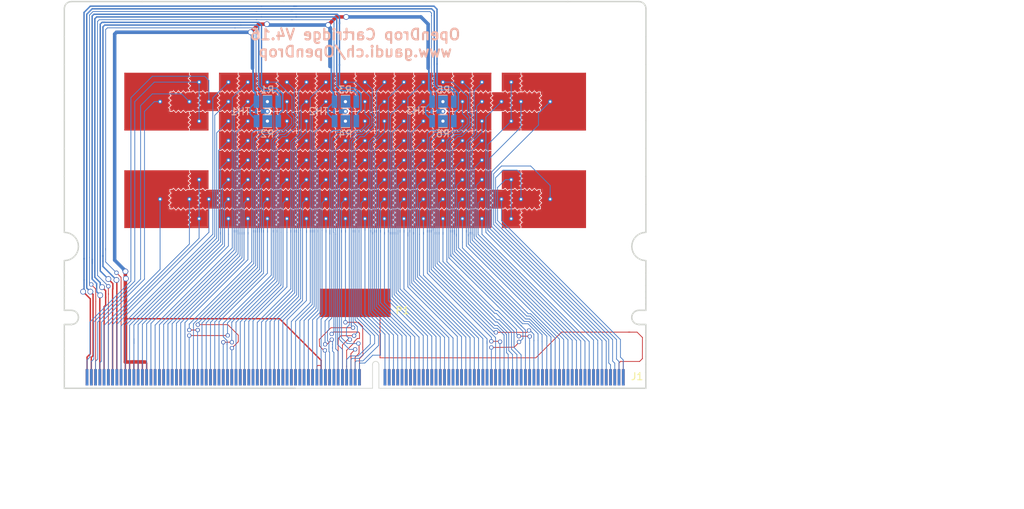
<source format=kicad_pcb>
(kicad_pcb (version 20211014) (generator pcbnew)
  (layers (0 "F.Cu" signal) (31 "B.Cu" signal) (34 "B.Paste" user) (35 "F.Paste" user) (36 "B.SilkS" user "B.Silkscreen") (37 "F.SilkS" user "F.Silkscreen") (38 "B.Mask" user) (39 "F.Mask" user) (44 "Edge.Cuts" user))
  (net 0 "")
  (net 1 "Net-(FLUXL_1_1-Pad1)")
  (net 2 "Net-(FLUXL_1_2-Pad1)")
  (net 3 "Net-(FLUXL_1_3-Pad1)")
  (net 4 "Net-(FLUXL_1_4-Pad1)")
  (net 5 "Net-(FLUXL_1_5-Pad1)")
  (net 6 "Net-(FLUXL_1_6-Pad1)")
  (net 7 "Net-(FLUXL_1_7-Pad1)")
  (net 8 "Net-(FLUXL_1_8-Pad1)")
  (net 9 "Net-(FLUXL_2_1-Pad1)")
  (net 10 "Net-(FLUXL_2_2-Pad1)")
  (net 11 "Net-(FLUXL_2_3-Pad1)")
  (net 12 "Net-(FLUXL_2_4-Pad1)")
  (net 13 "Net-(FLUXL_2_5-Pad1)")
  (net 14 "Net-(FLUXL_2_6-Pad1)")
  (net 15 "Net-(FLUXL_2_7-Pad1)")
  (net 16 "Net-(FLUXL_2_8-Pad1)")
  (net 17 "Net-(FLUXL_3_1-Pad1)")
  (net 18 "Net-(FLUXL_3_2-Pad1)")
  (net 19 "Net-(FLUXL_3_3-Pad1)")
  (net 20 "Net-(FLUXL_3_4-Pad1)")
  (net 21 "Net-(FLUXL_3_5-Pad1)")
  (net 22 "Net-(FLUXL_3_6-Pad1)")
  (net 23 "Net-(FLUXL_3_7-Pad1)")
  (net 24 "Net-(FLUXL_3_8-Pad1)")
  (net 25 "Net-(FLUXL_4_1-Pad1)")
  (net 26 "Net-(FLUXL_4_3-Pad1)")
  (net 27 "Net-(FLUXL_4_4-Pad1)")
  (net 28 "Net-(FLUXL_4_5-Pad1)")
  (net 29 "Net-(FLUXL_4_6-Pad1)")
  (net 30 "Net-(FLUXL_4_7-Pad1)")
  (net 31 "Net-(FLUXL_5_1-Pad1)")
  (net 32 "Net-(FLUXL_5_2-Pad1)")
  (net 33 "Net-(FLUXL_5_3-Pad1)")
  (net 34 "Net-(FLUXL_5_4-Pad1)")
  (net 35 "Net-(FLUXL_5_5-Pad1)")
  (net 36 "Net-(FLUXL_5_6-Pad1)")
  (net 37 "Net-(FLUXL_5_7-Pad1)")
  (net 38 "Net-(FLUXL_5_8-Pad1)")
  (net 39 "Net-(FLUXL_6_1-Pad1)")
  (net 40 "Net-(FLUXL_6_2-Pad1)")
  (net 41 "Net-(FLUXL_6_3-Pad1)")
  (net 42 "Net-(FLUXL_6_4-Pad1)")
  (net 43 "Net-(FLUXL_6_5-Pad1)")
  (net 44 "Net-(FLUXL_6_6-Pad1)")
  (net 45 "Net-(FLUXL_6_7-Pad1)")
  (net 46 "Net-(FLUXL_7_1-Pad1)")
  (net 47 "Net-(FLUXL_7_2-Pad1)")
  (net 48 "Net-(FLUXL_7_3-Pad1)")
  (net 49 "Net-(FLUXL_7_4-Pad1)")
  (net 50 "Net-(FLUXL_7_5-Pad1)")
  (net 51 "Net-(FLUXL_7_6-Pad1)")
  (net 52 "Net-(FLUXL_7_7-Pad1)")
  (net 53 "Net-(FLUXL_7_8-Pad1)")
  (net 54 "Net-(FLUXL_8_1-Pad1)")
  (net 55 "Net-(FLUXL_8_2-Pad1)")
  (net 56 "Net-(FLUXL_8_3-Pad1)")
  (net 57 "Net-(FLUXL_8_4-Pad1)")
  (net 58 "Net-(FLUXL_8_5-Pad1)")
  (net 59 "Net-(FLUXL_8_6-Pad1)")
  (net 60 "Net-(FLUXL_8_7-Pad1)")
  (net 61 "Net-(FLUXL_8_8-Pad1)")
  (net 62 "Net-(FLUXL_4_2-Pad1)")
  (net 63 "Net-(FLUXL_4_8-Pad1)")
  (net 64 "Net-(FLUXL_6_8-Pad1)")
  (net 65 "Net-(FLUXL_9_1-Pad1)")
  (net 66 "Net-(FLUXL_9_2-Pad1)")
  (net 67 "Net-(FLUXL_9_3-Pad1)")
  (net 68 "Net-(FLUXL_9_4-Pad1)")
  (net 69 "Net-(FLUXL_9_5-Pad1)")
  (net 70 "Net-(FLUXL_9_6-Pad1)")
  (net 71 "Net-(FLUXL_10_1-Pad1)")
  (net 72 "Net-(FLUXL_10_2-Pad1)")
  (net 73 "Net-(FLUXL_10_3-Pad1)")
  (net 74 "Net-(FLUXL_10_5-Pad1)")
  (net 75 "Net-(FLUXL_10_6-Pad1)")
  (net 76 "Net-(FLUXL_11_1-Pad1)")
  (net 77 "Net-(FLUXL_11_2-Pad1)")
  (net 78 "Net-(FLUXL_11_3-Pad1)")
  (net 79 "Net-(FLUXL_11_4-Pad1)")
  (net 80 "Net-(FLUXL_11_5-Pad1)")
  (net 81 "Net-(FLUXL_11_6-Pad1)")
  (net 82 "Net-(FLUXL_12_1-Pad1)")
  (net 83 "Net-(FLUXL_12_2-Pad1)")
  (net 84 "Net-(FLUXL_12_3-Pad1)")
  (net 85 "Net-(FLUXL_12_4-Pad1)")
  (net 86 "Net-(FLUXL_12_5-Pad1)")
  (net 87 "Net-(FLUXL_12_6-Pad1)")
  (net 88 "Net-(FLUXL_9_7-Pad1)")
  (net 89 "Net-(FLUXL_9_8-Pad1)")
  (net 90 "Net-(FLUXL_10_4-Pad1)")
  (net 91 "Net-(FLUXL_10_7-Pad1)")
  (net 92 "Net-(FLUXL_10_8-Pad1)")
  (net 93 "Net-(FLUXL_11_7-Pad1)")
  (net 94 "Net-(FLUXL_11_8-Pad1)")
  (net 95 "Net-(FLUXL_12_7-Pad1)")
  (net 96 "Net-(FLUXL_12_8-Pad1)")
  (net 97 "Net-(FLUXL_13_1-Pad1)")
  (net 98 "Net-(FLUXL_13_2-Pad1)")
  (net 99 "Net-(FLUXL_13_3-Pad1)")
  (net 100 "Net-(FLUXL_13_4-Pad1)")
  (net 101 "Net-(FLUXL_13_5-Pad1)")
  (net 102 "Net-(FLUXL_13_6-Pad1)")
  (net 103 "Net-(FLUXL_13_7-Pad1)")
  (net 104 "Net-(FLUXL_13_8-Pad1)")
  (net 105 "Net-(FLUXL_14_1-Pad1)")
  (net 106 "Net-(FLUXL_14_2-Pad1)")
  (net 107 "Net-(FLUXL_14_3-Pad1)")
  (net 108 "Net-(FLUXL_14_4-Pad1)")
  (net 109 "Net-(FLUXL_14_5-Pad1)")
  (net 110 "Net-(FLUXL_14_6-Pad1)")
  (net 111 "Net-(FLUXL_14_7-Pad1)")
  (net 112 "Net-(FLUXL_14_8-Pad1)")
  (net 113 "Net-(FLUXL_15_1-Pad1)")
  (net 114 "Net-(FLUXL_15_2-Pad1)")
  (net 115 "Net-(FLUXL_15_3-Pad1)")
  (net 116 "Net-(FLUXL_15_4-Pad1)")
  (net 117 "Net-(FLUXL_15_6-Pad1)")
  (net 118 "Net-(FLUXL_15_7-Pad1)")
  (net 119 "Net-(FLUXL_15_8-Pad1)")
  (net 120 "Net-(FLUXL_16_1-Pad1)")
  (net 121 "Net-(FLUXL_16_2-Pad1)")
  (net 122 "Net-(FLUXL_16_3-Pad1)")
  (net 123 "Net-(FLUXL_16_4-Pad1)")
  (net 124 "Net-(FLUXL_16_5-Pad1)")
  (net 125 "Net-(FLUXL_16_6-Pad1)")
  (net 126 "Net-(FLUXL_16_7-Pad1)")
  (net 127 "Net-(FLUXL_16_8-Pad1)")
  (net 128 "Net-(FLUXL_15_5-Pad1)")
  (net 129 "V_GND")
  (net 130 "GND")
  (net 131 "H6")
  (net 132 "H5")
  (net 133 "TH3")
  (net 134 "H4")
  (net 135 "H3")
  (net 136 "TH2")
  (net 137 "H2")
  (net 138 "H1")
  (net 139 "TH1")
  (footprint "GaudiLabsFootPrints:FLUXPAD_2_75_4MIL_4_6" (layer "F.Cu") (at 82.125 106.375)
    (fp_text reference "FLUXL_2_7" hide)
    (fp_text value "FX" hide)
  )
  (footprint "GaudiLabsFootPrints:FLUXPAD_2_75_4MIL_4_5_side" (layer "F.Cu") (at 82.125 95.375 180)
    (fp_text reference "FLUXL_2_3" hide)
    (fp_text value "FX" hide)
  )
  (footprint "GaudiLabsFootPrints:FLUXPAD_2_75_4MIL_4_5_side" (layer "F.Cu") (at 82.125 98.125 180)
    (fp_text reference "FLUXL_2_4" hide)
    (fp_text value "FX" hide)
  )
  (footprint "GaudiLabsFootPrints:FLUXPAD_2_75_4MIL_4_5_side" (layer "F.Cu") (at 82.125 100.875 180)
    (fp_text reference "FLUXL_2_5" hide)
    (fp_text value "FX" hide)
  )
  (footprint "GaudiLabsFootPrints:FLUXPAD_2_75_4MIL_4_5_side" (layer "F.Cu") (at 82.125 103.625 180)
    (fp_text reference "FLUXL_2_6" hide)
    (fp_text value "FX" hide)
  )
  (footprint "GaudiLabsFootPrints:FLUXPAD_2_75_4MIL_4_5_side" (layer "F.Cu") (at 117.875 95.375)
    (fp_text reference "FLUXL_15_3" hide)
    (fp_text value "FX" hide)
  )
  (footprint "GaudiLabsFootPrints:FLUXPAD_2_75_4MIL_4_5_side" (layer "F.Cu") (at 117.875 98.125)
    (fp_text reference "FLUXL_15_4" hide)
    (fp_text value "FX" hide)
  )
  (footprint "GaudiLabsFootPrints:FLUXPAD_2_75_4MIL_4_5_side" (layer "F.Cu") (at 117.875 100.875)
    (fp_text reference "FLUXL_15_5" hide)
    (fp_text value "FX" hide)
  )
  (footprint "GaudiLabsFootPrints:FLUXPAD_2_75_4MIL_4_5_side" (layer "F.Cu") (at 117.875 103.625)
    (fp_text reference "FLUXL_15_6" hide)
    (fp_text value "FX" hide)
  )
  (footprint "GaudiLabsFootPrints:FLUXPAD_2_75_4MIL_4_5_res2" (layer "F.Cu") (at 76.625 92.625 180)
    (fp_text reference "FLUXL_1_3" hide)
    (fp_text value "FX" hide)
  )
  (footprint "GaudiLabsFootPrints:FLUXPAD_2_75_4MIL_4_5_topleft" (layer "F.Cu") (at 82.125 89.875)
    (fp_text reference "FLUXL_2_1" hide)
    (fp_text value "FX" hide)
  )
  (footprint "GaudiLabsFootPrints:FLUXPAD_2_75_4MIL_4_5_topright" (layer "F.Cu") (at 117.875 89.875)
    (fp_text reference "FLUXL_15_1" hide)
    (fp_text value "FX" hide)
  )
  (footprint "GaudiLabsFootPrints:FLUXPAD_2_75_4MIL_4_5_topleft" (layer "F.Cu") (at 117.875 109.125 180)
    (fp_text reference "FLUXL_15_8" hide)
    (fp_text value "FX" hide)
  )
  (footprint "GaudiLabsFootPrints:FLUXPAD_2_75_4MIL_4_5_res1" (layer "F.Cu") (at 79.375 92.625)
    (fp_text reference "FLUXL_1_1" hide)
    (fp_text value "FX" hide)
  )
  (footprint "GaudiLabsFootPrints:FLUXPAD_2_75_4MIL_4_5_res4" (layer "F.Cu") (at 78 89.875)
    (fp_text reference "FLUXL_1_2" hide)
    (fp_text value "FX" hide)
  )
  (footprint "GaudiLabsFootPrints:FLUXPAD_2_75_4MIL_4_5_res5" (layer "F.Cu") (at 78 95.375 -90)
    (fp_text reference "FLUXL_1_2b1" hide)
    (fp_text value "FX" hide)
  )
  (footprint "GaudiLabsFootPrints:FLUXPAD_2_75_4MIL_4_5_res3" (layer "F.Cu") (at 72.5 92.625 180)
    (fp_text reference "FLUXL_1_4" hide)
    (fp_text value "FX" hide)
  )
  (footprint "GaudiLabsFootPrints:FLUXPAD_2_75_4MIL_4_5_res5" (layer "F.Cu") (at 78 109.125 -90)
    (fp_text reference "FLUXL_1_7b1" hide)
    (fp_text value "FX" hide)
  )
  (footprint "GaudiLabsFootPrints:FLUXPAD_2_75_4MIL_4_5_res5" (layer "F.Cu") (at 122 103.625 90)
    (fp_text reference "FLUXL_16_7b1" hide)
    (fp_text value "FX" hide)
  )
  (footprint "GaudiLabsFootPrints:FLUXPAD_2_75_4MIL_4_5_res3" (layer "F.Cu") (at 72.5 106.375 180)
    (fp_text reference "FLUXL_1_5" hide)
    (fp_text value "FX" hide)
  )
  (footprint "GaudiLabsFootPrints:FLUXPAD_2_75_4MIL_4_5_res2" (layer "F.Cu") (at 76.625 106.375 180)
    (fp_text reference "FLUXL_1_6" hide)
    (fp_text value "FX" hide)
  )
  (footprint "GaudiLabsFootPrints:FLUXPAD_2_75_4MIL_4_5_res4" (layer "F.Cu") (at 78 103.625)
    (fp_text reference "FLUXL_1_7" hide)
    (fp_text value "FX" hide)
  )
  (footprint "GaudiLabsFootPrints:FLUXPAD_2_75_4MIL_4_5_res1" (layer "F.Cu") (at 79.375 106.375)
    (fp_text reference "FLUXL_1_8" hide)
    (fp_text value "FX" hide)
  )
  (footprint "GaudiLabsFootPrints:FLUXPAD_2_75_4MIL_4_5_res1" (layer "F.Cu") (at 120.625 92.625 180)
    (fp_text reference "FLUXL_16_1" hide)
    (fp_text value "FX" hide)
  )
  (footprint "GaudiLabsFootPrints:FLUXPAD_2_75_4MIL_4_5_res5" (layer "F.Cu") (at 122 89.875 90)
    (fp_text reference "FLUXL_16_2b1" hide)
    (fp_text value "FX" hide)
  )
  (footprint "GaudiLabsFootPrints:FLUXPAD_2_75_4MIL_4_5_res2" (layer "F.Cu") (at 123.375 92.625)
    (fp_text reference "FLUXL_16_3" hide)
    (fp_text value "FX" hide)
  )
  (footprint "GaudiLabsFootPrints:FLUXPAD_2_75_4MIL_4_5_res3" (layer "F.Cu") (at 127.5 92.625)
    (fp_text reference "FLUXL_16_4" hide)
    (fp_text value "FX" hide)
  )
  (footprint "GaudiLabsFootPrints:FLUXPAD_2_75_4MIL_4_5_res3" (layer "F.Cu") (at 127.5 106.375)
    (fp_text reference "FLUXL_16_5" hide)
    (fp_text value "FX" hide)
  )
  (footprint "GaudiLabsFootPrints:FLUXPAD_2_75_4MIL_4_5_res2" (layer "F.Cu") (at 123.375 106.375)
    (fp_text reference "FLUXL_16_6" hide)
    (fp_text value "FX" hide)
  )
  (footprint "GaudiLabsFootPrints:FLUXPAD_2_75_4MIL_4_5_res4" (layer "F.Cu") (at 122 109.125 180)
    (fp_text reference "FLUXL_16_7" hide)
    (fp_text value "FX" hide)
  )
  (footprint "GaudiLabsFootPrints:FLUXPAD_2_75_4MIL_4_5_res1" (layer "F.Cu") (at 120.625 106.375 180)
    (fp_text reference "FLUXL_16_8" hide)
    (fp_text value "FX" hide)
  )
  (footprint "GaudiLabsFootPrints:FLUXPAD_2_75_4MIL_4_5_res4" (layer "F.Cu") (at 122 95.375 180)
    (fp_text reference "FLUXL_16_2" hide)
    (fp_text value "FX" hide)
  )
  (footprint "GaudiLabsFootPrints:Pad_4mm_10mm" (layer "F.Cu") (at 100 121)
    (fp_text reference "P1")
    (fp_text value "V_GND")
  )
  (footprint "GaudiLabsFootPrints:Mini_Dimm_Cartridge_244_ok" (layer "F.Cu") (at 100 133.04)
    (fp_text reference "J1")
    (fp_text value "Mini_Dimm_244")
  )
  (footprint "GaudiLabsFootPrints:FLUXPAD_2_75_4MIL_4_6" (layer "F.Cu") (at 104.125 92.625)
    (fp_text reference "FLUXL_10_2" hide)
    (fp_text value "FX" hide)
  )
  (footprint "GaudiLabsFootPrints:FLUXPAD_2_75_4MIL_4_6" (layer "F.Cu") (at 104.125 95.375)
    (fp_text reference "FLUXL_10_3" hide)
    (fp_text value "FX" hide)
  )
  (footprint "GaudiLabsFootPrints:FLUXPAD_2_75_4MIL_4_6" (layer "F.Cu") (at 104.125 98.125)
    (fp_text reference "FLUXL_10_4" hide)
    (fp_text value "FX" hide)
  )
  (footprint "GaudiLabsFootPrints:FLUXPAD_2_75_4MIL_4_6" (layer "F.Cu") (at 104.125 100.875)
    (fp_text reference "FLUXL_10_5" hide)
    (fp_text value "FX" hide)
  )
  (footprint "GaudiLabsFootPrints:FLUXPAD_2_75_4MIL_4_6" (layer "F.Cu") (at 104.125 103.625)
    (fp_text reference "FLUXL_10_6" hide)
    (fp_text value "FX" hide)
  )
  (footprint "GaudiLabsFootPrints:FLUXPAD_2_75_4MIL_4_6" (layer "F.Cu") (at 104.125 106.375)
    (fp_text reference "FLUXL_10_7" hide)
    (fp_text value "FX" hide)
  )
  (footprint "GaudiLabsFootPrints:FLUXPAD_2_75_4MIL_4_6" (layer "F.Cu") (at 106.875 92.625)
    (fp_text reference "FLUXL_11_2" hide)
    (fp_text value "FX" hide)
  )
  (footprint "GaudiLabsFootPrints:FLUXPAD_2_75_4MIL_4_6" (layer "F.Cu") (at 106.875 95.375)
    (fp_text reference "FLUXL_11_3" hide)
    (fp_text value "FX" hide)
  )
  (footprint "GaudiLabsFootPrints:FLUXPAD_2_75_4MIL_4_6" (layer "F.Cu") (at 106.875 98.125)
    (fp_text reference "FLUXL_11_4" hide)
    (fp_text value "FX" hide)
  )
  (footprint "GaudiLabsFootPrints:FLUXPAD_2_75_4MIL_4_6" (layer "F.Cu") (at 106.875 100.875)
    (fp_text reference "FLUXL_11_5" hide)
    (fp_text value "FX" hide)
  )
  (footprint "GaudiLabsFootPrints:FLUXPAD_2_75_4MIL_4_6" (layer "F.Cu") (at 106.875 103.625)
    (fp_text reference "FLUXL_11_6" hide)
    (fp_text value "FX" hide)
  )
  (footprint "GaudiLabsFootPrints:FLUXPAD_2_75_4MIL_4_6" (layer "F.Cu") (at 106.875 106.375)
    (fp_text reference "FLUXL_11_7" hide)
    (fp_text value "FX" hide)
  )
  (footprint "GaudiLabsFootPrints:FLUXPAD_2_75_4MIL_4_6" (layer "F.Cu") (at 109.625 92.625)
    (fp_text reference "FLUXL_12_2" hide)
    (fp_text value "FX" hide)
  )
  (footprint "GaudiLabsFootPrints:FLUXPAD_2_75_4MIL_4_6" (layer "F.Cu") (at 109.625 95.375)
    (fp_text reference "FLUXL_12_3" hide)
    (fp_text value "FX" hide)
  )
  (footprint "GaudiLabsFootPrints:FLUXPAD_2_75_4MIL_4_6" (layer "F.Cu") (at 109.625 98.125)
    (fp_text reference "FLUXL_12_4" hide)
    (fp_text value "FX" hide)
  )
  (footprint "GaudiLabsFootPrints:FLUXPAD_2_75_4MIL_4_6" (layer "F.Cu") (at 109.625 100.875)
    (fp_text reference "FLUXL_12_5" hide)
    (fp_text value "FX" hide)
  )
  (footprint "GaudiLabsFootPrints:FLUXPAD_2_75_4MIL_4_6" (layer "F.Cu") (at 109.625 103.625)
    (fp_text reference "FLUXL_12_6" hide)
    (fp_text value "FX" hide)
  )
  (footprint "GaudiLabsFootPrints:FLUXPAD_2_75_4MIL_4_6" (layer "F.Cu") (at 109.625 106.375)
    (fp_text reference "FLUXL_12_7" hide)
    (fp_text value "FX" hide)
  )
  (footprint "GaudiLabsFootPrints:FLUXPAD_2_75_4MIL_4_6" (layer "F.Cu") (at 112.375 98.125)
    (fp_text reference "FLUXL_13_4" hide)
    (fp_text value "FX" hide)
  )
  (footprint "GaudiLabsFootPrints:FLUXPAD_2_75_4MIL_4_6" (layer "F.Cu") (at 112.375 100.875)
    (fp_text reference "FLUXL_13_5" hide)
    (fp_text value "FX" hide)
  )
  (footprint "GaudiLabsFootPrints:FLUXPAD_2_75_4MIL_4_6" (layer "F.Cu") (at 112.375 103.625)
    (fp_text reference "FLUXL_13_6" hide)
    (fp_text value "FX" hide)
  )
  (footprint "GaudiLabsFootPrints:FLUXPAD_2_75_4MIL_4_6" (layer "F.Cu") (at 112.375 106.375)
    (fp_text reference "FLUXL_13_7" hide)
    (fp_text value "FX" hide)
  )
  (footprint "GaudiLabsFootPrints:FLUXPAD_2_75_4MIL_4_6" (layer "F.Cu") (at 115.125 92.625)
    (fp_text reference "FLUXL_14_2" hide)
    (fp_text value "FX" hide)
  )
  (footprint "GaudiLabsFootPrints:FLUXPAD_2_75_4MIL_4_6" (layer "F.Cu") (at 115.125 95.375)
    (fp_text reference "FLUXL_14_3" hide)
    (fp_text value "FX" hide)
  )
  (footprint "GaudiLabsFootPrints:FLUXPAD_2_75_4MIL_4_6" (layer "F.Cu") (at 115.125 98.125)
    (fp_text reference "FLUXL_14_4" hide)
    (fp_text value "FX" hide)
  )
  (footprint "GaudiLabsFootPrints:FLUXPAD_2_75_4MIL_4_6" (layer "F.Cu") (at 115.125 100.875)
    (fp_text reference "FLUXL_14_5" hide)
    (fp_text value "FX" hide)
  )
  (footprint "GaudiLabsFootPrints:FLUXPAD_2_75_4MIL_4_6" (layer "F.Cu") (at 115.125 103.625)
    (fp_text reference "FLUXL_14_6" hide)
    (fp_text value "FX" hide)
  )
  (footprint "GaudiLabsFootPrints:FLUXPAD_2_75_4MIL_4_6" (layer "F.Cu") (at 115.125 106.375)
    (fp_text reference "FLUXL_14_7" hide)
    (fp_text value "FX" hide)
  )
  (footprint "GaudiLabsFootPrints:FLUXPAD_2_75_4MIL_4_6" (layer "F.Cu") (at 117.875 92.625)
    (fp_text reference "FLUXL_15_2" hide)
    (fp_text value "FX" hide)
  )
  (footprint "GaudiLabsFootPrints:FLUXPAD_2_75_4MIL_4_6" (layer "F.Cu") (at 117.875 106.375)
    (fp_text reference "FLUXL_15_7" hide)
    (fp_text value "FX" hide)
  )
  (footprint "GaudiLabsFootPrints:FLUXPAD_2_75_4MIL_4_6" (layer "F.Cu") (at 82.125 92.625)
    (fp_text reference "FLUXL_2_2" hide)
    (fp_text value "FX" hide)
  )
  (footprint "GaudiLabsFootPrints:FLUXPAD_2_75_4MIL_4_6" (layer "F.Cu") (at 84.875 92.625)
    (fp_text reference "FLUXL_3_2" hide)
    (fp_text value "FX" hide)
  )
  (footprint "GaudiLabsFootPrints:FLUXPAD_2_75_4MIL_4_6" (layer "F.Cu") (at 84.875 95.375)
    (fp_text reference "FLUXL_3_3" hide)
    (fp_text value "FX" hide)
  )
  (footprint "GaudiLabsFootPrints:FLUXPAD_2_75_4MIL_4_6" (layer "F.Cu") (at 84.875 98.125)
    (fp_text reference "FLUXL_3_4" hide)
    (fp_text value "FX" hide)
  )
  (footprint "GaudiLabsFootPrints:FLUXPAD_2_75_4MIL_4_6" (layer "F.Cu") (at 84.875 100.875)
    (fp_text reference "FLUXL_3_5" hide)
    (fp_text value "FX" hide)
  )
  (footprint "GaudiLabsFootPrints:FLUXPAD_2_75_4MIL_4_6" (layer "F.Cu") (at 84.875 103.625)
    (fp_text reference "FLUXL_3_6" hide)
    (fp_text value "FX" hide)
  )
  (footprint "GaudiLabsFootPrints:FLUXPAD_2_75_4MIL_4_6" (layer "F.Cu") (at 84.875 106.375)
    (fp_text reference "FLUXL_3_7" hide)
    (fp_text value "FX" hide)
  )
  (footprint "GaudiLabsFootPrints:FLUXPAD_2_75_4MIL_4_6" (layer "F.Cu") (at 87.625 98.125)
    (fp_text reference "FLUXL_4_4" hide)
    (fp_text value "FX" hide)
  )
  (footprint "GaudiLabsFootPrints:FLUXPAD_2_75_4MIL_4_6" (layer "F.Cu") (at 87.625 100.875 90)
    (fp_text reference "FLUXL_4_5" hide)
    (fp_text value "FX" hide)
  )
  (footprint "GaudiLabsFootPrints:FLUXPAD_2_75_4MIL_4_6" (layer "F.Cu") (at 87.625 103.625)
    (fp_text reference "FLUXL_4_6" hide)
    (fp_text value "FX" hide)
  )
  (footprint "GaudiLabsFootPrints:FLUXPAD_2_75_4MIL_4_6" (layer "F.Cu") (at 87.625 106.375)
    (fp_text reference "FLUXL_4_7" hide)
    (fp_text value "FX" hide)
  )
  (footprint "GaudiLabsFootPrints:FLUXPAD_2_75_4MIL_4_6" (layer "F.Cu") (at 90.375 92.625)
    (fp_text reference "FLUXL_5_2" hide)
    (fp_text value "FX" hide)
  )
  (footprint "GaudiLabsFootPrints:FLUXPAD_2_75_4MIL_4_6" (layer "F.Cu") (at 90.375 95.375)
    (fp_text reference "FLUXL_5_3" hide)
    (fp_text value "FX" hide)
  )
  (footprint "GaudiLabsFootPrints:FLUXPAD_2_75_4MIL_4_6" (layer "F.Cu") (at 90.375 98.125 -90)
    (fp_text reference "FLUXL_5_4" hide)
    (fp_text value "FX" hide)
  )
  (footprint "GaudiLabsFootPrints:FLUXPAD_2_75_4MIL_4_6" (layer "F.Cu") (at 90.375 100.875 180)
    (fp_text reference "FLUXL_5_5" hide)
    (fp_text value "FX" hide)
  )
  (footprint "GaudiLabsFootPrints:FLUXPAD_2_75_4MIL_4_6" (layer "F.Cu") (at 90.375 103.625)
    (fp_text reference "FLUXL_5_6" hide)
    (fp_text value "FX" hide)
  )
  (footprint "GaudiLabsFootPrints:FLUXPAD_2_75_4MIL_4_6" (layer "F.Cu") (at 90.375 106.375)
    (fp_text reference "FLUXL_5_7" hide)
    (fp_text value "FX" hide)
  )
  (footprint "GaudiLabsFootPrints:FLUXPAD_2_75_4MIL_4_6" (layer "F.Cu") (at 93.125 92.625)
    (fp_text reference "FLUXL_6_2" hide)
    (fp_text value "FX" hide)
  )
  (footprint "GaudiLabsFootPrints:FLUXPAD_2_75_4MIL_4_6" (layer "F.Cu") (at 93.125 95.375)
    (fp_text reference "FLUXL_6_3" hide)
    (fp_text value "FX" hide)
  )
  (footprint "GaudiLabsFootPrints:FLUXPAD_2_75_4MIL_4_6" (layer "F.Cu") (at 93.125 98.125)
    (fp_text reference "FLUXL_6_4" hide)
    (fp_text value "FX" hide)
  )
  (footprint "GaudiLabsFootPrints:FLUXPAD_2_75_4MIL_4_6" (layer "F.Cu") (at 93.125 100.875)
    (fp_text reference "FLUXL_6_5" hide)
    (fp_text value "FX" hide)
  )
  (footprint "GaudiLabsFootPrints:FLUXPAD_2_75_4MIL_4_6" (layer "F.Cu") (at 93.125 103.625)
    (fp_text reference "FLUXL_6_6" hide)
    (fp_text value "FX" hide)
  )
  (footprint "GaudiLabsFootPrints:FLUXPAD_2_75_4MIL_4_6" (layer "F.Cu") (at 93.125 106.375)
    (fp_text reference "FLUXL_6_7" hide)
    (fp_text value "FX" hide)
  )
  (footprint "GaudiLabsFootPrints:FLUXPAD_2_75_4MIL_4_6" (layer "F.Cu") (at 95.875 92.625)
    (fp_text reference "FLUXL_7_2" hide)
    (fp_text value "FX" hide)
  )
  (footprint "GaudiLabsFootPrints:FLUXPAD_2_75_4MIL_4_6" (layer "F.Cu") (at 95.875 95.375)
    (fp_text reference "FLUXL_7_3" hide)
    (fp_text value "FX" hide)
  )
  (footprint "GaudiLabsFootPrints:FLUXPAD_2_75_4MIL_4_6" (layer "F.Cu") (at 95.875 98.125)
    (fp_text reference "FLUXL_7_4" hide)
    (fp_text value "FX" hide)
  )
  (footprint "GaudiLabsFootPrints:FLUXPAD_2_75_4MIL_4_6" (layer "F.Cu") (at 95.875 100.875)
    (fp_text reference "FLUXL_7_5" hide)
    (fp_text value "FX" hide)
  )
  (footprint "GaudiLabsFootPrints:FLUXPAD_2_75_4MIL_4_6" (layer "F.Cu") (at 95.875 103.625)
    (fp_text reference "FLUXL_7_6" hide)
    (fp_text value "FX" hide)
  )
  (footprint "GaudiLabsFootPrints:FLUXPAD_2_75_4MIL_4_6" (layer "F.Cu") (at 95.875 106.375)
    (fp_text reference "FLUXL_7_7" hide)
    (fp_text value "FX" hide)
  )
  (footprint "GaudiLabsFootPrints:FLUXPAD_2_75_4MIL_4_6" (layer "F.Cu") (at 98.625 98.125)
    (fp_text reference "FLUXL_8_4" hide)
    (fp_text value "FX" hide)
  )
  (footprint "GaudiLabsFootPrints:FLUXPAD_2_75_4MIL_4_6" (layer "F.Cu") (at 98.625 100.875)
    (fp_text reference "FLUXL_8_5" hide)
    (fp_text value "FX" hide)
  )
  (footprint "GaudiLabsFootPrints:FLUXPAD_2_75_4MIL_4_6" (layer "F.Cu") (at 98.625 103.625)
    (fp_text reference "FLUXL_8_6" hide)
    (fp_text value "FX" hide)
  )
  (footprint "GaudiLabsFootPrints:FLUXPAD_2_75_4MIL_4_6" (layer "F.Cu") (at 98.625 106.375)
    (fp_text reference "FLUXL_8_7" hide)
    (fp_text value "FX" hide)
  )
  (footprint "GaudiLabsFootPrints:FLUXPAD_2_75_4MIL_4_6" (layer "F.Cu") (at 101.375 92.625)
    (fp_text reference "FLUXL_9_2" hide)
    (fp_text value "FX" hide)
  )
  (footprint "GaudiLabsFootPrints:FLUXPAD_2_75_4MIL_4_6" (layer "F.Cu") (at 101.375 95.375)
    (fp_text reference "FLUXL_9_3" hide)
    (fp_text value "FX" hide)
  )
  (footprint "GaudiLabsFootPrints:FLUXPAD_2_75_4MIL_4_6" (layer "F.Cu") (at 101.375 98.125)
    (fp_text reference "FLUXL_9_4" hide)
    (fp_text value "FX" hide)
  )
  (footprint "GaudiLabsFootPrints:FLUXPAD_2_75_4MIL_4_6" (layer "F.Cu") (at 101.375 100.875)
    (fp_text reference "FLUXL_9_5" hide)
    (fp_text value "FX" hide)
  )
  (footprint "GaudiLabsFootPrints:FLUXPAD_2_75_4MIL_4_6" (layer "F.Cu") (at 101.375 103.625)
    (fp_text reference "FLUXL_9_6" hide)
    (fp_text value "FX" hide)
  )
  (footprint "GaudiLabsFootPrints:FLUXPAD_2_75_4MIL_4_6" (layer "F.Cu") (at 101.375 106.375)
    (fp_text reference "FLUXL_9_7" hide)
    (fp_text value "FX" hide)
  )
  (footprint "GaudiLabsFootPrints:FLUXPAD_2_75_4MIL_4_6_top" (layer "F.Cu") (at 104.125 89.875)
    (fp_text reference "FLUXL_10_1" hide)
    (fp_text value "FX" hide)
  )
  (footprint "GaudiLabsFootPrints:FLUXPAD_2_75_4MIL_4_6_top" (layer "F.Cu") (at 104.125 109.125 180)
    (fp_text reference "FLUXL_10_8" hide)
    (fp_text value "FX" hide)
  )
  (footprint "GaudiLabsFootPrints:FLUXPAD_2_75_4MIL_4_6_top" (layer "F.Cu") (at 106.875 89.875)
    (fp_text reference "FLUXL_11_1" hide)
    (fp_text value "FX" hide)
  )
  (footprint "GaudiLabsFootPrints:FLUXPAD_2_75_4MIL_4_6_top" (layer "F.Cu") (at 106.875 109.125 180)
    (fp_text reference "FLUXL_11_8" hide)
    (fp_text value "FX" hide)
  )
  (footprint "GaudiLabsFootPrints:FLUXPAD_2_75_4MIL_4_6_top" (layer "F.Cu") (at 109.625 89.875)
    (fp_text reference "FLUXL_12_1" hide)
    (fp_text value "FX" hide)
  )
  (footprint "GaudiLabsFootPrints:FLUXPAD_2_75_4MIL_4_6_top" (layer "F.Cu") (at 109.625 109.125 180)
    (fp_text reference "FLUXL_12_8" hide)
    (fp_text value "FX" hide)
  )
  (footprint "GaudiLabsFootPrints:FLUXPAD_2_75_4MIL_4_6_top" (layer "F.Cu") (at 112.375 89.875)
    (fp_text reference "FLUXL_13_1" hide)
    (fp_text value "FX" hide)
  )
  (footprint "GaudiLabsFootPrints:FLUXPAD_2_75_4MIL_4_6_top" (layer "F.Cu") (at 112.375 109.125 180)
    (fp_text reference "FLUXL_13_8" hide)
    (fp_text value "FX" hide)
  )
  (footprint "GaudiLabsFootPrints:FLUXPAD_2_75_4MIL_4_6_top" (layer "F.Cu") (at 115.125 89.875)
    (fp_text reference "FLUXL_14_1" hide)
    (fp_text value "FX" hide)
  )
  (footprint "GaudiLabsFootPrints:FLUXPAD_2_75_4MIL_4_6_top" (layer "F.Cu") (at 115.125 109.125 180)
    (fp_text reference "FLUXL_14_8" hide)
    (fp_text value "FX" hide)
  )
  (footprint "GaudiLabsFootPrints:FLUXPAD_2_75_4MIL_4_6_top" (layer "F.Cu") (at 84.875 89.875)
    (fp_text reference "FLUXL_3_1" hide)
    (fp_text value "FX" hide)
  )
  (footprint "GaudiLabsFootPrints:FLUXPAD_2_75_4MIL_4_6_top" (layer "F.Cu") (at 84.875 109.125 180)
    (fp_text reference "FLUXL_3_8" hide)
    (fp_text value "FX" hide)
  )
  (footprint "GaudiLabsFootPrints:FLUXPAD_2_75_4MIL_4_6_top" (layer "F.Cu") (at 87.625 89.875)
    (fp_text reference "FLUXL_4_1" hide)
    (fp_text value "FX" hide)
  )
  (footprint "GaudiLabsFootPrints:FLUXPAD_2_75_4MIL_4_6_top" (layer "F.Cu") (at 87.625 109.125 180)
    (fp_text reference "FLUXL_4_8" hide)
    (fp_text value "FX" hide)
  )
  (footprint "GaudiLabsFootPrints:FLUXPAD_2_75_4MIL_4_6_top" (layer "F.Cu") (at 90.375 89.875)
    (fp_text reference "FLUXL_5_1" hide)
    (fp_text value "FX" hide)
  )
  (footprint "GaudiLabsFootPrints:FLUXPAD_2_75_4MIL_4_6_top" (layer "F.Cu") (at 90.375 109.125 180)
    (fp_text reference "FLUXL_5_8" hide)
    (fp_text value "FX" hide)
  )
  (footprint "GaudiLabsFootPrints:FLUXPAD_2_75_4MIL_4_6_top" (layer "F.Cu") (at 93.125 89.875)
    (fp_text reference "FLUXL_6_1" hide)
    (fp_text value "FX" hide)
  )
  (footprint "GaudiLabsFootPrints:FLUXPAD_2_75_4MIL_4_6_top" (layer "F.Cu") (at 93.125 109.125 180)
    (fp_text reference "FLUXL_6_8" hide)
    (fp_text value "FX" hide)
  )
  (footprint "GaudiLabsFootPrints:FLUXPAD_2_75_4MIL_4_6_top" (layer "F.Cu") (at 95.875 89.875)
    (fp_text reference "FLUXL_7_1" hide)
    (fp_text value "FX" hide)
  )
  (footprint "GaudiLabsFootPrints:FLUXPAD_2_75_4MIL_4_6_top" (layer "F.Cu") (at 95.875 109.125 180)
    (fp_text reference "FLUXL_7_8" hide)
    (fp_text value "FX" hide)
  )
  (footprint "GaudiLabsFootPrints:FLUXPAD_2_75_4MIL_4_6_top" (layer "F.Cu") (at 98.625 89.875)
    (fp_text reference "FLUXL_8_1" hide)
    (fp_text value "FX" hide)
  )
  (footprint "GaudiLabsFootPrints:FLUXPAD_2_75_4MIL_4_6_top" (layer "F.Cu") (at 98.625 109.125 180)
    (fp_text reference "FLUXL_8_8" hide)
    (fp_text value "FX" hide)
  )
  (footprint "GaudiLabsFootPrints:FLUXPAD_2_75_4MIL_4_6_top" (layer "F.Cu") (at 101.375 89.875)
    (fp_text reference "FLUXL_9_1" hide)
    (fp_text value "FX" hide)
  )
  (footprint "GaudiLabsFootPrints:FLUXPAD_2_75_4MIL_4_6_top" (layer "F.Cu") (at 101.375 109.125 180)
    (fp_text reference "FLUXL_9_8" hide)
    (fp_text value "FX" hide)
  )
  (footprint "GaudiLabsFootPrints:FLUXPAD_2_75_4MIL_4_5_TempSens" (layer "F.Cu") (at 87.625 92.625)
    (fp_text reference "FLUXL_4_2" hide)
    (fp_text value "FX" hide)
  )
  (footprint "GaudiLabsFootPrints:FLUXPAD_2_75_4MIL_4_5_TempSens" (layer "F.Cu") (at 87.625 95.375 180)
    (fp_text reference "FLUXL_4_3" hide)
    (fp_text value "FX" hide)
  )
  (footprint "GaudiLabsFootPrints:FLUXPAD_2_75_4MIL_4_5_TempSens" (layer "F.Cu") (at 112.375 92.625)
    (fp_text reference "FLUXL_13_2" hide)
    (fp_text value "FX" hide)
  )
  (footprint "GaudiLabsFootPrints:FLUXPAD_2_75_4MIL_4_5_topright" (layer "F.Cu") (at 82.125 109.125 180)
    (fp_text reference "FLUXL_2_8" hide)
    (fp_text value "FX" hide)
  )
  (footprint "GaudiLabsFootPrints:FLUXPAD_2_75_4MIL_4_5_TempSens" (layer "F.Cu") (at 112.375 95.375 180)
    (fp_text reference "FLUXL_13_3" hide)
    (fp_text value "FX" hide)
  )
  (footprint "GaudiLabsFootPrints:FLUXPAD_2_75_4MIL_4_5_TempSens" (layer "F.Cu") (at 98.625 92.625)
    (fp_text reference "FLUXL_8_2" hide)
    (fp_text value "FX" hide)
  )
  (footprint "GaudiLabsFootPrints:FLUXPAD_2_75_4MIL_4_5_TempSens" (layer "F.Cu") (at 98.625 95.375 180)
    (fp_text reference "FLUXL_8_3" hide)
    (fp_text value "FX" hide)
  )
  (footprint "GaudiLabsFootPrints:R_0402_1005Metric_TempSens" (layer "B.Cu") (at 87.625 94 180)
    (fp_text reference "TH1")
    (fp_text value "Thermistor_NTC")
  )
  (footprint "GaudiLabsFootPrints:R_1206_3216Metric_heater" (layer "B.Cu") (at 87.625 92.625)
    (fp_text reference "R1")
    (fp_text value "10R")
  )
  (footprint "GaudiLabsFootPrints:R_1206_3216Metric_heater" (layer "B.Cu") (at 87.625 95.375)
    (fp_text reference "R2")
    (fp_text value "10R")
  )
  (footprint "GaudiLabsFootPrints:R_1206_3216Metric_heater" (layer "B.Cu") (at 98.625 92.625 180)
    (fp_text reference "R3")
    (fp_text value "10R")
  )
  (footprint "GaudiLabsFootPrints:R_1206_3216Metric_heater" (layer "B.Cu") (at 98.625 95.375 180)
    (fp_text reference "R4")
    (fp_text value "10R")
  )
  (footprint "GaudiLabsFootPrints:R_1206_3216Metric_heater" (layer "B.Cu") (at 112.375 92.625 180)
    (fp_text reference "R5")
    (fp_text value "10R")
  )
  (footprint "GaudiLabsFootPrints:R_1206_3216Metric_heater" (layer "B.Cu") (at 112.375 95.375 180)
    (fp_text reference "R6")
    (fp_text value "10R")
  )
  (footprint "GaudiLabsFootPrints:R_0402_1005Metric_TempSens" (layer "B.Cu") (at 112.375 94 180)
    (fp_text reference "TH3")
    (fp_text value "Thermistor_NTC")
  )
  (footprint "GaudiLabsFootPrints:R_0402_1005Metric_TempSens" (layer "B.Cu") (at 98.625 94 180)
    (fp_text reference "TH2")
    (fp_text value "Thermistor_NTC")
  )
  (gr_line (start 59.246338 124.045069) (end 59.121604 124.045069) (layer "Edge.Cuts") (width 0.2))
  (gr_line (start 59.371071 124.045069) (end 59.246338 124.045069) (layer "Edge.Cuts") (width 0.2))
  (gr_line (start 59.495805 124.045069) (end 59.371071 124.045069) (layer "Edge.Cuts") (width 0.2))
  (gr_line (start 139.995109 124.045269) (end 139.995109 124.044769) (layer "Edge.Cuts") (width 0.2))
  (gr_line (start 140.118869 124.045269) (end 139.995109 124.045269) (layer "Edge.Cuts") (width 0.2))
  (gr_line (start 140.242639 124.045269) (end 140.118869 124.045269) (layer "Edge.Cuts") (width 0.2))
  (gr_line (start 140.366399 124.045269) (end 140.242639 124.045269) (layer "Edge.Cuts") (width 0.2))
  (gr_line (start 58.996336 115.038079) (end 58.996336 115.914449) (layer "Edge.Cuts") (width 0.2))
  (gr_line (start 59.397735 114.997379) (end 58.996336 115.038079) (layer "Edge.Cuts") (width 0.2))
  (gr_line (start 59.994736 122.048489) (end 60.195596 122.068689) (layer "Edge.Cuts") (width 0.2))
  (gr_line (start 59.869936 122.048559) (end 59.994736 122.048489) (layer "Edge.Cuts") (width 0.2))
  (gr_line (start 140.703259 78.806985) (end 140.555419 78.685004) (layer "Edge.Cuts") (width 0.2))
  (gr_line (start 140.825229 78.954823) (end 140.703259 78.806985) (layer "Edge.Cuts") (width 0.2))
  (gr_line (start 140.917329 79.124501) (end 140.825229 78.954823) (layer "Edge.Cuts") (width 0.2))
  (gr_line (start 140.975529 79.311998) (end 140.917329 79.124501) (layer "Edge.Cuts") (width 0.2))
  (gr_line (start 59.771575 114.881119) (end 59.397735 114.997379) (layer "Edge.Cuts") (width 0.2))
  (gr_line (start 60.109859 114.697329) (end 59.771575 114.881119) (layer "Edge.Cuts") (width 0.2))
  (gr_line (start 122.185959 133.039029) (end 126.885029 133.039029) (layer "Edge.Cuts") (width 0.2))
  (gr_line (start 117.486899 133.039029) (end 122.185959 133.039029) (layer "Edge.Cuts") (width 0.2))
  (gr_line (start 112.787829 133.039029) (end 117.486899 133.039029) (layer "Edge.Cuts") (width 0.2))
  (gr_line (start 59.495536 122.048759) (end 59.620336 122.048689) (layer "Edge.Cuts") (width 0.2))
  (gr_line (start 59.370736 122.048819) (end 59.495536 122.048759) (layer "Edge.Cuts") (width 0.2))
  (gr_line (start 140.490169 124.045269) (end 140.366399 124.045269) (layer "Edge.Cuts") (width 0.2))
  (gr_line (start 140.613929 124.045269) (end 140.490169 124.045269) (layer "Edge.Cuts") (width 0.2))
  (gr_line (start 140.737699 124.045269) (end 140.613929 124.045269) (layer "Edge.Cuts") (width 0.2))
  (gr_line (start 140.861459 124.045269) (end 140.737699 124.045269) (layer "Edge.Cuts") (width 0.2))
  (gr_line (start 99.996344 78.514405) (end 89.996203 78.514408) (layer "Edge.Cuts") (width 0.2))
  (gr_line (start 109.996489 78.514402) (end 99.996344 78.514405) (layer "Edge.Cuts") (width 0.2))
  (gr_line (start 119.996629 78.5144) (end 109.996489 78.514402) (layer "Edge.Cuts") (width 0.2))
  (gr_line (start 129.996769 78.514397) (end 119.996629 78.5144) (layer "Edge.Cuts") (width 0.2))
  (gr_line (start 86.123108 133.038859) (end 91.548355 133.038859) (layer "Edge.Cuts") (width 0.2))
  (gr_line (start 80.69786 133.038859) (end 86.123108 133.038859) (layer "Edge.Cuts") (width 0.2))
  (gr_line (start 75.272612 133.038859) (end 80.69786 133.038859) (layer "Edge.Cuts") (width 0.2))
  (gr_line (start 59.994736 124.043569) (end 59.994736 124.044069) (layer "Edge.Cuts") (width 0.2))
  (gr_line (start 59.994736 124.043069) (end 59.994736 124.043569) (layer "Edge.Cuts") (width 0.2))
  (gr_line (start 59.994736 124.042569) (end 59.994736 124.043069) (layer "Edge.Cuts") (width 0.2))
  (gr_line (start 140.988729 115.037759) (end 140.588439 114.995859) (layer "Edge.Cuts") (width 0.2))
  (gr_line (start 140.988349 115.914189) (end 140.988729 115.037759) (layer "Edge.Cuts") (width 0.2))
  (gr_line (start 140.987979 116.790619) (end 140.988349 115.914189) (layer "Edge.Cuts") (width 0.2))
  (gr_line (start 140.987599 117.667049) (end 140.987979 116.790619) (layer "Edge.Cuts") (width 0.2))
  (gr_line (start 59.245936 122.048889) (end 59.370736 122.048819) (layer "Edge.Cuts") (width 0.2))
  (gr_line (start 59.121136 122.048949) (end 59.245936 122.048889) (layer "Edge.Cuts") (width 0.2))
  (gr_line (start 140.987229 118.543489) (end 140.987599 117.667049) (layer "Edge.Cuts") (width 0.2))
  (gr_line (start 140.986849 119.419919) (end 140.987229 118.543489) (layer "Edge.Cuts") (width 0.2))
  (gr_line (start 140.986479 120.296349) (end 140.986849 119.419919) (layer "Edge.Cuts") (width 0.2))
  (gr_line (start 140.986099 121.172779) (end 140.986479 120.296349) (layer "Edge.Cuts") (width 0.2))
  (gr_line (start 140.490419 122.048949) (end 140.614249 122.049009) (layer "Edge.Cuts") (width 0.2))
  (gr_line (start 140.366589 122.048879) (end 140.490419 122.048949) (layer "Edge.Cuts") (width 0.2))
  (gr_line (start 140.242759 122.048809) (end 140.366589 122.048879) (layer "Edge.Cuts") (width 0.2))
  (gr_line (start 140.118939 122.048749) (end 140.242759 122.048809) (layer "Edge.Cuts") (width 0.2))
  (gr_line (start 60.913171 122.656869) (end 60.971271 122.843929) (layer "Edge.Cuts") (width 0.2))
  (gr_line (start 60.821251 122.487599) (end 60.913171 122.656869) (layer "Edge.Cuts") (width 0.2))
  (gr_line (start 69.847365 133.038859) (end 75.272612 133.038859) (layer "Edge.Cuts") (width 0.2))
  (gr_line (start 64.422117 133.038859) (end 69.847365 133.038859) (layer "Edge.Cuts") (width 0.2))
  (gr_line (start 58.99687 133.038859) (end 64.422117 133.038859) (layer "Edge.Cuts") (width 0.2))
  (gr_line (start 60.831378 113.820769) (end 60.647759 114.159149) (layer "Edge.Cuts") (width 0.2))
  (gr_line (start 60.947443 113.446869) (end 60.831378 113.820769) (layer "Edge.Cuts") (width 0.2))
  (gr_line (start 139.290309 122.340329) (end 139.437839 122.218679) (layer "Edge.Cuts") (width 0.2))
  (gr_line (start 139.168579 122.487799) (end 139.290309 122.340329) (layer "Edge.Cuts") (width 0.2))
  (gr_line (start 139.076679 122.657069) (end 139.168579 122.487799) (layer "Edge.Cuts") (width 0.2))
  (gr_line (start 139.018579 122.844129) (end 139.076679 122.657069) (layer "Edge.Cuts") (width 0.2))
  (gr_line (start 139.995109 124.041269) (end 139.794249 124.021069) (layer "Edge.Cuts") (width 0.2))
  (gr_line (start 139.995109 124.041769) (end 139.995109 124.041269) (layer "Edge.Cuts") (width 0.2))
  (gr_line (start 139.995109 124.042269) (end 139.995109 124.041769) (layer "Edge.Cuts") (width 0.2))
  (gr_line (start 139.995109 124.042769) (end 139.995109 124.042269) (layer "Edge.Cuts") (width 0.2))
  (gr_line (start 60.404768 111.636569) (end 60.647937 111.931499) (layer "Edge.Cuts") (width 0.2))
  (gr_line (start 59.745136 122.048619) (end 59.869936 122.048559) (layer "Edge.Cuts") (width 0.2))
  (gr_line (start 59.620336 122.048689) (end 59.745136 122.048619) (layer "Edge.Cuts") (width 0.2))
  (gr_line (start 60.831526 112.269969) (end 60.947533 112.643949) (layer "Edge.Cuts") (width 0.2))
  (gr_line (start 60.647937 111.931499) (end 60.831526 112.269969) (layer "Edge.Cuts") (width 0.2))
  (gr_line (start 59.994736 124.042069) (end 59.994736 124.042569) (layer "Edge.Cuts") (width 0.2))
  (gr_line (start 59.994736 124.041569) (end 59.994736 124.042069) (layer "Edge.Cuts") (width 0.2))
  (gr_line (start 59.994736 124.041069) (end 59.994736 124.041569) (layer "Edge.Cuts") (width 0.2))
  (gr_line (start 58.996336 120.296289) (end 58.996336 121.172649) (layer "Edge.Cuts") (width 0.2))
  (gr_line (start 58.996336 119.419919) (end 58.996336 120.296289) (layer "Edge.Cuts") (width 0.2))
  (gr_line (start 60.195596 124.020869) (end 59.994736 124.041069) (layer "Edge.Cuts") (width 0.2))
  (gr_line (start 60.382686 123.962869) (end 60.195596 124.020869) (layer "Edge.Cuts") (width 0.2))
  (gr_line (start 60.551999 123.871069) (end 60.382686 123.962869) (layer "Edge.Cuts") (width 0.2))
  (gr_line (start 140.992829 95.283139) (end 140.993579 91.340678) (layer "Edge.Cuts") (width 0.2))
  (gr_line (start 140.992079 99.225599) (end 140.992829 95.283139) (layer "Edge.Cuts") (width 0.2))
  (gr_line (start 140.991329 103.168059) (end 140.992079 99.225599) (layer "Edge.Cuts") (width 0.2))
  (gr_line (start 140.990579 107.110519) (end 140.991329 103.168059) (layer "Edge.Cuts") (width 0.2))
  (gr_line (start 139.585249 111.639069) (end 139.879079 111.395699) (layer "Edge.Cuts") (width 0.2))
  (gr_line (start 139.342869 111.933709) (end 139.585249 111.639069) (layer "Edge.Cuts") (width 0.2))
  (gr_line (start 139.159889 112.271669) (end 139.342869 111.933709) (layer "Edge.Cuts") (width 0.2))
  (gr_line (start 139.044249 112.644959) (end 139.159889 112.271669) (layer "Edge.Cuts") (width 0.2))
  (gr_line (start 60.971271 123.245629) (end 60.913171 123.432689) (layer "Edge.Cuts") (width 0.2))
  (gr_line (start 60.991551 123.044779) (end 60.971271 123.245629) (layer "Edge.Cuts") (width 0.2))
  (gr_line (start 60.971271 122.843929) (end 60.991551 123.044779) (layer "Edge.Cuts") (width 0.2))
  (gr_line (start 140.995829 79.513298) (end 140.975529 79.311998) (layer "Edge.Cuts") (width 0.2))
  (gr_line (start 140.995079 83.455758) (end 140.995829 79.513298) (layer "Edge.Cuts") (width 0.2))
  (gr_line (start 140.994329 87.398218) (end 140.995079 83.455758) (layer "Edge.Cuts") (width 0.2))
  (gr_line (start 140.993579 91.340678) (end 140.994329 87.398218) (layer "Edge.Cuts") (width 0.2))
  (gr_line (start 140.984109 127.417929) (end 140.984479 126.293709) (layer "Edge.Cuts") (width 0.2))
  (gr_line (start 140.983729 128.542149) (end 140.984109 127.417929) (layer "Edge.Cuts") (width 0.2))
  (gr_line (start 140.983349 129.666369) (end 140.983729 128.542149) (layer "Edge.Cuts") (width 0.2))
  (gr_line (start 58.996336 116.790819) (end 58.996336 117.667179) (layer "Edge.Cuts") (width 0.2))
  (gr_line (start 58.996336 115.914449) (end 58.996336 116.790819) (layer "Edge.Cuts") (width 0.2))
  (gr_line (start 60.404587 114.453999) (end 60.109859 114.697329) (layer "Edge.Cuts") (width 0.2))
  (gr_line (start 60.647759 114.159149) (end 60.404587 114.453999) (layer "Edge.Cuts") (width 0.2))
  (gr_line (start 58.99687 131.914639) (end 58.99687 133.038859) (layer "Edge.Cuts") (width 0.2))
  (gr_line (start 58.99687 130.790409) (end 58.99687 131.914639) (layer "Edge.Cuts") (width 0.2))
  (gr_line (start 58.99687 129.666189) (end 58.99687 130.790409) (layer "Edge.Cuts") (width 0.2))
  (gr_line (start 59.994736 124.045069) (end 59.870006 124.045069) (layer "Edge.Cuts") (width 0.2))
  (gr_line (start 59.994736 124.044569) (end 59.994736 124.045069) (layer "Edge.Cuts") (width 0.2))
  (gr_line (start 59.994736 124.044069) (end 59.994736 124.044569) (layer "Edge.Cuts") (width 0.2))
  (gr_line (start 139.584999 114.451459) (end 139.342769 114.156929) (layer "Edge.Cuts") (width 0.2))
  (gr_line (start 139.878649 114.694759) (end 139.584999 114.451459) (layer "Edge.Cuts") (width 0.2))
  (gr_line (start 140.215769 114.878889) (end 139.878649 114.694759) (layer "Edge.Cuts") (width 0.2))
  (gr_line (start 140.588439 114.995859) (end 140.215769 114.878889) (layer "Edge.Cuts") (width 0.2))
  (gr_line (start 138.998279 123.044979) (end 139.018579 122.844129) (layer "Edge.Cuts") (width 0.2))
  (gr_line (start 139.018579 123.245829) (end 138.998279 123.044979) (layer "Edge.Cuts") (width 0.2))
  (gr_line (start 139.076679 123.432889) (end 139.018579 123.245829) (layer "Edge.Cuts") (width 0.2))
  (gr_line (start 139.168579 123.602159) (end 139.076679 123.432889) (layer "Edge.Cuts") (width 0.2))
  (gr_line (start 139.290309 123.749619) (end 139.168579 123.602159) (layer "Edge.Cuts") (width 0.2))
  (gr_line (start 139.437839 123.871269) (end 139.290309 123.749619) (layer "Edge.Cuts") (width 0.2))
  (gr_line (start 139.607159 123.963069) (end 139.437839 123.871269) (layer "Edge.Cuts") (width 0.2))
  (gr_line (start 139.794249 124.021069) (end 139.607159 123.963069) (layer "Edge.Cuts") (width 0.2))
  (gr_line (start 58.99687 125.169289) (end 58.99687 126.293519) (layer "Edge.Cuts") (width 0.2))
  (gr_line (start 58.99687 124.045069) (end 58.99687 125.169289) (layer "Edge.Cuts") (width 0.2))
  (gr_line (start 59.121604 124.045069) (end 58.99687 124.045069) (layer "Edge.Cuts") (width 0.2))
  (gr_line (start 59.074917 79.124363) (end 59.016657 79.31186) (layer "Edge.Cuts") (width 0.2))
  (gr_line (start 59.167097 78.954685) (end 59.074917 79.124363) (layer "Edge.Cuts") (width 0.2))
  (gr_line (start 60.987953 113.045449) (end 60.947443 113.446869) (layer "Edge.Cuts") (width 0.2))
  (gr_line (start 60.947533 112.643949) (end 60.987953 113.045449) (layer "Edge.Cuts") (width 0.2))
  (gr_line (start 59.606852 78.592766) (end 59.437093 78.684866) (layer "Edge.Cuts") (width 0.2))
  (gr_line (start 59.794414 78.534556) (end 59.606852 78.592766) (layer "Edge.Cuts") (width 0.2))
  (gr_line (start 139.995109 122.048679) (end 140.118939 122.048749) (layer "Edge.Cuts") (width 0.2))
  (gr_line (start 139.794249 122.068879) (end 139.995109 122.048679) (layer "Edge.Cuts") (width 0.2))
  (gr_line (start 139.607159 122.126879) (end 139.794249 122.068879) (layer "Edge.Cuts") (width 0.2))
  (gr_line (start 139.437839 122.218679) (end 139.607159 122.126879) (layer "Edge.Cuts") (width 0.2))
  (gr_line (start 58.996336 118.543549) (end 58.996336 119.419919) (layer "Edge.Cuts") (width 0.2))
  (gr_line (start 58.996336 117.667179) (end 58.996336 118.543549) (layer "Edge.Cuts") (width 0.2))
  (gr_line (start 60.699524 123.749419) (end 60.551999 123.871069) (layer "Edge.Cuts") (width 0.2))
  (gr_line (start 60.821251 123.601959) (end 60.699524 123.749419) (layer "Edge.Cuts") (width 0.2))
  (gr_line (start 60.913171 123.432689) (end 60.821251 123.601959) (layer "Edge.Cuts") (width 0.2))
  (gr_line (start 140.982979 130.790589) (end 140.983349 129.666369) (layer "Edge.Cuts") (width 0.2))
  (gr_line (start 140.982599 131.914809) (end 140.982979 130.790589) (layer "Edge.Cuts") (width 0.2))
  (gr_line (start 140.982229 133.039029) (end 140.982599 131.914809) (layer "Edge.Cuts") (width 0.2))
  (gr_line (start 140.985229 124.045269) (end 140.861459 124.045269) (layer "Edge.Cuts") (width 0.2))
  (gr_line (start 140.984849 125.169489) (end 140.985229 124.045269) (layer "Edge.Cuts") (width 0.2))
  (gr_line (start 140.984479 126.293709) (end 140.984849 125.169489) (layer "Edge.Cuts") (width 0.2))
  (gr_line (start 60.382686 122.126689) (end 60.551999 122.218489) (layer "Edge.Cuts") (width 0.2))
  (gr_line (start 60.195596 122.068689) (end 60.382686 122.126689) (layer "Edge.Cuts") (width 0.2))
  (gr_line (start 58.996337 79.51316) (end 58.996337 83.455555) (layer "Edge.Cuts") (width 0.2))
  (gr_line (start 59.016657 79.31186) (end 58.996337 79.51316) (layer "Edge.Cuts") (width 0.2))
  (gr_line (start 108.088769 133.039029) (end 112.787829 133.039029) (layer "Edge.Cuts") (width 0.2))
  (gr_line (start 139.995109 124.043269) (end 139.995109 124.042769) (layer "Edge.Cuts") (width 0.2))
  (gr_line (start 139.995109 124.043769) (end 139.995109 124.043269) (layer "Edge.Cuts") (width 0.2))
  (gr_line (start 139.995109 124.044269) (end 139.995109 124.043769) (layer "Edge.Cuts") (width 0.2))
  (gr_line (start 139.995109 124.044769) (end 139.995109 124.044269) (layer "Edge.Cuts") (width 0.2))
  (gr_line (start 136.283159 133.039029) (end 140.982229 133.039029) (layer "Edge.Cuts") (width 0.2))
  (gr_line (start 131.584099 133.039029) (end 136.283159 133.039029) (layer "Edge.Cuts") (width 0.2))
  (gr_line (start 126.885029 133.039029) (end 131.584099 133.039029) (layer "Edge.Cuts") (width 0.2))
  (gr_line (start 59.99575 78.514256) (end 59.794414 78.534556) (layer "Edge.Cuts") (width 0.2))
  (gr_line (start 59.620539 124.045069) (end 59.495805 124.045069) (layer "Edge.Cuts") (width 0.2))
  (gr_line (start 59.745273 124.045069) (end 59.620539 124.045069) (layer "Edge.Cuts") (width 0.2))
  (gr_line (start 59.870006 124.045069) (end 59.745273 124.045069) (layer "Edge.Cuts") (width 0.2))
  (gr_line (start 140.989829 111.052979) (end 140.990579 107.110519) (layer "Edge.Cuts") (width 0.2))
  (gr_line (start 140.589309 111.094679) (end 140.989829 111.052979) (layer "Edge.Cuts") (width 0.2))
  (gr_line (start 140.216419 111.211579) (end 140.589309 111.094679) (layer "Edge.Cuts") (width 0.2))
  (gr_line (start 139.879079 111.395699) (end 140.216419 111.211579) (layer "Edge.Cuts") (width 0.2))
  (gr_line (start 139.996909 78.514394) (end 129.996769 78.514397) (layer "Edge.Cuts") (width 0.2))
  (gr_line (start 140.198229 78.534694) (end 139.996909 78.514394) (layer "Edge.Cuts") (width 0.2))
  (gr_line (start 140.385739 78.592904) (end 140.198229 78.534694) (layer "Edge.Cuts") (width 0.2))
  (gr_line (start 140.555419 78.685004) (end 140.385739 78.592904) (layer "Edge.Cuts") (width 0.2))
  (gr_line (start 140.985729 122.049209) (end 140.986099 121.172779) (layer "Edge.Cuts") (width 0.2))
  (gr_line (start 140.861899 122.049139) (end 140.985729 122.049209) (layer "Edge.Cuts") (width 0.2))
  (gr_line (start 140.738069 122.049079) (end 140.861899 122.049139) (layer "Edge.Cuts") (width 0.2))
  (gr_line (start 140.614249 122.049009) (end 140.738069 122.049079) (layer "Edge.Cuts") (width 0.2))
  (gr_line (start 59.289165 78.806847) (end 59.167097 78.954685) (layer "Edge.Cuts") (width 0.2))
  (gr_line (start 59.437093 78.684866) (end 59.289165 78.806847) (layer "Edge.Cuts") (width 0.2))
  (gr_line (start 139.003849 113.045609) (end 139.044249 112.644959) (layer "Edge.Cuts") (width 0.2))
  (gr_line (start 139.044249 113.446049) (end 139.003849 113.045609) (layer "Edge.Cuts") (width 0.2))
  (gr_line (start 139.159869 113.819139) (end 139.044249 113.446049) (layer "Edge.Cuts") (width 0.2))
  (gr_line (start 139.342769 114.156929) (end 139.159869 113.819139) (layer "Edge.Cuts") (width 0.2))
  (gr_line (start 60.699524 122.340139) (end 60.821251 122.487599) (layer "Edge.Cuts") (width 0.2))
  (gr_line (start 60.551999 122.218489) (end 60.699524 122.340139) (layer "Edge.Cuts") (width 0.2))
  (gr_line (start 58.99687 128.541969) (end 58.99687 129.666189) (layer "Edge.Cuts") (width 0.2))
  (gr_line (start 58.99687 127.417739) (end 58.99687 128.541969) (layer "Edge.Cuts") (width 0.2))
  (gr_line (start 58.99687 126.293519) (end 58.99687 127.417739) (layer "Edge.Cuts") (width 0.2))
  (gr_line (start 58.996336 122.049019) (end 59.121136 122.048949) (layer "Edge.Cuts") (width 0.2))
  (gr_line (start 58.996336 121.172649) (end 58.996336 122.049019) (layer "Edge.Cuts") (width 0.2))
  (gr_line (start 69.99592 78.514413) (end 59.99575 78.514256) (layer "Edge.Cuts") (width 0.2))
  (gr_line (start 59.7717 111.209319) (end 60.110022 111.393169) (layer "Edge.Cuts") (width 0.2))
  (gr_line (start 59.397804 111.093019) (end 59.7717 111.209319) (layer "Edge.Cuts") (width 0.2))
  (gr_line (start 60.110022 111.393169) (end 60.404768 111.636569) (layer "Edge.Cuts") (width 0.2))
  (gr_line (start 58.996337 103.167529) (end 58.996337 107.109924) (layer "Edge.Cuts") (width 0.2))
  (gr_line (start 58.996337 99.225134) (end 58.996337 103.167529) (layer "Edge.Cuts") (width 0.2))
  (gr_line (start 58.996337 111.052319) (end 59.397804 111.093019) (layer "Edge.Cuts") (width 0.2))
  (gr_line (start 58.996337 107.109924) (end 58.996337 111.052319) (layer "Edge.Cuts") (width 0.2))
  (gr_line (start 58.996337 87.39795) (end 58.996337 91.340345) (layer "Edge.Cuts") (width 0.2))
  (gr_line (start 58.996337 83.455555) (end 58.996337 87.39795) (layer "Edge.Cuts") (width 0.2))
  (gr_line (start 58.996337 95.28274) (end 58.996337 99.225134) (layer "Edge.Cuts") (width 0.2))
  (gr_line (start 58.996337 91.340345) (end 58.996337 95.28274) (layer "Edge.Cuts") (width 0.2))
  (gr_line (start 89.996203 78.514408) (end 79.996062 78.514411) (layer "Edge.Cuts") (width 0.2))
  (gr_line (start 79.996062 78.514411) (end 69.99592 78.514413) (layer "Edge.Cuts") (width 0.2))
  (gr_line (start 103.339699 133.039029) (end 108.088769 133.039029) (layer "Edge.Cuts") (width 0.1))
  (gr_line (start 102.44885 133.038859) (end 102.44885 129.687369) (layer "Edge.Cuts") (width 0.1))
  (gr_line (start 103.339699 129.687369) (end 103.339699 133.038859) (layer "Edge.Cuts") (width 0.1))
  (gr_line (start 96.973603 133.038859) (end 102.44885 133.038859) (layer "Edge.Cuts") (width 0.1))
  (gr_line (start 91.548355 133.038859) (end 96.973603 133.038859) (layer "Edge.Cuts") (width 0.1))
  (gr_arc (start 102.448851 129.687369) (mid 102.894275 129.241945) (end 103.339699 129.687369) (layer "Edge.Cuts") (width 0.1))
  (gr_text "OpenDrop Cartridge V4.16\nwww.gaudi.ch/OpenDrop\n" (at 100 84.375) (layer "B.SilkS") (effects (font (size 1.5 1.5) (thickness 0.3)) (justify mirror)))
  (segment (start 62.2 129.05) (end 62.6 128.65) (width 0.11) (layer "B.Cu") (net 1))
  (segment (start 62.6 128.65) (end 62.6 123.7) (width 0.11) (layer "B.Cu") (net 1))
  (segment (start 62.6 123.7) (end 68.375 117.925) (width 0.11) (layer "B.Cu") (net 1))
  (segment (start 78.790001 89.05) (end 79.375 89.634999) (width 0.11) (layer "B.Cu") (net 1))
  (segment (start 68.375 92.075) (end 71.4 89.05) (width 0.11) (layer "B.Cu") (net 1))
  (segment (start 62.2 131.64) (end 62.2 129.05) (width 0.11) (layer "B.Cu") (net 1))
  (segment (start 71.4 89.05) (end 78.790001 89.05) (width 0.11) (layer "B.Cu") (net 1))
  (segment (start 68.375 117.925) (end 68.375 92.075) (width 0.11) (layer "B.Cu") (net 1))
  (segment (start 79.375 89.634999) (end 79.375 92.625) (width 0.11) (layer "B.Cu") (net 1))
  (segment (start 62.8 131.64) (end 62.8 129.2) (width 0.11) (layer "B.Cu") (net 2))
  (segment (start 68.925 117.925) (end 68.925 92.625) (width 0.11) (layer "B.Cu") (net 2))
  (segment (start 63.15 128.925) (end 63.15 123.7) (width 0.11) (layer "B.Cu") (net 2))
  (segment (start 78 89.875) (end 78 95.375) (width 0.11) (layer "B.Cu") (net 2))
  (segment (start 62.875 129.2) (end 63.15 128.925) (width 0.11) (layer "B.Cu") (net 2))
  (segment (start 62.8 129.2) (end 62.875 129.2) (width 0.11) (layer "B.Cu") (net 2))
  (segment (start 63.15 123.7) (end 68.925 117.925) (width 0.11) (layer "B.Cu") (net 2))
  (segment (start 71.675 89.875) (end 78 89.875) (width 0.11) (layer "B.Cu") (net 2))
  (segment (start 68.925 92.625) (end 71.675 89.875) (width 0.11) (layer "B.Cu") (net 2))
  (segment (start 63.4 129.225) (end 63.7 128.925) (width 0.11) (layer "B.Cu") (net 3))
  (segment (start 75.525 91.525) (end 76.625 92.625) (width 0.11) (layer "B.Cu") (net 3))
  (segment (start 69.75 117.65) (end 69.75 93.175) (width 0.11) (layer "B.Cu") (net 3))
  (segment (start 71.4 91.525) (end 75.525 91.525) (width 0.11) (layer "B.Cu") (net 3))
  (segment (start 63.7 128.925) (end 63.7 123.7) (width 0.11) (layer "B.Cu") (net 3))
  (segment (start 63.4 131.64) (end 63.4 129.225) (width 0.11) (layer "B.Cu") (net 3))
  (segment (start 63.7 123.7) (end 69.75 117.65) (width 0.11) (layer "B.Cu") (net 3))
  (segment (start 69.75 93.175) (end 71.4 91.525) (width 0.11) (layer "B.Cu") (net 3))
  (segment (start 64 129.45) (end 64.25 129.2) (width 0.11) (layer "B.Cu") (net 4))
  (segment (start 70.3 117.65) (end 70.3 94) (width 0.11) (layer "B.Cu") (net 4))
  (segment (start 64.25 123.7) (end 70.3 117.65) (width 0.11) (layer "B.Cu") (net 4))
  (segment (start 71.675 92.625) (end 72.5 92.625) (width 0.11) (layer "B.Cu") (net 4))
  (segment (start 70.3 94) (end 71.675 92.625) (width 0.11) (layer "B.Cu") (net 4))
  (segment (start 64.25 129.2) (end 64.25 123.7) (width 0.11) (layer "B.Cu") (net 4))
  (segment (start 64 131.64) (end 64 129.45) (width 0.11) (layer "B.Cu") (net 4))
  (segment (start 72.5 116.275) (end 72.5 106.375) (width 0.11) (layer "B.Cu") (net 5))
  (segment (start 64.6 131.64) (end 64.6 124.175) (width 0.11) (layer "B.Cu") (net 5))
  (segment (start 64.6 124.175) (end 72.5 116.275) (width 0.11) (layer "B.Cu") (net 5))
  (segment (start 65.2 124.125) (end 76.625 112.7) (width 0.11) (layer "B.Cu") (net 6))
  (segment (start 65.2 131.64) (end 65.2 124.125) (width 0.11) (layer "B.Cu") (net 6))
  (segment (start 76.625 112.7) (end 76.625 106.375) (width 0.11) (layer "B.Cu") (net 6))
  (segment (start 78 109.125) (end 78 103.625) (width 0.11) (layer "B.Cu") (net 7))
  (segment (start 65.8 124.075) (end 78 111.875) (width 0.11) (layer "B.Cu") (net 7))
  (segment (start 78 111.875) (end 78 109.125) (width 0.11) (layer "B.Cu") (net 7))
  (segment (start 65.8 131.64) (end 65.8 124.075) (width 0.11) (layer "B.Cu") (net 7))
  (segment (start 66.4 131.64) (end 66.4 124.025) (width 0.11) (layer "B.Cu") (net 8))
  (segment (start 66.4 124.025) (end 79.375 111.05) (width 0.11) (layer "B.Cu") (net 8))
  (segment (start 79.375 111.05) (end 79.375 106.375) (width 0.11) (layer "B.Cu") (net 8))
  (segment (start 79.925 92.075) (end 82.125 89.875) (width 0.11) (layer "B.Cu") (net 9))
  (segment (start 67 131.64) (end 67 124.25) (width 0.11) (layer "B.Cu") (net 9))
  (segment (start 79.925 111.325) (end 79.925 92.075) (width 0.11) (layer "B.Cu") (net 9))
  (segment (start 82.125 89.875) (end 82.125 90.062) (width 0.2) (layer "B.Cu") (net 9))
  (segment (start 67 124.25) (end 79.925 111.325) (width 0.11) (layer "B.Cu") (net 9))
  (segment (start 80.2 94.55) (end 82.125 92.625) (width 0.11) (layer "B.Cu") (net 10))
  (segment (start 67.6 131.64) (end 67.6 124.2) (width 0.11) (layer "B.Cu") (net 10))
  (segment (start 67.6 124.2) (end 80.2 111.6) (width 0.11) (layer "B.Cu") (net 10))
  (segment (start 80.2 111.6) (end 80.2 94.55) (width 0.11) (layer "B.Cu") (net 10))
  (segment (start 80.475 111.875) (end 80.475 97.025) (width 0.11) (layer "B.Cu") (net 11))
  (segment (start 80.475 97.025) (end 82.125 95.375) (width 0.11) (layer "B.Cu") (net 11))
  (segment (start 68.2 131.64) (end 68.2 124.15) (width 0.11) (layer "B.Cu") (net 11))
  (segment (start 68.2 124.15) (end 80.475 111.875) (width 0.11) (layer "B.Cu") (net 11))
  (segment (start 80.75 112.15) (end 80.75 99.5) (width 0.11) (layer "B.Cu") (net 12))
  (segment (start 68.8 126.725) (end 68.8 126.025) (width 0.11) (layer "B.Cu") (net 12))
  (segment (start 68.8 124.1) (end 80.75 112.15) (width 0.11) (layer "B.Cu") (net 12))
  (segment (start 68.8 126.725) (end 68.8 124.1) (width 0.11) (layer "B.Cu") (net 12))
  (segment (start 68.8 131.64) (end 68.8 126.725) (width 0.11) (layer "B.Cu") (net 12))
  (segment (start 80.75 99.5) (end 82.125 98.125) (width 0.11) (layer "B.Cu") (net 12))
  (segment (start 69.4 124.05) (end 81.025 112.425) (width 0.11) (layer "B.Cu") (net 13))
  (segment (start 69.4 131.64) (end 69.4 124.05) (width 0.11) (layer "B.Cu") (net 13))
  (segment (start 81.025 111.05) (end 81.025 101.975) (width 0.11) (layer "B.Cu") (net 13))
  (segment (start 81.025 111.325) (end 81.025 111.05) (width 0.11) (layer "B.Cu") (net 13))
  (segment (start 82.125 100.875) (end 82.125 100.967494) (width 0.11) (layer "B.Cu") (net 13))
  (segment (start 81.025 112.425) (end 81.025 111.05) (width 0.11) (layer "B.Cu") (net 13))
  (segment (start 81.025 101.975) (end 82.125 100.875) (width 0.11) (layer "B.Cu") (net 13))
  (segment (start 70 124) (end 81.3 112.7) (width 0.11) (layer "B.Cu") (net 14))
  (segment (start 81.3 112.7) (end 81.3 104.45) (width 0.11) (layer "B.Cu") (net 14))
  (segment (start 81.3 104.45) (end 82.125 103.625) (width 0.11) (layer "B.Cu") (net 14))
  (segment (start 70 131.64) (end 70 124) (width 0.11) (layer "B.Cu") (net 14))
  (segment (start 81.575 106.925) (end 82.125 106.375) (width 0.11) (layer "B.Cu") (net 15))
  (segment (start 70.6 123.95) (end 81.575 112.975) (width 0.11) (layer "B.Cu") (net 15))
  (segment (start 70.6 131.64) (end 70.6 123.95) (width 0.11) (layer "B.Cu") (net 15))
  (segment (start 81.575 112.975) (end 81.575 106.925) (width 0.11) (layer "B.Cu") (net 15))
  (segment (start 82.125 112.975) (end 82.125 111.325) (width 0.11) (layer "B.Cu") (net 16))
  (segment (start 82.125 111.325) (end 82.125 109.125) (width 0.11) (layer "B.Cu") (net 16))
  (segment (start 71.2 123.9) (end 82.125 112.975) (width 0.11) (layer "B.Cu") (net 16))
  (segment (start 71.2 131.64) (end 71.2 123.9) (width 0.11) (layer "B.Cu") (net 16))
  (segment (start 82.675 113.25) (end 82.675 92.075) (width 0.11) (layer "B.Cu") (net 17))
  (segment (start 71.8 124.125) (end 82.675 113.25) (width 0.11) (layer "B.Cu") (net 17))
  (segment (start 84.875 89.875) (end 82.675 92.075) (width 0.11) (layer "B.Cu") (net 17))
  (segment (start 71.8 131.64) (end 71.8 124.125) (width 0.11) (layer "B.Cu") (net 17))
  (segment (start 82.95 113.525) (end 82.95 110.775) (width 0.11) (layer "B.Cu") (net 18))
  (segment (start 82.95 111.05) (end 82.95 110.775) (width 0.11) (layer "B.Cu") (net 18))
  (segment (start 72.4 131.64) (end 72.4 124.075) (width 0.11) (layer "B.Cu") (net 18))
  (segment (start 84.875 92.625) (end 82.95 94.55) (width 0.11) (layer "B.Cu") (net 18))
  (segment (start 82.95 110.775) (end 82.95 94.55) (width 0.11) (layer "B.Cu") (net 18))
  (segment (start 72.4 124.075) (end 82.95 113.525) (width 0.11) (layer "B.Cu") (net 18))
  (segment (start 83.225 113.8) (end 83.225 110.775) (width 0.11) (layer "B.Cu") (net 19))
  (segment (start 73 131.64) (end 73 124.025) (width 0.11) (layer "B.Cu") (net 19))
  (segment (start 84.875 95.375) (end 83.225 97.025) (width 0.11) (layer "B.Cu") (net 19))
  (segment (start 83.225 111.05) (end 83.225 110.775) (width 0.11) (layer "B.Cu") (net 19))
  (segment (start 73 124.025) (end 83.225 113.8) (width 0.11) (layer "B.Cu") (net 19))
  (segment (start 83.225 110.775) (end 83.225 97.025) (width 0.11) (layer "B.Cu") (net 19))
  (segment (start 83.5 114.075) (end 83.5 110.775) (width 0.11) (layer "B.Cu") (net 20))
  (segment (start 73.6 123.975) (end 83.5 114.075) (width 0.11) (layer "B.Cu") (net 20))
  (segment (start 83.5 99.5) (end 84.875 98.125) (width 0.11) (layer "B.Cu") (net 20))
  (segment (start 83.5 110.775) (end 83.5 99.5) (width 0.11) (layer "B.Cu") (net 20))
  (segment (start 73.6 131.64) (end 73.6 123.975) (width 0.11) (layer "B.Cu") (net 20))
  (segment (start 83.5 111.325) (end 83.5 110.775) (width 0.11) (layer "B.Cu") (net 20))
  (segment (start 74.2 131.64) (end 74.2 123.925) (width 0.11) (layer "B.Cu") (net 21))
  (segment (start 83.775 111.325) (end 83.775 101.975) (width 0.11) (layer "B.Cu") (net 21))
  (segment (start 83.775 101.975) (end 84.875 100.875) (width 0.11) (layer "B.Cu") (net 21))
  (segment (start 74.2 123.925) (end 83.775 114.35) (width 0.11) (layer "B.Cu") (net 21))
  (segment (start 83.775 114.35) (end 83.775 111.05) (width 0.11) (layer "B.Cu") (net 21))
  (segment (start 74.8 123.875) (end 84.05 114.625) (width 0.11) (layer "B.Cu") (net 22))
  (segment (start 84.05 104.45) (end 84.875 103.625) (width 0.11) (layer "B.Cu") (net 22))
  (segment (start 84.05 111.325) (end 84.05 104.45) (width 0.11) (layer "B.Cu") (net 22))
  (segment (start 74.8 131.64) (end 74.8 124.15) (width 0.11) (layer "B.Cu") (net 22))
  (segment (start 74.8 124.15) (end 74.8 123.875) (width 0.11) (layer "B.Cu") (net 22))
  (segment (start 84.05 114.625) (end 84.05 111.05) (width 0.11) (layer "B.Cu") (net 22))
  (segment (start 84.325 106.925) (end 84.875 106.375) (width 0.11) (layer "B.Cu") (net 23))
  (segment (start 75.4 131.64) (end 75.4 123.825) (width 0.11) (layer "B.Cu") (net 23))
  (segment (start 75.4 123.825) (end 84.325 114.9) (width 0.11) (layer "B.Cu") (net 23))
  (segment (start 84.325 111.325) (end 84.325 111.05) (width 0.11) (layer "B.Cu") (net 23))
  (segment (start 84.325 111.05) (end 84.325 106.925) (width 0.11) (layer "B.Cu") (net 23))
  (segment (start 84.325 114.9) (end 84.325 111.05) (width 0.11) (layer "B.Cu") (net 23))
  (segment (start 84.875 111.05) (end 84.875 109.125) (width 0.11) (layer "B.Cu") (net 24))
  (segment (start 84.875 111.325) (end 84.875 111.05) (width 0.11) (layer "B.Cu") (net 24))
  (segment (start 76 123.775) (end 84.875 114.9) (width 0.11) (layer "B.Cu") (net 24))
  (segment (start 84.875 114.9) (end 84.875 111.05) (width 0.11) (layer "B.Cu") (net 24))
  (segment (start 76 131.64) (end 76 123.775) (width 0.11) (layer "B.Cu") (net 24))
  (segment (start 76.61 125.605) (end 81.97 125.605) (width 0.11) (layer "F.Cu") (net 25))
  (via (at 76.61 125.605) (size 0.6) (drill 0.4) (layers "F.Cu" "B.Cu") (net 25))
  (via (at 82.03 125.585) (size 0.6) (drill 0.4) (layers "F.Cu" "B.Cu") (net 25))
  (segment (start 82 125.555) (end 82.03 125.585) (width 0.11) (layer "B.Cu") (net 25))
  (segment (start 88.45 110.775) (end 88.45 117.375) (width 0.11) (layer "B.Cu") (net 25))
  (segment (start 91.09 91.895) (end 91.09 94.415) (width 0.11) (layer "B.Cu") (net 25))
  (segment (start 91.35 95.915) (end 91.35 95.935) (width 0.11) (layer "B.Cu") (net 25))
  (segment (start 82.02 125.645) (end 82.03 125.655) (width 0.11) (layer "B.Cu") (net 25))
  (segment (start 76.62 125.685) (end 76.61 125.675) (width 0.11) (layer "B.Cu") (net 25))
  (segment (start 91.35 95.935) (end 90.03 97.255) (width 0.11) (layer "B.Cu") (net 25))
  (segment (start 88.45 117.375) (end 82 123.825) (width 0.11) (layer "B.Cu") (net 25))
  (segment (start 88.45 98.435) (end 88.45 110.775) (width 0.11) (layer "B.Cu") (net 25))
  (segment (start 89.06 89.875) (end 90.15 90.965) (width 0.11) (layer "B.Cu") (net 25))
  (segment (start 88.45 98.225) (end 89.42 97.255) (width 0.11) (layer "B.Cu") (net 25))
  (segment (start 90.15 90.965) (end 90.16 90.965) (width 0.11) (layer "B.Cu") (net 25))
  (segment (start 87.625 89.875) (end 87.625 90.08) (width 0.11) (layer "B.Cu") (net 25))
  (segment (start 76.6 131.49) (end 76.6 125.835) (width 0.11) (layer "B.Cu") (net 25))
  (segment (start 89.42 97.255) (end 89.54 97.255) (width 0.11) (layer "B.Cu") (net 25))
  (segment (start 82 123.825) (end 82 125.555) (width 0.11) (layer "B.Cu") (net 25))
  (segment (start 91.09 94.415) (end 91.35 94.675) (width 0.11) (layer "B.Cu") (net 25))
  (segment (start 87.625 89.875) (end 89.06 89.875) (width 0.11) (layer "B.Cu") (net 25))
  (segment (start 88.45 111.05) (end 88.45 110.775) (width 0.11) (layer "B.Cu") (net 25))
  (segment (start 89.54 97.255) (end 89.53 97.255) (width 0.11) (layer "B.Cu") (net 25))
  (segment (start 91.35 94.675) (end 91.35 95.915) (width 0.11) (layer "B.Cu") (net 25))
  (segment (start 88.45 98.435) (end 88.45 98.225) (width 0.11) (layer "B.Cu") (net 25))
  (segment (start 90.03 97.255) (end 89.54 97.255) (width 0.11) (layer "B.Cu") (net 25))
  (segment (start 90.16 90.965) (end 91.09 91.895) (width 0.11) (layer "B.Cu") (net 25))
  (segment (start 76.61 124.825) (end 77.8 124.825) (width 0.11) (layer "F.Cu") (net 26))
  (via (at 77.8 124.825) (size 0.6) (drill 0.4) (layers "F.Cu" "B.Cu") (net 26))
  (via (at 76.61 124.825) (size 0.6) (drill 0.4) (layers "F.Cu" "B.Cu") (net 26))
  (segment (start 76.62 124.865) (end 76.61 124.875) (width 0.11) (layer "B.Cu") (net 26))
  (segment (start 77.78 131.47) (end 77.8 131.49) (width 0.11) (layer "B.Cu") (net 26))
  (segment (start 86.32 96.665) (end 85.84 96.665) (width 0.11) (layer "B.Cu") (net 26))
  (segment (start 86.77 96.665) (end 86.32 96.665) (width 0.11) (layer "B.Cu") (net 26))
  (segment (start 77.78 125.025) (end 77.78 131.47) (width 0.11) (layer "B.Cu") (net 26))
  (segment (start 86.32 96.665) (end 86.3 96.665) (width 0.11) (layer "B.Cu") (net 26))
  (segment (start 87.625 95.375) (end 87.625 95.81) (width 0.11) (layer "B.Cu") (net 26))
  (segment (start 85.425 97.08) (end 85.425 115.175) (width 0.11) (layer "B.Cu") (net 26))
  (segment (start 76.61 124.01) (end 76.6 124) (width 0.11) (layer "B.Cu") (net 26))
  (segment (start 85.84 96.665) (end 85.425 97.08) (width 0.11) (layer "B.Cu") (net 26))
  (segment (start 87.625 95.81) (end 86.77 96.665) (width 0.11) (layer "B.Cu") (net 26))
  (segment (start 86.32 96.665) (end 86.31 96.665) (width 0.11) (layer "B.Cu") (net 26))
  (segment (start 76.61 124.825) (end 76.61 124.01) (width 0.11) (layer "B.Cu") (net 26))
  (segment (start 85.425 115.175) (end 76.6 124) (width 0.11) (layer "B.Cu") (net 26))
  (segment (start 86.25 111.05) (end 86.25 110.5) (width 0.11) (layer "B.Cu") (net 27))
  (segment (start 86.25 116) (end 86.25 110.5) (width 0.11) (layer "B.Cu") (net 27))
  (segment (start 78.4 131.64) (end 78.4 123.85) (width 0.11) (layer "B.Cu") (net 27))
  (segment (start 86.25 99.5) (end 87.625 98.125) (width 0.11) (layer "B.Cu") (net 27))
  (segment (start 86.25 110.5) (end 86.25 99.5) (width 0.11) (layer "B.Cu") (net 27))
  (segment (start 78.4 123.85) (end 86.25 116) (width 0.11) (layer "B.Cu") (net 27))
  (segment (start 79 123.8) (end 86.525 116.275) (width 0.11) (layer "B.Cu") (net 28))
  (segment (start 79 131.64) (end 79 123.8) (width 0.11) (layer "B.Cu") (net 28))
  (segment (start 86.525 116.275) (end 86.525 110.5) (width 0.11) (layer "B.Cu") (net 28))
  (segment (start 86.525 110.5) (end 86.525 101.975) (width 0.11) (layer "B.Cu") (net 28))
  (segment (start 86.525 111.05) (end 86.525 110.5) (width 0.11) (layer "B.Cu") (net 28))
  (segment (start 86.525 101.975) (end 87.625 100.875) (width 0.11) (layer "B.Cu") (net 28))
  (segment (start 86.8 116.55) (end 86.8 110.5) (width 0.11) (layer "B.Cu") (net 29))
  (segment (start 86.8 104.45) (end 87.625 103.625) (width 0.11) (layer "B.Cu") (net 29))
  (segment (start 79.6 123.75) (end 86.8 116.55) (width 0.11) (layer "B.Cu") (net 29))
  (segment (start 86.8 111.05) (end 86.8 110.775) (width 0.11) (layer "B.Cu") (net 29))
  (segment (start 79.6 131.64) (end 79.6 123.75) (width 0.11) (layer "B.Cu") (net 29))
  (segment (start 86.8 110.5) (end 86.8 110.775) (width 0.11) (layer "B.Cu") (net 29))
  (segment (start 86.8 110.775) (end 86.8 104.45) (width 0.11) (layer "B.Cu") (net 29))
  (segment (start 87.075 116.825) (end 87.075 110.775) (width 0.11) (layer "B.Cu") (net 30))
  (segment (start 87.075 106.925) (end 87.625 106.375) (width 0.11) (layer "B.Cu") (net 30))
  (segment (start 87.075 110.775) (end 87.075 106.925) (width 0.11) (layer "B.Cu") (net 30))
  (segment (start 80.2 131.64) (end 80.2 123.7) (width 0.11) (layer "B.Cu") (net 30))
  (segment (start 87.075 111.05) (end 87.075 110.775) (width 0.11) (layer "B.Cu") (net 30))
  (segment (start 80.2 123.7) (end 87.075 116.825) (width 0.11) (layer "B.Cu") (net 30))
  (segment (start 82.62 126.545) (end 81.41 126.545) (width 0.11) (layer "F.Cu") (net 31))
  (via (at 82.62 126.545) (size 0.6) (drill 0.4) (layers "F.Cu" "B.Cu") (net 31))
  (via (at 81.41 126.545) (size 0.6) (drill 0.4) (layers "F.Cu" "B.Cu") (net 31))
  (segment (start 90.375 89.875) (end 90.43 89.875) (width 0.11) (layer "B.Cu") (net 31))
  (segment (start 88.72 99.065) (end 88.72 98.845) (width 0.11) (layer "B.Cu") (net 31))
  (segment (start 90.27 97.555) (end 89.71 97.555) (width 0.11) (layer "B.Cu") (net 31))
  (segment (start 88.72 98.845) (end 88.72 98.545) (width 0.11) (layer "B.Cu") (net 31))
  (segment (start 82.6 123.775) (end 82.6 126.525) (width 0.11) (layer "B.Cu") (net 31))
  (segment (start 82.6 123.775) (end 82.62 123.705) (width 0.11) (layer "B.Cu") (net 31))
  (segment (start 91.66 94.455) (end 91.66 95.795) (width 0.11) (layer "B.Cu") (net 31))
  (segment (start 88.725 117.65) (end 88.725 99.17) (width 0.11) (layer "B.Cu") (net 31))
  (segment (start 88.72 99.065) (end 88.72 99.205) (width 0.11) (layer "B.Cu") (net 31))
  (segment (start 82.61 123.715) (end 82.62 123.705) (width 0.11) (layer "B.Cu") (net 31))
  (segment (start 91.41 94.205) (end 91.66 94.455) (width 0.11) (layer "B.Cu") (net 31))
  (segment (start 88.72 98.845) (end 88.72 98.685) (width 0.11) (layer "B.Cu") (net 31))
  (segment (start 82.6 126.525) (end 82.62 126.545) (width 0.11) (layer "B.Cu") (net 31))
  (segment (start 91.66 95.795) (end 91.66 96.165) (width 0.11) (layer "B.Cu") (net 31))
  (segment (start 81.4 131.49) (end 81.4 126.555) (width 0.11) (layer "B.Cu") (net 31))
  (segment (start 81.41 131.48) (end 81.4 131.49) (width 0.11) (layer "B.Cu") (net 31))
  (segment (start 90.375 89.875) (end 90.48 89.875) (width 0.11) (layer "B.Cu") (net 31))
  (segment (start 91.66 96.165) (end 90.27 97.555) (width 0.11) (layer "B.Cu") (net 31))
  (segment (start 88.72 98.545) (end 89.72 97.545) (width 0.11) (layer "B.Cu") (net 31))
  (segment (start 91.41 90.855) (end 91.41 94.205) (width 0.11) (layer "B.Cu") (net 31))
  (segment (start 81.4 126.555) (end 81.41 126.545) (width 0.11) (layer "B.Cu") (net 31))
  (segment (start 90.43 89.875) (end 91.41 90.855) (width 0.11) (layer "B.Cu") (net 31))
  (segment (start 82.62 123.705) (end 88.725 117.65) (width 0.11) (layer "B.Cu") (net 31))
  (segment (start 88.72 99.065) (end 88.72 98.735) (width 0.11) (layer "B.Cu") (net 31))
  (segment (start 81.95 131.44) (end 82 131.49) (width 0.11) (layer "B.Cu") (net 32))
  (segment (start 91.06 95.005) (end 91.06 95.775) (width 0.11) (layer "B.Cu") (net 32))
  (segment (start 90.375 92.625) (end 90.375 94.32) (width 0.11) (layer "B.Cu") (net 32))
  (segment (start 88.175 117.1) (end 81.4 123.875) (width 0.11) (layer "B.Cu") (net 32))
  (segment (start 88.175 98.06) (end 88.175 117.1) (width 0.11) (layer "B.Cu") (net 32))
  (segment (start 91.06 95.775) (end 89.92 96.915) (width 0.11) (layer "B.Cu") (net 32))
  (segment (start 81.95 126.875) (end 81.95 126.315) (width 0.11) (layer "B.Cu") (net 32))
  (segment (start 89.41 96.915) (end 89.32 96.915) (width 0.11) (layer "B.Cu") (net 32))
  (segment (start 81.46 125.835) (end 81.43 125.795) (width 0.11) (layer "B.Cu") (net 32))
  (segment (start 81.4 123.875) (end 81.4 125.775) (width 0.11) (layer "B.Cu") (net 32))
  (segment (start 81.95 126.875) (end 81.95 131.44) (width 0.11) (layer "B.Cu") (net 32))
  (segment (start 81.95 126.655) (end 81.95 126.875) (width 0.11) (layer "B.Cu") (net 32))
  (segment (start 89.92 96.915) (end 89.4 96.915) (width 0.11) (layer "B.Cu") (net 32))
  (segment (start 90.375 94.32) (end 91.06 95.005) (width 0.11) (layer "B.Cu") (net 32))
  (segment (start 89.32 96.915) (end 88.175 98.06) (width 0.11) (layer "B.Cu") (net 32))
  (segment (start 81.95 126.315) (end 81.46 125.835) (width 0.11) (layer "B.Cu") (net 32))
  (segment (start 81.4 125.775) (end 81.46 125.835) (width 0.11) (layer "B.Cu") (net 32))
  (segment (start 82.04 124.065) (end 83.52 125.545) (width 0.11) (layer "F.Cu") (net 33))
  (segment (start 77.82 124.065) (end 81.82 124.065) (width 0.11) (layer "F.Cu") (net 33))
  (segment (start 83.52 126.475) (end 82.63 127.365) (width 0.11) (layer "F.Cu") (net 33))
  (segment (start 81.82 124.065) (end 82.04 124.065) (width 0.11) (layer "F.Cu") (net 33))
  (segment (start 83.52 125.545) (end 83.52 126.305) (width 0.11) (layer "F.Cu") (net 33))
  (segment (start 83.52 126.305) (end 83.52 126.475) (width 0.11) (layer "F.Cu") (net 33))
  (via (at 77.82 124.065) (size 0.6) (drill 0.4) (layers "F.Cu" "B.Cu") (net 33))
  (via (at 82.63 127.365) (size 0.6) (drill 0.4) (layers "F.Cu" "B.Cu") (net 33))
  (segment (start 90.375 95.375) (end 90.375 96.02) (width 0.11) (layer "B.Cu") (net 33))
  (segment (start 85.975 98.24) (end 86.96 97.255) (width 0.11) (layer "B.Cu") (net 33))
  (segment (start 90.375 96.04) (end 89.81 96.605) (width 0.11) (layer "B.Cu") (net 33))
  (segment (start 86.96 97.255) (end 88.53 97.255) (width 0.11) (layer "B.Cu") (net 33))
  (segment (start 89.18 96.605) (end 88.53 97.255) (width 0.11) (layer "B.Cu") (net 33))
  (segment (start 89.31 96.605) (end 89.2 96.605) (width 0.11) (layer "B.Cu") (net 33))
  (segment (start 89.81 96.605) (end 89.31 96.605) (width 0.11) (layer "B.Cu") (net 33))
  (segment (start 77.8 123.9) (end 85.975 115.725) (width 0.11) (layer "B.Cu") (net 33))
  (segment (start 85.975 111.05) (end 85.975 98.69) (width 0.11) (layer "B.Cu") (net 33))
  (segment (start 82.6 127.395) (end 82.63 127.365) (width 0.11) (layer "B.Cu") (net 33))
  (segment (start 89.2 96.605) (end 89.18 96.605) (width 0.11) (layer "B.Cu") (net 33))
  (segment (start 82.6 131.49) (end 82.6 127.395) (width 0.11) (layer "B.Cu") (net 33))
  (segment (start 90.375 96.02) (end 90.375 96.04) (width 0.11) (layer "B.Cu") (net 33))
  (segment (start 85.975 115.725) (end 85.975 110.775) (width 0.11) (layer "B.Cu") (net 33))
  (segment (start 85.975 98.69) (end 85.975 98.24) (width 0.11) (layer "B.Cu") (net 33))
  (segment (start 83.2 131.64) (end 83.2 123.725) (width 0.11) (layer "B.Cu") (net 34))
  (segment (start 89 111.05) (end 89 110.775) (width 0.11) (layer "B.Cu") (net 34))
  (segment (start 89 99.5) (end 90.375 98.125) (width 0.11) (layer "B.Cu") (net 34))
  (segment (start 89 110.775) (end 89 99.5) (width 0.11) (layer "B.Cu") (net 34))
  (segment (start 89 117.925) (end 89 110.775) (width 0.11) (layer "B.Cu") (net 34))
  (segment (start 83.2 123.725) (end 89 117.925) (width 0.11) (layer "B.Cu") (net 34))
  (segment (start 89.275 101.975) (end 90.375 100.875) (width 0.11) (layer "B.Cu") (net 35))
  (segment (start 83.8 131.64) (end 83.8 123.675) (width 0.11) (layer "B.Cu") (net 35))
  (segment (start 89.275 118.2) (end 89.275 101.975) (width 0.11) (layer "B.Cu") (net 35))
  (segment (start 83.8 123.675) (end 89.275 118.2) (width 0.11) (layer "B.Cu") (net 35))
  (segment (start 84.4 123.625) (end 89.55 118.475) (width 0.11) (layer "B.Cu") (net 36))
  (segment (start 89.55 118.475) (end 89.55 111.05) (width 0.11) (layer "B.Cu") (net 36))
  (segment (start 89.55 104.45) (end 90.375 103.625) (width 0.11) (layer "B.Cu") (net 36))
  (segment (start 84.4 131.64) (end 84.4 123.625) (width 0.11) (layer "B.Cu") (net 36))
  (segment (start 89.55 111.05) (end 89.55 104.45) (width 0.11) (layer "B.Cu") (net 36))
  (segment (start 89.825 106.925) (end 90.375 106.375) (width 0.11) (layer "B.Cu") (net 37))
  (segment (start 89.825 118.75) (end 89.825 106.925) (width 0.11) (layer "B.Cu") (net 37))
  (segment (start 85 123.575) (end 89.825 118.75) (width 0.11) (layer "B.Cu") (net 37))
  (segment (start 85 131.64) (end 85 123.575) (width 0.11) (layer "B.Cu") (net 37))
  (segment (start 85.6 123.525) (end 90.375 118.75) (width 0.11) (layer "B.Cu") (net 38))
  (segment (start 85.6 131.64) (end 85.6 123.525) (width 0.11) (layer "B.Cu") (net 38))
  (segment (start 90.375 111.05) (end 90.375 109.125) (width 0.11) (layer "B.Cu") (net 38))
  (segment (start 90.375 118.75) (end 90.375 111.05) (width 0.11) (layer "B.Cu") (net 38))
  (segment (start 90.925 99.54) (end 90.925 98.24) (width 0.11) (layer "B.Cu") (net 39))
  (segment (start 90.925 111.05) (end 90.925 110.775) (width 0.11) (layer "B.Cu") (net 39))
  (segment (start 92.02 97.145) (end 92.02 91.095) (width 0.11) (layer "B.Cu") (net 39))
  (segment (start 92.02 91.095) (end 93.125 89.99) (width 0.11) (layer "B.Cu") (net 39))
  (segment (start 90.925 98.24) (end 92.02 97.145) (width 0.11) (layer "B.Cu") (net 39))
  (segment (start 90.925 119.025) (end 90.925 110.775) (width 0.11) (layer "B.Cu") (net 39))
  (segment (start 93.125 89.99) (end 93.125 89.875) (width 0.11) (layer "B.Cu") (net 39))
  (segment (start 90.925 99.54) (end 90.925 99.47) (width 0.11) (layer "B.Cu") (net 39))
  (segment (start 86.2 123.75) (end 90.925 119.025) (width 0.11) (layer "B.Cu") (net 39))
  (segment (start 90.925 110.775) (end 90.925 99.54) (width 0.11) (layer "B.Cu") (net 39))
  (segment (start 86.2 131.64) (end 86.2 123.75) (width 0.11) (layer "B.Cu") (net 39))
  (segment (start 93.01 92.625) (end 93.125 92.625) (width 0.11) (layer "B.Cu") (net 40))
  (segment (start 86.8 131.64) (end 86.8 123.7) (width 0.11) (layer "B.Cu") (net 40))
  (segment (start 86.8 123.7) (end 91.2 119.3) (width 0.11) (layer "B.Cu") (net 40))
  (segment (start 92.38 93.255) (end 93.01 92.625) (width 0.11) (layer "B.Cu") (net 40))
  (segment (start 91.2 119.3) (end 91.2 98.445) (width 0.11) (layer "B.Cu") (net 40))
  (segment (start 92.38 97.265) (end 92.38 93.255) (width 0.11) (layer "B.Cu") (net 40))
  (segment (start 91.2 98.445) (end 92.38 97.265) (width 0.11) (layer "B.Cu") (net 40))
  (segment (start 87.4 123.65) (end 91.475 119.575) (width 0.11) (layer "B.Cu") (net 41))
  (segment (start 91.475 111.05) (end 91.475 110.775) (width 0.11) (layer "B.Cu") (net 41))
  (segment (start 87.4 131.64) (end 87.4 123.65) (width 0.11) (layer "B.Cu") (net 41))
  (segment (start 93.125 96.96) (end 91.48 98.605) (width 0.11) (layer "B.Cu") (net 41))
  (segment (start 91.475 119.575) (end 91.475 110.775) (width 0.11) (layer "B.Cu") (net 41))
  (segment (start 91.475 110.775) (end 91.48 98.605) (width 0.11) (layer "B.Cu") (net 41))
  (segment (start 93.125 95.375) (end 93.125 96.96) (width 0.11) (layer "B.Cu") (net 41))
  (segment (start 91.75 99.5) (end 93.125 98.125) (width 0.11) (layer "B.Cu") (net 42))
  (segment (start 88 123.6) (end 91.75 119.85) (width 0.11) (layer "B.Cu") (net 42))
  (segment (start 91.75 110.775) (end 91.75 99.5) (width 0.11) (layer "B.Cu") (net 42))
  (segment (start 88 131.64) (end 88 123.6) (width 0.11) (layer "B.Cu") (net 42))
  (segment (start 91.75 111.05) (end 91.75 110.775) (width 0.11) (layer "B.Cu") (net 42))
  (segment (start 91.75 119.85) (end 91.75 110.775) (width 0.11) (layer "B.Cu") (net 42))
  (segment (start 92.025 111.05) (end 92.025 101.975) (width 0.11) (layer "B.Cu") (net 43))
  (segment (start 88.6 131.64) (end 88.6 123.55) (width 0.11) (layer "B.Cu") (net 43))
  (segment (start 92.025 120.125) (end 92.025 111.05) (width 0.11) (layer "B.Cu") (net 43))
  (segment (start 88.6 123.55) (end 92.025 120.125) (width 0.11) (layer "B.Cu") (net 43))
  (segment (start 92.025 101.975) (end 93.125 100.875) (width 0.11) (layer "B.Cu") (net 43))
  (segment (start 92.3 110.775) (end 92.3 104.45) (width 0.11) (layer "B.Cu") (net 44))
  (segment (start 92.3 120.4) (end 92.3 110.775) (width 0.11) (layer "B.Cu") (net 44))
  (segment (start 89.2 131.64) (end 89.2 123.5) (width 0.11) (layer "B.Cu") (net 44))
  (segment (start 89.2 123.5) (end 92.3 120.4) (width 0.11) (layer "B.Cu") (net 44))
  (segment (start 92.3 104.45) (end 93.125 103.625) (width 0.11) (layer "B.Cu") (net 44))
  (segment (start 89.8 123.45) (end 92.575 120.675) (width 0.11) (layer "B.Cu") (net 45))
  (segment (start 89.8 131.64) (end 89.8 123.45) (width 0.11) (layer "B.Cu") (net 45))
  (segment (start 92.575 120.675) (end 92.575 106.925) (width 0.11) (layer "B.Cu") (net 45))
  (segment (start 92.575 106.925) (end 93.125 106.375) (width 0.11) (layer "B.Cu") (net 45))
  (segment (start 91 123.625) (end 93.675 120.95) (width 0.11) (layer "B.Cu") (net 46))
  (segment (start 93.675 111.05) (end 93.675 110.775) (width 0.11) (layer "B.Cu") (net 46))
  (segment (start 93.675 92.075) (end 95.875 89.875) (width 0.11) (layer "B.Cu") (net 46))
  (segment (start 91 131.64) (end 91 123.625) (width 0.11) (layer "B.Cu") (net 46))
  (segment (start 93.675 120.95) (end 93.675 110.775) (width 0.11) (layer "B.Cu") (net 46))
  (segment (start 93.675 110.775) (end 93.675 92.075) (width 0.11) (layer "B.Cu") (net 46))
  (segment (start 93.95 110.775) (end 93.95 94.55) (width 0.11) (layer "B.Cu") (net 47))
  (segment (start 93.95 121.225) (end 93.95 110.775) (width 0.11) (layer "B.Cu") (net 47))
  (segment (start 91.6 123.575) (end 93.95 121.225) (width 0.11) (layer "B.Cu") (net 47))
  (segment (start 93.95 94.55) (end 95.875 92.625) (width 0.11) (layer "B.Cu") (net 47))
  (segment (start 93.95 111.05) (end 93.95 110.775) (width 0.11) (layer "B.Cu") (net 47))
  (segment (start 91.6 131.64) (end 91.6 123.575) (width 0.11) (layer "B.Cu") (net 47))
  (segment (start 94.225 111.05) (end 94.225 110.775) (width 0.11) (layer "B.Cu") (net 48))
  (segment (start 92.2 123.525) (end 94.225 121.5) (width 0.11) (layer "B.Cu") (net 48))
  (segment (start 94.225 110.775) (end 94.225 97.025) (width 0.11) (layer "B.Cu") (net 48))
  (segment (start 94.225 121.5) (end 94.225 110.775) (width 0.11) (layer "B.Cu") (net 48))
  (segment (start 92.2 131.64) (end 92.2 123.525) (width 0.11) (layer "B.Cu") (net 48))
  (segment (start 94.225 97.025) (end 95.875 95.375) (width 0.11) (layer "B.Cu") (net 48))
  (segment (start 94.5 121.775) (end 94.5 99.5) (width 0.11) (layer "B.Cu") (net 49))
  (segment (start 92.8 131.64) (end 92.8 123.475) (width 0.11) (layer "B.Cu") (net 49))
  (segment (start 94.5 99.5) (end 95.875 98.125) (width 0.11) (layer "B.Cu") (net 49))
  (segment (start 92.8 123.475) (end 94.5 121.775) (width 0.11) (layer "B.Cu") (net 49))
  (segment (start 94.775 101.975) (end 95.875 100.875) (width 0.11) (layer "B.Cu") (net 50))
  (segment (start 93.4 123.425) (end 94.775 122.05) (width 0.11) (layer "B.Cu") (net 50))
  (segment (start 94.775 122.05) (end 94.775 110.775) (width 0.11) (layer "B.Cu") (net 50))
  (segment (start 93.4 131.64) (end 93.4 123.425) (width 0.11) (layer "B.Cu") (net 50))
  (segment (start 94.775 110.775) (end 94.775 101.975) (width 0.11) (layer "B.Cu") (net 50))
  (segment (start 94.775 111.05) (end 94.775 110.775) (width 0.11) (layer "B.Cu") (net 50))
  (segment (start 94 131.64) (end 94 123.375) (width 0.11) (layer "B.Cu") (net 51))
  (segment (start 95.05 104.45) (end 95.875 103.625) (width 0.11) (layer "B.Cu") (net 51))
  (segment (start 94 123.375) (end 95.05 122.325) (width 0.11) (layer "B.Cu") (net 51))
  (segment (start 95.05 122.325) (end 95.05 104.45) (width 0.11) (layer "B.Cu") (net 51))
  (segment (start 95.325 122.6) (end 95.325 110.775) (width 0.11) (layer "B.Cu") (net 52))
  (segment (start 95.325 110.775) (end 95.325 106.925) (width 0.11) (layer "B.Cu") (net 52))
  (segment (start 94.6 131.64) (end 94.6 123.325) (width 0.11) (layer "B.Cu") (net 52))
  (segment (start 95.325 106.925) (end 95.875 106.375) (width 0.11) (layer "B.Cu") (net 52))
  (segment (start 94.6 123.325) (end 95.325 122.6) (width 0.11) (layer "B.Cu") (net 52))
  (segment (start 95.2 131.64) (end 95.2 123.275) (width 0.11) (layer "B.Cu") (net 53))
  (segment (start 95.2 123.275) (end 95.875 122.6) (width 0.11) (layer "B.Cu") (net 53))
  (segment (start 95.875 122.6) (end 95.875 110.775) (width 0.11) (layer "B.Cu") (net 53))
  (segment (start 95.875 111.05) (end 95.875 110.775) (width 0.11) (layer "B.Cu") (net 53))
  (segment (start 95.875 110.775) (end 95.875 109.125) (width 0.11) (layer "B.Cu") (net 53))
  (segment (start 99.6952 124.497) (end 96.588 124.497) (width 0.11) (layer "F.Cu") (net 54))
  (segment (start 94.9708 127.0878) (end 94.94 126.145) (width 0.11) (layer "F.Cu") (net 54))
  (segment (start 95.5804 127.6974) (end 94.9708 127.0878) (width 0.11) (layer "F.Cu") (net 54))
  (segment (start 96.588 124.497) (end 96.2366 124.8484) (width 0.11) (layer "F.Cu") (net 54))
  (segment (start 95.7328 127.6974) (end 95.5804 127.6974) (width 0.11) (layer "F.Cu") (net 54))
  (segment (start 94.94 126.145) (end 96.2366 124.8484) (width 0.11) (layer "F.Cu") (net 54))
  (via (at 99.6952 124.497) (size 0.6) (drill 0.4) (layers "F.Cu" "B.Cu") (net 54))
  (via (at 95.7328 127.6974) (size 0.6) (drill 0.4) (layers "F.Cu" "B.Cu") (net 54))
  (segment (start 99.45 98.235) (end 100.42 97.265) (width 0.11) (layer "B.Cu") (net 54))
  (segment (start 102.09 94.425) (end 102.35 94.685) (width 0.11) (layer "B.Cu") (net 54))
  (segment (start 98.625 89.885) (end 100.06 89.885) (width 0.11) (layer "B.Cu") (net 54))
  (segment (start 102.09 91.905) (end 102.09 94.425) (width 0.11) (layer "B.Cu") (net 54))
  (segment (start 100.06 89.885) (end 101.15 90.975) (width 0.11) (layer "B.Cu") (net 54))
  (segment (start 102.35 94.685) (end 102.35 95.925) (width 0.11) (layer "B.Cu") (net 54))
  (segment (start 100.54 97.265) (end 100.53 97.265) (width 0.11) (layer "B.Cu") (net 54))
  (segment (start 101.15 90.975) (end 101.16 90.975) (width 0.11) (layer "B.Cu") (net 54))
  (segment (start 98.625 89.885) (end 98.625 90.09) (width 0.11) (layer "B.Cu") (net 54))
  (segment (start 100.42 97.265) (end 100.54 97.265) (width 0.11) (layer "B.Cu") (net 54))
  (segment (start 102.35 95.925) (end 102.35 95.945) (width 0.11) (layer "B.Cu") (net 54))
  (segment (start 101.03 97.265) (end 100.54 97.265) (width 0.11) (layer "B.Cu") (net 54))
  (segment (start 102.35 95.945) (end 101.03 97.265) (width 0.11) (layer "B.Cu") (net 54))
  (segment (start 101.16 90.975) (end 102.09 91.905) (width 0.11) (layer "B.Cu") (net 54))
  (segment (start 99.45 98.385) (end 99.45 123.845) (width 0.11) (layer "B.Cu") (net 54))
  (segment (start 99.45 124.2518) (end 99.6952 124.497) (width 0.11) (layer "B.Cu") (net 54))
  (segment (start 99.45 123.9802) (end 99.45 124.2518) (width 0.11) (layer "B.Cu") (net 54))
  (segment (start 95.8 127.7646) (end 95.7328 127.6974) (width 0.11) (layer "B.Cu") (net 54))
  (segment (start 99.45 123.9802) (end 99.45 124.185) (width 0.11) (layer "B.Cu") (net 54))
  (segment (start 95.8 131.49) (end 95.8 127.7646) (width 0.11) (layer "B.Cu") (net 54))
  (segment (start 99.45 98.445) (end 99.45 98.385) (width 0.11) (layer "B.Cu") (net 54))
  (segment (start 99.45 123.845) (end 99.45 123.9802) (width 0.11) (layer "B.Cu") (net 54))
  (segment (start 99.45 123.845) (end 99.45 123.985) (width 0.11) (layer "B.Cu") (net 54))
  (segment (start 99.45 98.385) (end 99.45 98.235) (width 0.11) (layer "B.Cu") (net 54))
  (segment (start 96.3 123.55) (end 96.3 124.755) (width 0.11) (layer "B.Cu") (net 55))
  (segment (start 99.53 93.53) (end 98.625 92.625) (width 0.11) (layer "B.Cu") (net 55))
  (segment (start 96.11 126.325) (end 96.3 126.515) (width 0.11) (layer "B.Cu") (net 55))
  (segment (start 98.88303 96.96197) (end 99.11303 96.96197) (width 0.11) (layer "B.Cu") (net 55))
  (segment (start 96.7 123.15) (end 96.3 123.55) (width 0.11) (layer "B.Cu") (net 55))
  (segment (start 99.53 96.545) (end 99.53 93.53) (width 0.11) (layer "B.Cu") (net 55))
  (segment (start 96.4 127.965) (end 96.4 131.49) (width 0.11) (layer "B.Cu") (net 55))
  (segment (start 96.3 127.865) (end 96.4 127.965) (width 0.11) (layer "B.Cu") (net 55))
  (segment (start 96.3 126.515) (end 96.3 127.865) (width 0.11) (layer "B.Cu") (net 55))
  (segment (start 96.3 124.755) (end 96.11 124.945) (width 0.11) (layer "B.Cu") (net 55))
  (segment (start 98.88303 96.96197) (end 97.74 96.955) (width 0.11) (layer "B.Cu") (net 55))
  (segment (start 97.74 96.955) (end 97.49 96.955) (width 0.11) (layer "B.Cu") (net 55))
  (segment (start 98.625 92.635) (end 98.65 92.635) (width 0.11) (layer "B.Cu") (net 55))
  (segment (start 97.49 96.955) (end 96.7 97.745) (width 0.11) (layer "B.Cu") (net 55))
  (segment (start 99.11303 96.96197) (end 99.53 96.545) (width 0.11) (layer "B.Cu") (net 55))
  (segment (start 96.11 124.945) (end 96.11 126.325) (width 0.11) (layer "B.Cu") (net 55))
  (segment (start 96.7 97.745) (end 96.7 123.15) (width 0.11) (layer "B.Cu") (net 55))
  (segment (start 96.04 126.835) (end 96.7 126.175) (width 0.11) (layer "F.Cu") (net 56))
  (segment (start 95.76 126.835) (end 96.04 126.835) (width 0.11) (layer "F.Cu") (net 56))
  (via (at 96.7 126.175) (size 0.6) (drill 0.4) (layers "F.Cu" "B.Cu") (net 56))
  (via (at 95.76 126.835) (size 0.6) (drill 0.4) (layers "F.Cu" "B.Cu") (net 56))
  (segment (start 97.77 96.675) (end 97.32 96.675) (width 0.11) (layer "B.Cu") (net 56))
  (segment (start 97.32 96.675) (end 96.84 96.675) (width 0.11) (layer "B.Cu") (net 56))
  (segment (start 97.32 96.675) (end 97.31 96.675) (width 0.11) (layer "B.Cu") (net 56))
  (segment (start 96.84 96.675) (end 96.425 97.09) (width 0.11) (layer "B.Cu") (net 56))
  (segment (start 97.32 96.675) (end 97.3 96.675) (width 0.11) (layer "B.Cu") (net 56))
  (segment (start 98.625 95.385) (end 98.625 95.82) (width 0.11) (layer "B.Cu") (net 56))
  (segment (start 98.625 95.82) (end 97.77 96.675) (width 0.11) (layer "B.Cu") (net 56))
  (segment (start 96.425 97.09) (end 96.425 110.77) (width 0.11) (layer "B.Cu") (net 56))
  (segment (start 96.425 110.775) (end 96.425 111.325) (width 0.11) (layer "B.Cu") (net 56))
  (segment (start 96.82 126.295) (end 96.7 126.175) (width 0.11) (layer "B.Cu") (net 56))
  (segment (start 96.82 127.195) (end 96.82 127.413) (width 0.11) (layer "B.Cu") (net 56))
  (segment (start 96.82 126.865) (end 96.8 126.845) (width 0.11) (layer "B.Cu") (net 56))
  (segment (start 96.82 126.865) (end 96.82 126.295) (width 0.11) (layer "B.Cu") (net 56))
  (segment (start 97 127.985) (end 97 131.49) (width 0.11) (layer "B.Cu") (net 56))
  (segment (start 95.76 126.835) (end 95.76 123.54) (width 0.11) (layer "B.Cu") (net 56))
  (segment (start 96.82 127.413) (end 96.82 127.805) (width 0.11) (layer "B.Cu") (net 56))
  (segment (start 96.82 127.413) (end 96.82 126.865) (width 0.11) (layer "B.Cu") (net 56))
  (segment (start 96.82 127.805) (end 97 127.985) (width 0.11) (layer "B.Cu") (net 56))
  (segment (start 96.425 122.875) (end 96.425 110.775) (width 0.11) (layer "B.Cu") (net 56))
  (segment (start 95.76 123.54) (end 96.425 122.875) (width 0.11) (layer "B.Cu") (net 56))
  (segment (start 97.26001 126.45) (end 97.26001 111.33501) (width 0.11) (layer "B.Cu") (net 57))
  (segment (start 97.26001 127.48501) (end 97.26001 126.45) (width 0.11) (layer "B.Cu") (net 57))
  (segment (start 97.26001 127.48501) (end 97.6 127.825) (width 0.11) (layer "B.Cu") (net 57))
  (segment (start 97.25 99.5) (end 97.25 110.775) (width 0.11) (layer "B.Cu") (net 57))
  (segment (start 97.6 127.825) (end 97.6 131.64) (width 0.11) (layer "B.Cu") (net 57))
  (segment (start 97.26001 111.33501) (end 97.26001 110.78501) (width 0.11) (layer "B.Cu") (net 57))
  (segment (start 97.25 99.5) (end 98.625 98.125) (width 0.11) (layer "B.Cu") (net 57))
  (segment (start 97.525 126.875) (end 98.2 127.55) (width 0.11) (layer "B.Cu") (net 58))
  (segment (start 98.625 100.875) (end 97.525 101.975) (width 0.11) (layer "B.Cu") (net 58))
  (segment (start 97.525 101.975) (end 97.525 126.875) (width 0.11) (layer "B.Cu") (net 58))
  (segment (start 98.2 127.55) (end 98.2 131.64) (width 0.11) (layer "B.Cu") (net 58))
  (segment (start 100 127.55) (end 99.4 128.15) (width 0.11) (layer "F.Cu") (net 59))
  (segment (start 99.4 128.65) (end 99.4 131.64) (width 0.11) (layer "F.Cu") (net 59))
  (segment (start 99.4 128.425) (end 99.4 128.65) (width 0.11) (layer "F.Cu") (net 59))
  (segment (start 99.4 128.15) (end 99.4 128.65) (width 0.11) (layer "F.Cu") (net 59))
  (via (at 100 127.55) (size 0.6) (drill 0.4) (layers "F.Cu" "B.Cu") (net 59))
  (segment (start 97.8 126.175) (end 98.625 127) (width 0.11) (layer "B.Cu") (net 59))
  (segment (start 98.625 103.625) (end 97.8 104.45) (width 0.11) (layer "B.Cu") (net 59))
  (segment (start 97.8 104.45) (end 97.8 126.175) (width 0.11) (layer "B.Cu") (net 59))
  (segment (start 99.175 127.55) (end 98.625 127) (width 0.11) (layer "B.Cu") (net 59))
  (segment (start 100 127.55) (end 99.175 127.55) (width 0.11) (layer "B.Cu") (net 59))
  (segment (start 100.55 126.8178) (end 100.4572 126.725) (width 0.11) (layer "F.Cu") (net 60))
  (segment (start 100 131.64) (end 100 128.65) (width 0.11) (layer "F.Cu") (net 60))
  (segment (start 100.55 128.1) (end 100.55 126.8178) (width 0.11) (layer "F.Cu") (net 60))
  (segment (start 100 128.65) (end 100.55 128.1) (width 0.11) (layer "F.Cu") (net 60))
  (via (at 100.4572 126.725) (size 0.6) (drill 0.4) (layers "F.Cu" "B.Cu") (net 60))
  (segment (start 98.8752 126.725) (end 98.075 125.9248) (width 0.11) (layer "B.Cu") (net 60))
  (segment (start 98.075 125.9248) (end 98.075 110.775) (width 0.11) (layer "B.Cu") (net 60))
  (segment (start 98.075 110.775) (end 98.075 106.925) (width 0.11) (layer "B.Cu") (net 60))
  (segment (start 98.075 106.925) (end 98.625 106.375) (width 0.11) (layer "B.Cu") (net 60))
  (segment (start 98.075 111.05) (end 98.075 110.775) (width 0.11) (layer "B.Cu") (net 60))
  (segment (start 100.4572 126.725) (end 98.8752 126.725) (width 0.11) (layer "B.Cu") (net 60))
  (segment (start 100.6 128.875) (end 101.1 128.375) (width 0.11) (layer "F.Cu") (net 61))
  (segment (start 101.0668 124.3446) (end 101.0668 127.2402) (width 0.11) (layer "F.Cu") (net 61))
  (segment (start 101.1 128.375) (end 101.0668 127.2402) (width 0.11) (layer "F.Cu") (net 61))
  (segment (start 98.6284 123.735) (end 100.4572 123.735) (width 0.11) (layer "F.Cu") (net 61))
  (segment (start 100.6 131.64) (end 100.6 128.875) (width 0.11) (layer "F.Cu") (net 61))
  (segment (start 100.4572 123.735) (end 101.0668 124.3446) (width 0.11) (layer "F.Cu") (net 61))
  (via (at 98.6284 123.735) (size 0.6) (drill 0.4) (layers "F.Cu" "B.Cu") (net 61))
  (segment (start 98.625 123.7316) (end 98.6284 123.735) (width 0.11) (layer "B.Cu") (net 61))
  (segment (start 98.625 110.775) (end 98.625 123.5792) (width 0.11) (layer "B.Cu") (net 61))
  (segment (start 98.625 111.05) (end 98.625 110.775) (width 0.11) (layer "B.Cu") (net 61))
  (segment (start 98.625 110.775) (end 98.625 109.125) (width 0.11) (layer "B.Cu") (net 61))
  (segment (start 98.625 123.5792) (end 98.625 123.7316) (width 0.11) (layer "B.Cu") (net 61))
  (segment (start 85.7 111.05) (end 85.7 110.775) (width 0.11) (layer "B.Cu") (net 62))
  (segment (start 85.7 97.735) (end 86.49 96.945) (width 0.11) (layer "B.Cu") (net 62))
  (segment (start 87.625 92.625) (end 87.65 92.625) (width 0.11) (layer "B.Cu") (net 62))
  (segment (start 86.49 96.945) (end 86.74 96.945) (width 0.11) (layer "B.Cu") (net 62))
  (segment (start 88.53 93.53) (end 87.625 92.625) (width 0.11) (layer "B.Cu") (net 62))
  (segment (start 85.7 115.45) (end 85.7 110.775) (width 0.11) (layer "B.Cu") (net 62))
  (segment (start 88.53 96.595) (end 88.53 93.53) (width 0.11) (layer "B.Cu") (net 62))
  (segment (start 88.171273 96.953727) (end 86.74 96.945) (width 0.11) (layer "B.Cu") (net 62))
  (segment (start 77.2 123.95) (end 77.2 131.49) (width 0.11) (layer "B.Cu") (net 62))
  (segment (start 85.7 110.775) (end 85.7 97.735) (width 0.11) (layer "B.Cu") (net 62))
  (segment (start 88.171273 96.953727) (end 88.53 96.595) (width 0.11) (layer "B.Cu") (net 62))
  (segment (start 77.2 123.95) (end 85.7 115.45) (width 0.11) (layer "B.Cu") (net 62))
  (segment (start 87.625 111.05) (end 87.625 109.125) (width 0.11) (layer "B.Cu") (net 63))
  (segment (start 80.8 131.64) (end 80.8 123.65) (width 0.11) (layer "B.Cu") (net 63))
  (segment (start 80.8 123.65) (end 87.625 116.825) (width 0.11) (layer "B.Cu") (net 63))
  (segment (start 87.625 116.825) (end 87.625 110.775) (width 0.11) (layer "B.Cu") (net 63))
  (segment (start 93.125 110.775) (end 93.125 111.05) (width 0.11) (layer "B.Cu") (net 64))
  (segment (start 90.4 131.64) (end 90.4 123.4) (width 0.11) (layer "B.Cu") (net 64))
  (segment (start 93.125 111.05) (end 93.125 109.125) (width 0.11) (layer "B.Cu") (net 64))
  (segment (start 90.4 123.4) (end 93.125 120.675) (width 0.11) (layer "B.Cu") (net 64))
  (segment (start 93.125 120.675) (end 93.125 111.05) (width 0.11) (layer "B.Cu") (net 64))
  (segment (start 97.6 126.45) (end 97.6 126.3642) (width 0.11) (layer "F.Cu") (net 65))
  (segment (start 97.6 126.135) (end 97.6 126.1) (width 0.11) (layer "F.Cu") (net 65))
  (segment (start 97.6 126.525) (end 97.6 126.45) (width 0.11) (layer "F.Cu") (net 65))
  (segment (start 97.6 126.3642) (end 97.6 125.9826) (width 0.11) (layer "F.Cu") (net 65))
  (segment (start 97.6 126.525) (end 97.6 126.025) (width 0.11) (layer "F.Cu") (net 65))
  (segment (start 97.6 126.3642) (end 97.6 126.135) (width 0.11) (layer "F.Cu") (net 65))
  (segment (start 97.6 131.64) (end 97.6 126.525) (width 0.11) (layer "F.Cu") (net 65))
  (segment (start 97.6 126.025) (end 98 125.625) (width 0.11) (layer "F.Cu") (net 65))
  (segment (start 98 125.625) (end 99.8476 125.625) (width 0.11) (layer "F.Cu") (net 65))
  (via (at 99.8476 125.625) (size 0.6) (drill 0.4) (layers "F.Cu" "B.Cu") (net 65))
  (segment (start 101.27 97.565) (end 100.71 97.565) (width 0.11) (layer "B.Cu") (net 65))
  (segment (start 99.72 98.555) (end 100.72 97.555) (width 0.11) (layer "B.Cu") (net 65))
  (segment (start 101.375 89.885) (end 101.43 89.885) (width 0.11) (layer "B.Cu") (net 65))
  (segment (start 101.375 89.885) (end 101.48 89.885) (width 0.11) (layer "B.Cu") (net 65))
  (segment (start 102.66 96.175) (end 101.27 97.565) (width 0.11) (layer "B.Cu") (net 65))
  (segment (start 102.41 90.865) (end 102.41 94.215) (width 0.11) (layer "B.Cu") (net 65))
  (segment (start 102.66 95.805) (end 102.66 96.175) (width 0.11) (layer "B.Cu") (net 65))
  (segment (start 102.66 94.465) (end 102.66 95.805) (width 0.11) (layer "B.Cu") (net 65))
  (segment (start 101.43 89.885) (end 102.41 90.865) (width 0.11) (layer "B.Cu") (net 65))
  (segment (start 102.41 94.215) (end 102.66 94.465) (width 0.11) (layer "B.Cu") (net 65))
  (segment (start 99.725 110.775) (end 99.725 98.55) (width 0.11) (layer "B.Cu") (net 65))
  (segment (start 99.725 110.775) (end 99.725 123.7648) (width 0.11) (layer "B.Cu") (net 65))
  (segment (start 100.3048 125.1678) (end 99.8476 125.625) (width 0.11) (layer "B.Cu") (net 65))
  (segment (start 99.725 111.05) (end 99.725 110.775) (width 0.11) (layer "B.Cu") (net 65))
  (segment (start 100.3048 124.3446) (end 100.3048 125.1678) (width 0.11) (layer "B.Cu") (net 65))
  (segment (start 99.725 123.7648) (end 100.3048 124.3446) (width 0.11) (layer "B.Cu") (net 65))
  (segment (start 98.2 127) (end 98.25 126.875) (width 0.11) (layer "F.Cu") (net 66))
  (segment (start 98.9516 126.1734) (end 98.25 126.875) (width 0.11) (layer "F.Cu") (net 66))
  (segment (start 99.25 126.1734) (end 98.9516 126.1734) (width 0.11) (layer "F.Cu") (net 66))
  (segment (start 98.2 131.64) (end 98.2 127) (width 0.11) (layer "F.Cu") (net 66))
  (via (at 99.25 126.1734) (size 0.6) (drill 0.4) (layers "F.Cu" "B.Cu") (net 66))
  (segment (start 100.32 96.925) (end 99.175 98.07) (width 0.11) (layer "B.Cu") (net 66))
  (segment (start 102.06 95.785) (end 100.92 96.925) (width 0.11) (layer "B.Cu") (net 66))
  (segment (start 101.375 94.33) (end 102.06 95.015) (width 0.11) (layer "B.Cu") (net 66))
  (segment (start 101.375 92.635) (end 101.375 94.33) (width 0.11) (layer "B.Cu") (net 66))
  (segment (start 100.92 96.925) (end 100.4 96.925) (width 0.11) (layer "B.Cu") (net 66))
  (segment (start 102.06 95.015) (end 102.06 95.785) (width 0.11) (layer "B.Cu") (net 66))
  (segment (start 100.41 96.925) (end 100.32 96.925) (width 0.11) (layer "B.Cu") (net 66))
  (segment (start 99.175 98.07) (end 99.175 123.68) (width 0.11) (layer "B.Cu") (net 66))
  (segment (start 99.25 126.1734) (end 99.25 126.125) (width 0.11) (layer "B.Cu") (net 66))
  (segment (start 98.7808 124.497) (end 98.75 125.625) (width 0.11) (layer "B.Cu") (net 66))
  (segment (start 99.175 124.1028) (end 98.7808 124.497) (width 0.11) (layer "B.Cu") (net 66))
  (segment (start 99.25 126.125) (end 98.75 125.625) (width 0.11) (layer "B.Cu") (net 66))
  (segment (start 99.175 123.68) (end 99.175 124.1028) (width 0.11) (layer "B.Cu") (net 66))
  (segment (start 100.3048 126.021) (end 100.6096 126.021) (width 0.11) (layer "F.Cu") (net 67))
  (segment (start 98.8 130.0026) (end 98.8 131.64) (width 0.11) (layer "F.Cu") (net 67))
  (segment (start 100.4572 125.1066) (end 96.952 125.1066) (width 0.11) (layer "F.Cu") (net 67))
  (segment (start 100.6096 125.259) (end 100.4572 125.1066) (width 0.11) (layer "F.Cu") (net 67))
  (segment (start 98.8 127.6782) (end 99.8476 126.6306) (width 0.11) (layer "F.Cu") (net 67))
  (segment (start 98.8 129.85) (end 98.8 130.0026) (width 0.11) (layer "F.Cu") (net 67))
  (segment (start 96.952 125.113) (end 96.69 125.375) (width 0.11) (layer "F.Cu") (net 67))
  (segment (start 98.8 130.0026) (end 98.8 127.6782) (width 0.11) (layer "F.Cu") (net 67))
  (segment (start 99.8476 126.6306) (end 99.8476 126.4782) (width 0.11) (layer "F.Cu") (net 67))
  (segment (start 100.6096 126.021) (end 100.6096 125.259) (width 0.11) (layer "F.Cu") (net 67))
  (segment (start 96.952 125.1066) (end 96.69 125.3686) (width 0.11) (layer "F.Cu") (net 67))
  (segment (start 96.952 125.1066) (end 96.952 125.113) (width 0.11) (layer "F.Cu") (net 67))
  (segment (start 99.8476 126.4782) (end 100.3048 126.021) (width 0.11) (layer "F.Cu") (net 67))
  (via (at 96.69 125.375) (size 0.6) (drill 0.4) (layers "F.Cu" "B.Cu") (net 67))
  (segment (start 101.375 96.05) (end 100.81 96.615) (width 0.11) (layer "B.Cu") (net 67))
  (segment (start 100.31 96.615) (end 100.2 96.615) (width 0.11) (layer "B.Cu") (net 67))
  (segment (start 101.375 96.03) (end 101.375 96.05) (width 0.11) (layer "B.Cu") (net 67))
  (segment (start 100.18 96.615) (end 99.53 97.265) (width 0.11) (layer "B.Cu") (net 67))
  (segment (start 96.975 98.25) (end 97.96 97.265) (width 0.11) (layer "B.Cu") (net 67))
  (segment (start 100.81 96.615) (end 100.31 96.615) (width 0.11) (layer "B.Cu") (net 67))
  (segment (start 97.96 97.265) (end 99.53 97.265) (width 0.11) (layer "B.Cu") (net 67))
  (segment (start 100.2 96.615) (end 100.18 96.615) (width 0.11) (layer "B.Cu") (net 67))
  (segment (start 101.375 95.385) (end 101.375 96.03) (width 0.11) (layer "B.Cu") (net 67))
  (segment (start 96.975 98.25) (end 96.975 111.05) (width 0.11) (layer "B.Cu") (net 67))
  (segment (start 97 123.995) (end 97 124.375) (width 0.11) (layer "B.Cu") (net 67))
  (segment (start 97 111.075) (end 96.975 111.05) (width 0.11) (layer "B.Cu") (net 67))
  (segment (start 97 125.065) (end 96.69 125.375) (width 0.11) (layer "B.Cu") (net 67))
  (segment (start 97 124.375) (end 97 125.065) (width 0.11) (layer "B.Cu") (net 67))
  (segment (start 97 111.075) (end 97 123.995) (width 0.11) (layer "B.Cu") (net 67))
  (segment (start 100 110.775) (end 100 123.4302) (width 0.11) (layer "B.Cu") (net 68))
  (segment (start 100 123.4302) (end 102.1336 125.5638) (width 0.11) (layer "B.Cu") (net 68))
  (segment (start 99.31 128.475) (end 98.8 128.985) (width 0.11) (layer "B.Cu") (net 68))
  (segment (start 100 99.5) (end 101.375 98.125) (width 0.11) (layer "B.Cu") (net 68))
  (segment (start 100.44 128.475) (end 99.31 128.475) (width 0.11) (layer "B.Cu") (net 68))
  (segment (start 100 110.775) (end 100 99.5) (width 0.11) (layer "B.Cu") (net 68))
  (segment (start 102.1336 126.783) (end 100.44 128.475) (width 0.11) (layer "B.Cu") (net 68))
  (segment (start 100 111.05) (end 100 110.775) (width 0.11) (layer "B.Cu") (net 68))
  (segment (start 102.1336 125.5638) (end 102.1336 126.783) (width 0.11) (layer "B.Cu") (net 68))
  (segment (start 98.8 128.985) (end 98.8 131.225) (width 0.11) (layer "B.Cu") (net 68))
  (segment (start 99.4 128.995) (end 99.58 128.815) (width 0.11) (layer "B.Cu") (net 69))
  (segment (start 100.275 123.15) (end 100.275 101.975) (width 0.11) (layer "B.Cu") (net 69))
  (segment (start 102.75 125.625) (end 100.275 123.15) (width 0.11) (layer "B.Cu") (net 69))
  (segment (start 102.75 126.725) (end 102.75 125.625) (width 0.11) (layer "B.Cu") (net 69))
  (segment (start 100.275 101.975) (end 101.375 100.875) (width 0.11) (layer "B.Cu") (net 69))
  (segment (start 99.58 128.815) (end 100.57 128.815) (width 0.11) (layer "B.Cu") (net 69))
  (segment (start 100.57 128.815) (end 102.75 126.725) (width 0.11) (layer "B.Cu") (net 69))
  (segment (start 99.4 131.64) (end 99.4 128.995) (width 0.11) (layer "B.Cu") (net 69))
  (segment (start 100.55 122.875) (end 103.3 125.625) (width 0.11) (layer "B.Cu") (net 70))
  (segment (start 100.55 104.45) (end 101.375 103.625) (width 0.11) (layer "B.Cu") (net 70))
  (segment (start 100 130.3) (end 100 131.64) (width 0.11) (layer "B.Cu") (net 70))
  (segment (start 100 129.355) (end 100.18 129.175) (width 0.11) (layer "B.Cu") (net 70))
  (segment (start 100.18 129.175) (end 101.09 129.175) (width 0.11) (layer "B.Cu") (net 70))
  (segment (start 100.55 110.775) (end 100.55 104.45) (width 0.11) (layer "B.Cu") (net 70))
  (segment (start 100.55 110.775) (end 100.55 122.875) (width 0.11) (layer "B.Cu") (net 70))
  (segment (start 103.3 127) (end 101.09 129.175) (width 0.11) (layer "B.Cu") (net 70))
  (segment (start 103.3 125.625) (end 103.3 127) (width 0.11) (layer "B.Cu") (net 70))
  (segment (start 100 131.49) (end 100 129.355) (width 0.11) (layer "B.Cu") (net 70))
  (segment (start 100.55 111.05) (end 100.55 110.775) (width 0.11) (layer "B.Cu") (net 70))
  (segment (start 101.925 98.25) (end 103.02 97.155) (width 0.11) (layer "B.Cu") (net 71))
  (segment (start 103.02 97.155) (end 103.02 91.105) (width 0.11) (layer "B.Cu") (net 71))
  (segment (start 104.125 90) (end 104.125 89.885) (width 0.11) (layer "B.Cu") (net 71))
  (segment (start 103.02 91.105) (end 104.125 90) (width 0.11) (layer "B.Cu") (net 71))
  (segment (start 104.8 131.64) (end 104.8 125.475) (width 0.11) (layer "B.Cu") (net 71))
  (segment (start 101.925 122.6) (end 101.925 98.25) (width 0.11) (layer "B.Cu") (net 71))
  (segment (start 104.8 125.475) (end 101.925 122.6) (width 0.11) (layer "B.Cu") (net 71))
  (segment (start 103.38 93.265) (end 104.01 92.635) (width 0.11) (layer "B.Cu") (net 72))
  (segment (start 103.38 97.275) (end 103.38 93.265) (width 0.11) (layer "B.Cu") (net 72))
  (segment (start 102.2 98.455) (end 103.38 97.275) (width 0.11) (layer "B.Cu") (net 72))
  (segment (start 104.01 92.635) (end 104.125 92.635) (width 0.11) (layer "B.Cu") (net 72))
  (segment (start 102.2 122.325) (end 102.2 110.775) (width 0.11) (layer "B.Cu") (net 72))
  (segment (start 105.4 131.64) (end 105.4 125.525) (width 0.11) (layer "B.Cu") (net 72))
  (segment (start 105.4 125.525) (end 102.2 122.325) (width 0.11) (layer "B.Cu") (net 72))
  (segment (start 102.2 111.05) (end 102.2 110.775) (width 0.11) (layer "B.Cu") (net 72))
  (segment (start 102.2 98.455) (end 102.2 110.775) (width 0.11) (layer "B.Cu") (net 72))
  (segment (start 104.125 96.97) (end 102.48 98.615) (width 0.11) (layer "B.Cu") (net 73))
  (segment (start 104.125 95.385) (end 104.125 96.97) (width 0.11) (layer "B.Cu") (net 73))
  (segment (start 106 125.575) (end 102.475 122.05) (width 0.11) (layer "B.Cu") (net 73))
  (segment (start 102.475 122.05) (end 102.475 111.05) (width 0.11) (layer "B.Cu") (net 73))
  (segment (start 102.475 111.325) (end 102.475 111.05) (width 0.11) (layer "B.Cu") (net 73))
  (segment (start 106 131.64) (end 106 125.575) (width 0.11) (layer "B.Cu") (net 73))
  (segment (start 102.475 111.05) (end 102.475 98.65) (width 0.11) (layer "B.Cu") (net 73))
  (segment (start 103.025 110.775) (end 103.025 101.975) (width 0.11) (layer "B.Cu") (net 74))
  (segment (start 103.025 121.5) (end 103.025 110.775) (width 0.11) (layer "B.Cu") (net 74))
  (segment (start 103.025 101.975) (end 104.125 100.875) (width 0.11) (layer "B.Cu") (net 74))
  (segment (start 107.2 131.64) (end 107.2 125.675) (width 0.11) (layer "B.Cu") (net 74))
  (segment (start 107.2 125.675) (end 103.025 121.5) (width 0.11) (layer "B.Cu") (net 74))
  (segment (start 103.025 111.05) (end 103.025 110.775) (width 0.11) (layer "B.Cu") (net 74))
  (segment (start 107.8 125.725) (end 103.3 121.225) (width 0.11) (layer "B.Cu") (net 75))
  (segment (start 107.8 131.64) (end 107.8 125.725) (width 0.11) (layer "B.Cu") (net 75))
  (segment (start 103.3 121.225) (end 103.3 104.45) (width 0.11) (layer "B.Cu") (net 75))
  (segment (start 103.3 104.45) (end 104.125 103.625) (width 0.11) (layer "B.Cu") (net 75))
  (segment (start 104.675 92.075) (end 106.875 89.875) (width 0.11) (layer "B.Cu") (net 76))
  (segment (start 104.675 110.775) (end 104.675 92.075) (width 0.11) (layer "B.Cu") (net 76))
  (segment (start 104.675 120.675) (end 104.675 110.775) (width 0.11) (layer "B.Cu") (net 76))
  (segment (start 109.6 131.64) (end 109.6 125.6) (width 0.11) (layer "B.Cu") (net 76))
  (segment (start 109.6 125.6) (end 104.675 120.675) (width 0.11) (layer "B.Cu") (net 76))
  (segment (start 104.675 111.05) (end 104.675 110.775) (width 0.11) (layer "B.Cu") (net 76))
  (segment (start 110.2 125.65) (end 104.95 120.4) (width 0.11) (layer "B.Cu") (net 77))
  (segment (start 104.95 111.05) (end 104.95 94.55) (width 0.11) (layer "B.Cu") (net 77))
  (segment (start 110.2 131.64) (end 110.2 125.65) (width 0.11) (layer "B.Cu") (net 77))
  (segment (start 104.95 120.4) (end 104.95 111.05) (width 0.11) (layer "B.Cu") (net 77))
  (segment (start 104.95 94.55) (end 106.875 92.625) (width 0.11) (layer "B.Cu") (net 77))
  (segment (start 104.95 111.325) (end 104.95 111.05) (width 0.11) (layer "B.Cu") (net 77))
  (segment (start 105.225 111.325) (end 105.225 111.05) (width 0.11) (layer "B.Cu") (net 78))
  (segment (start 110.8 131.64) (end 110.8 125.7) (width 0.11) (layer "B.Cu") (net 78))
  (segment (start 105.225 120.125) (end 105.225 111.05) (width 0.11) (layer "B.Cu") (net 78))
  (segment (start 105.225 97.025) (end 106.875 95.375) (width 0.11) (layer "B.Cu") (net 78))
  (segment (start 110.8 125.7) (end 105.225 120.125) (width 0.11) (layer "B.Cu") (net 78))
  (segment (start 105.225 111.05) (end 105.225 97.025) (width 0.11) (layer "B.Cu") (net 78))
  (segment (start 111.4 125.75) (end 105.5 119.85) (width 0.11) (layer "B.Cu") (net 79))
  (segment (start 105.5 99.5) (end 106.875 98.125) (width 0.11) (layer "B.Cu") (net 79))
  (segment (start 105.5 111.325) (end 105.5 111.05) (width 0.11) (layer "B.Cu") (net 79))
  (segment (start 105.5 119.85) (end 105.5 111.05) (width 0.11) (layer "B.Cu") (net 79))
  (segment (start 105.5 111.05) (end 105.5 99.5) (width 0.11) (layer "B.Cu") (net 79))
  (segment (start 111.4 131.64) (end 111.4 125.75) (width 0.11) (layer "B.Cu") (net 79))
  (segment (start 105.775 111.325) (end 105.775 111.05) (width 0.11) (layer "B.Cu") (net 80))
  (segment (start 112 125.8) (end 105.775 119.575) (width 0.11) (layer "B.Cu") (net 80))
  (segment (start 105.775 101.975) (end 106.875 100.875) (width 0.11) (layer "B.Cu") (net 80))
  (segment (start 112 131.64) (end 112 125.8) (width 0.11) (layer "B.Cu") (net 80))
  (segment (start 105.775 119.575) (end 105.775 111.05) (width 0.11) (layer "B.Cu") (net 80))
  (segment (start 105.775 111.05) (end 105.775 101.975) (width 0.11) (layer "B.Cu") (net 80))
  (segment (start 106.05 119.3) (end 106.05 110.775) (width 0.11) (layer "B.Cu") (net 81))
  (segment (start 112.6 131.64) (end 112.6 125.85) (width 0.11) (layer "B.Cu") (net 81))
  (segment (start 106.05 104.45) (end 106.875 103.625) (width 0.11) (layer "B.Cu") (net 81))
  (segment (start 112.6 125.85) (end 106.05 119.3) (width 0.11) (layer "B.Cu") (net 81))
  (segment (start 106.05 111.325) (end 106.05 104.45) (width 0.11) (layer "B.Cu") (net 81))
  (segment (start 107.425 111.6) (end 107.425 92.075) (width 0.11) (layer "B.Cu") (net 82))
  (segment (start 107.425 118.75) (end 107.425 111.05) (width 0.11) (layer "B.Cu") (net 82))
  (segment (start 107.425 92.075) (end 109.625 89.875) (width 0.11) (layer "B.Cu") (net 82))
  (segment (start 114.4 131.64) (end 114.4 125.725) (width 0.11) (layer "B.Cu") (net 82))
  (segment (start 114.4 125.725) (end 107.425 118.75) (width 0.11) (layer "B.Cu") (net 82))
  (segment (start 107.7 111.05) (end 107.7 110.775) (width 0.11) (layer "B.Cu") (net 83))
  (segment (start 107.7 118.475) (end 107.7 110.775) (width 0.11) (layer "B.Cu") (net 83))
  (segment (start 107.7 94.55) (end 109.625 92.625) (width 0.11) (layer "B.Cu") (net 83))
  (segment (start 107.7 110.775) (end 107.7 94.55) (width 0.11) (layer "B.Cu") (net 83))
  (segment (start 115 125.775) (end 107.7 118.475) (width 0.11) (layer "B.Cu") (net 83))
  (segment (start 115 131.64) (end 115 125.775) (width 0.11) (layer "B.Cu") (net 83))
  (segment (start 107.975 118.2) (end 107.975 97.025) (width 0.11) (layer "B.Cu") (net 84))
  (segment (start 115.6 125.825) (end 107.975 118.2) (width 0.11) (layer "B.Cu") (net 84))
  (segment (start 115.6 131.64) (end 115.6 125.825) (width 0.11) (layer "B.Cu") (net 84))
  (segment (start 107.975 97.025) (end 109.625 95.375) (width 0.11) (layer "B.Cu") (net 84))
  (segment (start 108.25 111.05) (end 108.25 99.5) (width 0.11) (layer "B.Cu") (net 85))
  (segment (start 108.25 117.925) (end 108.25 111.05) (width 0.11) (layer "B.Cu") (net 85))
  (segment (start 116.2 125.875) (end 108.25 117.925) (width 0.11) (layer "B.Cu") (net 85))
  (segment (start 108.25 99.5) (end 109.625 98.125) (width 0.11) (layer "B.Cu") (net 85))
  (segment (start 116.2 131.64) (end 116.2 125.875) (width 0.11) (layer "B.Cu") (net 85))
  (segment (start 108.25 111.325) (end 108.25 111.05) (width 0.11) (layer "B.Cu") (net 85))
  (segment (start 108.525 101.975) (end 109.625 100.875) (width 0.11) (layer "B.Cu") (net 86))
  (segment (start 116.8 125.925) (end 108.525 117.65) (width 0.11) (layer "B.Cu") (net 86))
  (segment (start 116.8 131.64) (end 116.8 125.925) (width 0.11) (layer "B.Cu") (net 86))
  (segment (start 108.525 117.65) (end 108.525 101.975) (width 0.11) (layer "B.Cu") (net 86))
  (segment (start 108.8 104.45) (end 109.625 103.625) (width 0.11) (layer "B.Cu") (net 87))
  (segment (start 117.4 125.975) (end 108.8 117.375) (width 0.11) (layer "B.Cu") (net 87))
  (segment (start 108.8 117.375) (end 108.8 104.45) (width 0.11) (layer "B.Cu") (net 87))
  (segment (start 117.4 131.64) (end 117.4 125.975) (width 0.11) (layer "B.Cu") (net 87))
  (segment (start 100.825 106.925) (end 101.375 106.375) (width 0.11) (layer "B.Cu") (net 88))
  (segment (start 100.6 131.49) (end 100.6 129.575) (width 0.11) (layer "B.Cu") (net 88))
  (segment (start 101.36 129.485) (end 102.475 128.375) (width 0.11) (layer "B.Cu") (net 88))
  (segment (start 100.825 121.225) (end 100.825 106.925) (width 0.11) (layer "B.Cu") (net 88))
  (segment (start 100.6 131.64) (end 100.6 130.25) (width 0.11) (layer "B.Cu") (net 88))
  (segment (start 102.475 128.375) (end 103.575 128.375) (width 0.11) (layer "B.Cu") (net 88))
  (segment (start 100.69 129.485) (end 101.36 129.485) (width 0.11) (layer "B.Cu") (net 88))
  (segment (start 100.6 129.575) (end 100.69 129.485) (width 0.11) (layer "B.Cu") (net 88))
  (segment (start 100.825 122.6) (end 100.825 121.225) (width 0.11) (layer "B.Cu") (net 88))
  (segment (start 103.575 125.35) (end 100.825 122.6) (width 0.11) (layer "B.Cu") (net 88))
  (segment (start 103.575 128.375) (end 103.575 125.35) (width 0.11) (layer "B.Cu") (net 88))
  (segment (start 101.375 110.775) (end 101.375 109.125) (width 0.11) (layer "B.Cu") (net 89))
  (segment (start 101.375 122.6) (end 101.375 109.125) (width 0.11) (layer "B.Cu") (net 89))
  (segment (start 104.2 131.64) (end 104.2 125.425) (width 0.11) (layer "B.Cu") (net 89))
  (segment (start 104.2 125.425) (end 101.375 122.6) (width 0.11) (layer "B.Cu") (net 89))
  (segment (start 102.75 111.05) (end 102.75 110.775) (width 0.11) (layer "B.Cu") (net 90))
  (segment (start 106.6 125.625) (end 102.75 121.775) (width 0.11) (layer "B.Cu") (net 90))
  (segment (start 102.75 110.775) (end 102.75 99.5) (width 0.11) (layer "B.Cu") (net 90))
  (segment (start 102.75 121.775) (end 102.75 110.775) (width 0.11) (layer "B.Cu") (net 90))
  (segment (start 102.75 99.5) (end 104.125 98.125) (width 0.11) (layer "B.Cu") (net 90))
  (segment (start 106.6 131.64) (end 106.6 125.625) (width 0.11) (layer "B.Cu") (net 90))
  (segment (start 103.575 111.05) (end 103.575 110.775) (width 0.11) (layer "B.Cu") (net 91))
  (segment (start 103.575 110.775) (end 103.575 106.925) (width 0.11) (layer "B.Cu") (net 91))
  (segment (start 103.575 120.95) (end 103.575 110.775) (width 0.11) (layer "B.Cu") (net 91))
  (segment (start 108.4 131.64) (end 108.4 125.775) (width 0.11) (layer "B.Cu") (net 91))
  (segment (start 108.4 125.775) (end 103.575 120.95) (width 0.11) (layer "B.Cu") (net 91))
  (segment (start 103.575 106.925) (end 104.125 106.375) (width 0.11) (layer "B.Cu") (net 91))
  (segment (start 104.125 120.95) (end 104.125 111.05) (width 0.11) (layer "B.Cu") (net 92))
  (segment (start 109 131.64) (end 109 125.825) (width 0.11) (layer "B.Cu") (net 92))
  (segment (start 104.125 111.05) (end 104.125 109.125) (width 0.11) (layer "B.Cu") (net 92))
  (segment (start 104.125 111.325) (end 104.125 111.05) (width 0.11) (layer "B.Cu") (net 92))
  (segment (start 109 125.825) (end 104.125 120.95) (width 0.11) (layer "B.Cu") (net 92))
  (segment (start 106.325 110.775) (end 106.325 106.925) (width 0.11) (layer "B.Cu") (net 93))
  (segment (start 106.325 119.025) (end 106.325 110.775) (width 0.11) (layer "B.Cu") (net 93))
  (segment (start 113.2 125.9) (end 106.325 119.025) (width 0.11) (layer "B.Cu") (net 93))
  (segment (start 106.325 111.05) (end 106.325 110.775) (width 0.11) (layer "B.Cu") (net 93))
  (segment (start 106.325 106.925) (end 106.875 106.375) (width 0.11) (layer "B.Cu") (net 93))
  (segment (start 113.2 131.64) (end 113.2 125.9) (width 0.11) (layer "B.Cu") (net 93))
  (segment (start 106.875 111.05) (end 106.875 110.775) (width 0.11) (layer "B.Cu") (net 94))
  (segment (start 106.875 110.775) (end 106.875 119.025) (width 0.11) (layer "B.Cu") (net 94))
  (segment (start 113.8 131.64) (end 113.8 125.95) (width 0.11) (layer "B.Cu") (net 94))
  (segment (start 106.875 110.775) (end 106.875 109.125) (width 0.11) (layer "B.Cu") (net 94))
  (segment (start 113.8 125.95) (end 106.875 119.025) (width 0.11) (layer "B.Cu") (net 94))
  (segment (start 118 126.025) (end 109.075 117.1) (width 0.11) (layer "B.Cu") (net 95))
  (segment (start 118 131.64) (end 118 126.025) (width 0.11) (layer "B.Cu") (net 95))
  (segment (start 109.075 117.1) (end 109.075 111.325) (width 0.11) (layer "B.Cu") (net 95))
  (segment (start 109.075 111.325) (end 109.075 106.925) (width 0.11) (layer "B.Cu") (net 95))
  (segment (start 109.075 106.925) (end 109.625 106.375) (width 0.11) (layer "B.Cu") (net 95))
  (segment (start 118.6 131.64) (end 118.6 126.725) (width 0.11) (layer "B.Cu") (net 96))
  (segment (start 118.6 126.725) (end 118.6 126.35) (width 0.11) (layer "B.Cu") (net 96))
  (segment (start 109.625 117.1) (end 109.625 111.05) (width 0.11) (layer "B.Cu") (net 96))
  (segment (start 109.625 111.325) (end 109.625 111.05) (width 0.11) (layer "B.Cu") (net 96))
  (segment (start 118.6 126.075) (end 109.625 117.1) (width 0.11) (layer "B.Cu") (net 96))
  (segment (start 109.625 111.05) (end 109.625 109.125) (width 0.11) (layer "B.Cu") (net 96))
  (segment (start 118.6 126.725) (end 118.6 126.075) (width 0.11) (layer "B.Cu") (net 96))
  (segment (start 119.2 127.285) (end 122.42 127.245) (width 0.11) (layer "F.Cu") (net 97))
  (segment (start 123.07 126.595) (end 122.42 127.245) (width 0.11) (layer "F.Cu") (net 97))
  (segment (start 123.07 126.235) (end 123.07 126.595) (width 0.11) (layer "F.Cu") (net 97))
  (via (at 123.1 126.505) (size 0.6) (drill 0.4) (layers "F.Cu" "B.Cu") (net 97))
  (via (at 119.2 127.285) (size 0.6) (drill 0.4) (layers "F.Cu" "B.Cu") (net 97))
  (segment (start 113.2 98.225) (end 114.17 97.255) (width 0.11) (layer "B.Cu") (net 97))
  (segment (start 115.84 94.415) (end 116.1 94.675) (width 0.11) (layer "B.Cu") (net 97))
  (segment (start 112.375 89.875) (end 113.81 89.875) (width 0.11) (layer "B.Cu") (net 97))
  (segment (start 115.84 91.895) (end 115.84 94.415) (width 0.11) (layer "B.Cu") (net 97))
  (segment (start 113.81 89.875) (end 114.9 90.965) (width 0.11) (layer "B.Cu") (net 97))
  (segment (start 116.1 94.675) (end 116.1 95.915) (width 0.11) (layer "B.Cu") (net 97))
  (segment (start 114.29 97.255) (end 114.28 97.255) (width 0.11) (layer "B.Cu") (net 97))
  (segment (start 113.2 98.435) (end 113.2 98.225) (width 0.11) (layer "B.Cu") (net 97))
  (segment (start 114.9 90.965) (end 114.91 90.965) (width 0.11) (layer "B.Cu") (net 97))
  (segment (start 112.375 89.875) (end 112.375 90.08) (width 0.11) (layer "B.Cu") (net 97))
  (segment (start 114.17 97.255) (end 114.29 97.255) (width 0.11) (layer "B.Cu") (net 97))
  (segment (start 116.1 95.915) (end 116.1 95.935) (width 0.11) (layer "B.Cu") (net 97))
  (segment (start 114.78 97.255) (end 114.29 97.255) (width 0.11) (layer "B.Cu") (net 97))
  (segment (start 116.1 95.935) (end 114.78 97.255) (width 0.11) (layer "B.Cu") (net 97))
  (segment (start 114.91 90.965) (end 115.84 91.895) (width 0.11) (layer "B.Cu") (net 97))
  (segment (start 123.1 126.505) (end 123.17 126.505) (width 0.11) (layer "B.Cu") (net 97))
  (segment (start 123.17 126.505) (end 123.65 126.025) (width 0.11) (layer "B.Cu") (net 97))
  (segment (start 120.12 121.485) (end 113.2 114.625) (width 0.11) (layer "B.Cu") (net 97))
  (segment (start 123.65 126.025) (end 123.65 125.015) (width 0.11) (layer "B.Cu") (net 97))
  (segment (start 123.65 125.015) (end 120.12 121.485) (width 0.11) (layer "B.Cu") (net 97))
  (segment (start 113.2 114.625) (end 113.2 114.645) (width 0.11) (layer "B.Cu") (net 97))
  (segment (start 119.2 131.49) (end 119.2 127.285) (width 0.11) (layer "B.Cu") (net 97))
  (segment (start 113.2 114.625) (end 113.2 98.445) (width 0.11) (layer "B.Cu") (net 97))
  (segment (start 111.24 96.945) (end 111.49 96.945) (width 0.11) (layer "B.Cu") (net 98))
  (segment (start 112.375 92.625) (end 112.4 92.625) (width 0.11) (layer "B.Cu") (net 98))
  (segment (start 113.28 96.545) (end 113.28 93.53) (width 0.11) (layer "B.Cu") (net 98))
  (segment (start 112.871576 96.953424) (end 111.49 96.945) (width 0.11) (layer "B.Cu") (net 98))
  (segment (start 113.28 93.53) (end 112.375 92.625) (width 0.11) (layer "B.Cu") (net 98))
  (segment (start 110.45 110.775) (end 110.45 97.705) (width 0.11) (layer "B.Cu") (net 98))
  (segment (start 110.57 97.585) (end 111.24 96.945) (width 0.11) (layer "B.Cu") (net 98))
  (segment (start 110.45 116.55) (end 110.45 110.775) (width 0.11) (layer "B.Cu") (net 98))
  (segment (start 119.8 125.9) (end 119.8 131.49) (width 0.11) (layer "B.Cu") (net 98))
  (segment (start 110.45 97.735) (end 110.57 97.585) (width 0.11) (layer "B.Cu") (net 98))
  (segment (start 119.8 125.9) (end 110.45 116.55) (width 0.11) (layer "B.Cu") (net 98))
  (segment (start 110.45 111.05) (end 110.45 110.775) (width 0.11) (layer "B.Cu") (net 98))
  (segment (start 112.871576 96.953424) (end 113.28 96.545) (width 0.11) (layer "B.Cu") (net 98))
  (segment (start 110.45 97.705) (end 110.57 97.585) (width 0.11) (layer "B.Cu") (net 98))
  (segment (start 120.37 126.415) (end 120.43 126.475) (width 0.11) (layer "F.Cu") (net 99))
  (segment (start 119.2 126.415) (end 120.37 126.415) (width 0.11) (layer "F.Cu") (net 99))
  (via (at 120.43 126.475) (size 0.6) (drill 0.4) (layers "F.Cu" "B.Cu") (net 99))
  (via (at 119.2 126.415) (size 0.6) (drill 0.4) (layers "F.Cu" "B.Cu") (net 99))
  (segment (start 111.52 96.665) (end 111.07 96.665) (width 0.11) (layer "B.Cu") (net 99))
  (segment (start 111.07 96.665) (end 110.59 96.665) (width 0.11) (layer "B.Cu") (net 99))
  (segment (start 111.07 96.665) (end 111.06 96.665) (width 0.11) (layer "B.Cu") (net 99))
  (segment (start 110.59 96.665) (end 110.175 97.08) (width 0.11) (layer "B.Cu") (net 99))
  (segment (start 111.07 96.665) (end 111.05 96.665) (width 0.11) (layer "B.Cu") (net 99))
  (segment (start 112.375 95.375) (end 112.375 95.81) (width 0.11) (layer "B.Cu") (net 99))
  (segment (start 112.375 95.81) (end 111.52 96.665) (width 0.11) (layer "B.Cu") (net 99))
  (segment (start 119.2 125.85) (end 110.175 116.825) (width 0.11) (layer "B.Cu") (net 99))
  (segment (start 120.43 126.475) (end 120.4 126.505) (width 0.11) (layer "B.Cu") (net 99))
  (segment (start 110.175 116.825) (end 110.175 110.775) (width 0.11) (layer "B.Cu") (net 99))
  (segment (start 119.2 125.85) (end 119.2 126.415) (width 0.11) (layer "B.Cu") (net 99))
  (segment (start 110.175 111.05) (end 110.175 110.775) (width 0.11) (layer "B.Cu") (net 99))
  (segment (start 120.4 126.505) (end 120.4 131.49) (width 0.11) (layer "B.Cu") (net 99))
  (segment (start 110.175 110.775) (end 110.175 97.07) (width 0.11) (layer "B.Cu") (net 99))
  (segment (start 111 116) (end 111 110.5) (width 0.11) (layer "B.Cu") (net 100))
  (segment (start 111 110.5) (end 111 99.5) (width 0.11) (layer "B.Cu") (net 100))
  (segment (start 120.04 124.585) (end 119.585 124.585) (width 0.11) (layer "B.Cu") (net 100))
  (segment (start 121 131.64) (end 121 125.545) (width 0.11) (layer "B.Cu") (net 100))
  (segment (start 111 110.775) (end 111 110.5) (width 0.11) (layer "B.Cu") (net 100))
  (segment (start 119.585 124.585) (end 111 116) (width 0.11) (layer "B.Cu") (net 100))
  (segment (start 121 125.545) (end 120.04 124.585) (width 0.11) (layer "B.Cu") (net 100))
  (segment (start 111 99.5) (end 112.375 98.125) (width 0.11) (layer "B.Cu") (net 100))
  (segment (start 121.35 128.025) (end 121.58 128.255) (width 0.11) (layer "B.Cu") (net 101))
  (segment (start 120.07 124.185) (end 121.35 125.465) (width 0.11) (layer "B.Cu") (net 101))
  (segment (start 111.275 115.77) (end 119.69 124.185) (width 0.11) (layer "B.Cu") (net 101))
  (segment (start 111.275 111.325) (end 111.275 111.05) (width 0.11) (layer "B.Cu") (net 101))
  (segment (start 121.35 125.465) (end 121.35 128.025) (width 0.11) (layer "B.Cu") (net 101))
  (segment (start 111.275 111.05) (end 111.275 115.77) (width 0.11) (layer "B.Cu") (net 101))
  (segment (start 111.275 111.05) (end 111.275 101.975) (width 0.11) (layer "B.Cu") (net 101))
  (segment (start 121.58 128.255) (end 121.6 131.64) (width 0.11) (layer "B.Cu") (net 101))
  (segment (start 119.69 124.185) (end 120.07 124.185) (width 0.11) (layer "B.Cu") (net 101))
  (segment (start 111.275 101.975) (end 112.375 100.875) (width 0.11) (layer "B.Cu") (net 101))
  (segment (start 121.65 125.305) (end 121.65 127.735) (width 0.11) (layer "B.Cu") (net 102))
  (segment (start 111.55 104.45) (end 112.375 103.625) (width 0.11) (layer "B.Cu") (net 102))
  (segment (start 120.03 123.685) (end 121.65 125.305) (width 0.11) (layer "B.Cu") (net 102))
  (segment (start 122.19 128.275) (end 122.2 131.64) (width 0.11) (layer "B.Cu") (net 102))
  (segment (start 111.55 111.325) (end 111.55 111.05) (width 0.11) (layer "B.Cu") (net 102))
  (segment (start 121.65 127.735) (end 122.19 128.275) (width 0.11) (layer "B.Cu") (net 102))
  (segment (start 111.55 115.45) (end 119.785 123.685) (width 0.11) (layer "B.Cu") (net 102))
  (segment (start 111.55 111.05) (end 111.55 104.45) (width 0.11) (layer "B.Cu") (net 102))
  (segment (start 119.785 123.685) (end 120.03 123.685) (width 0.11) (layer "B.Cu") (net 102))
  (segment (start 111.55 111.05) (end 111.55 115.45) (width 0.11) (layer "B.Cu") (net 102))
  (segment (start 120.3 123.385) (end 122.04 125.125) (width 0.11) (layer "B.Cu") (net 103))
  (segment (start 122.8 131.64) (end 122.8 128.285) (width 0.11) (layer "B.Cu") (net 103))
  (segment (start 120.01 123.365) (end 120.3 123.365) (width 0.11) (layer "B.Cu") (net 103))
  (segment (start 111.825 111.05) (end 111.825 106.925) (width 0.11) (layer "B.Cu") (net 103))
  (segment (start 111.825 115.18) (end 120.01 123.365) (width 0.11) (layer "B.Cu") (net 103))
  (segment (start 122.04 127.525) (end 122.8 128.285) (width 0.11) (layer "B.Cu") (net 103))
  (segment (start 111.825 111.05) (end 111.825 115.18) (width 0.11) (layer "B.Cu") (net 103))
  (segment (start 120.3 123.365) (end 120.3 123.385) (width 0.11) (layer "B.Cu") (net 103))
  (segment (start 122.04 125.125) (end 122.04 127.525) (width 0.11) (layer "B.Cu") (net 103))
  (segment (start 111.825 106.925) (end 112.375 106.375) (width 0.11) (layer "B.Cu") (net 103))
  (segment (start 111.825 111.325) (end 111.825 111.05) (width 0.11) (layer "B.Cu") (net 103))
  (segment (start 112.375 111.325) (end 112.375 111.05) (width 0.11) (layer "B.Cu") (net 104))
  (segment (start 122.4 127.285) (end 122.4 125.025) (width 0.11) (layer "B.Cu") (net 104))
  (segment (start 123.14 128.055) (end 122.4 127.285) (width 0.11) (layer "B.Cu") (net 104))
  (segment (start 112.375 111.05) (end 112.375 109.125) (width 0.11) (layer "B.Cu") (net 104))
  (segment (start 123.4 131.64) (end 123.4 128.315) (width 0.11) (layer "B.Cu") (net 104))
  (segment (start 112.375 115.175) (end 112.375 111.05) (width 0.11) (layer "B.Cu") (net 104))
  (segment (start 122.4 125.025) (end 119.89 122.475) (width 0.11) (layer "B.Cu") (net 104))
  (segment (start 119.675 122.475) (end 112.375 115.175) (width 0.11) (layer "B.Cu") (net 104))
  (segment (start 119.89 122.475) (end 119.675 122.475) (width 0.11) (layer "B.Cu") (net 104))
  (segment (start 123.4 128.315) (end 123.14 128.055) (width 0.11) (layer "B.Cu") (net 104))
  (segment (start 115.02 97.555) (end 114.46 97.555) (width 0.11) (layer "B.Cu") (net 105))
  (segment (start 113.47 98.545) (end 114.47 97.545) (width 0.11) (layer "B.Cu") (net 105))
  (segment (start 115.125 89.875) (end 115.18 89.875) (width 0.11) (layer "B.Cu") (net 105))
  (segment (start 115.125 89.875) (end 115.23 89.875) (width 0.11) (layer "B.Cu") (net 105))
  (segment (start 116.41 96.165) (end 115.02 97.555) (width 0.11) (layer "B.Cu") (net 105))
  (segment (start 116.16 90.855) (end 116.16 94.205) (width 0.11) (layer "B.Cu") (net 105))
  (segment (start 113.47 98.845) (end 113.47 98.685) (width 0.11) (layer "B.Cu") (net 105))
  (segment (start 116.41 95.795) (end 116.41 96.165) (width 0.11) (layer "B.Cu") (net 105))
  (segment (start 116.41 94.455) (end 116.41 95.795) (width 0.11) (layer "B.Cu") (net 105))
  (segment (start 115.18 89.875) (end 116.16 90.855) (width 0.11) (layer "B.Cu") (net 105))
  (segment (start 113.47 98.845) (end 113.47 98.545) (width 0.11) (layer "B.Cu") (net 105))
  (segment (start 116.16 94.205) (end 116.41 94.455) (width 0.11) (layer "B.Cu") (net 105))
  (segment (start 113.475 114.33) (end 120.04 120.895) (width 0.11) (layer "B.Cu") (net 105))
  (segment (start 113.475 114.35) (end 113.475 114.16) (width 0.11) (layer "B.Cu") (net 105))
  (segment (start 123.43 124.235) (end 123.43 124.275) (width 0.11) (layer "B.Cu") (net 105))
  (segment (start 113.475 114.16) (end 113.475 114.33) (width 0.11) (layer "B.Cu") (net 105))
  (segment (start 123.35 124.175) (end 123.43 124.235) (width 0.11) (layer "B.Cu") (net 105))
  (segment (start 124 124.825) (end 123.35 124.175) (width 0.11) (layer "B.Cu") (net 105))
  (segment (start 120.04 120.895) (end 120.09 120.895) (width 0.11) (layer "B.Cu") (net 105))
  (segment (start 113.475 114.35) (end 113.475 114.45) (width 0.11) (layer "B.Cu") (net 105))
  (segment (start 113.475 114.16) (end 113.475 110.775) (width 0.11) (layer "B.Cu") (net 105))
  (segment (start 113.475 111.05) (end 113.475 110.775) (width 0.11) (layer "B.Cu") (net 105))
  (segment (start 120.09 120.895) (end 123.35 124.175) (width 0.11) (layer "B.Cu") (net 105))
  (segment (start 113.475 110.775) (end 113.475 98.83) (width 0.11) (layer "B.Cu") (net 105))
  (segment (start 124 131.49) (end 124 124.825) (width 0.11) (layer "B.Cu") (net 105))
  (segment (start 124.31 125.695) (end 124.39 125.775) (width 0.11) (layer "F.Cu") (net 106))
  (segment (start 123.08 125.695) (end 124.31 125.695) (width 0.11) (layer "F.Cu") (net 106))
  (via (at 123.08 125.695) (size 0.6) (drill 0.4) (layers "F.Cu" "B.Cu") (net 106))
  (via (at 124.61 125.735) (size 0.6) (drill 0.4) (layers "F.Cu" "B.Cu") (net 106))
  (segment (start 114.07 96.915) (end 112.925 98.06) (width 0.11) (layer "B.Cu") (net 106))
  (segment (start 115.81 95.775) (end 114.67 96.915) (width 0.11) (layer "B.Cu") (net 106))
  (segment (start 115.125 94.32) (end 115.81 95.005) (width 0.11) (layer "B.Cu") (net 106))
  (segment (start 115.125 92.625) (end 115.125 94.32) (width 0.11) (layer "B.Cu") (net 106))
  (segment (start 114.67 96.915) (end 114.15 96.915) (width 0.11) (layer "B.Cu") (net 106))
  (segment (start 115.81 95.005) (end 115.81 95.775) (width 0.11) (layer "B.Cu") (net 106))
  (segment (start 114.16 96.915) (end 114.07 96.915) (width 0.11) (layer "B.Cu") (net 106))
  (segment (start 124.6 131.49) (end 124.6 126.745) (width 0.11) (layer "B.Cu") (net 106))
  (segment (start 123.08 125.695) (end 122.76 125.375) (width 0.11) (layer "B.Cu") (net 106))
  (segment (start 122.76 124.765) (end 120.07 122.075) (width 0.11) (layer "B.Cu") (net 106))
  (segment (start 112.925 98.07) (end 112.92 98.065) (width 0.11) (layer "B.Cu") (net 106))
  (segment (start 112.924979 115.189979) (end 112.924979 114.830021) (width 0.11) (layer "B.Cu") (net 106))
  (segment (start 112.92 98.065) (end 112.92 98.055) (width 0.11) (layer "B.Cu") (net 106))
  (segment (start 122.76 125.375) (end 122.76 124.765) (width 0.11) (layer "B.Cu") (net 106))
  (segment (start 112.925 114.9) (end 112.924979 114.830021) (width 0.11) (layer "B.Cu") (net 106))
  (segment (start 112.924979 114.830021) (end 112.92 98.055) (width 0.11) (layer "B.Cu") (net 106))
  (segment (start 124.6 126.745) (end 124.6 125.745) (width 0.11) (layer "B.Cu") (net 106))
  (segment (start 120.07 122.075) (end 119.81 122.075) (width 0.11) (layer "B.Cu") (net 106))
  (segment (start 119.81 122.075) (end 112.924979 115.189979) (width 0.11) (layer "B.Cu") (net 106))
  (segment (start 119.85 125.145) (end 119.84 125.155) (width 0.11) (layer "F.Cu") (net 107))
  (segment (start 124.51 124.895) (end 124.46 124.895) (width 0.11) (layer "F.Cu") (net 107))
  (segment (start 124.46 124.895) (end 124.2 125.155) (width 0.11) (layer "F.Cu") (net 107))
  (segment (start 124.2 125.155) (end 119.85 125.145) (width 0.11) (layer "F.Cu") (net 107))
  (via (at 119.84 125.155) (size 0.6) (drill 0.4) (layers "F.Cu" "B.Cu") (net 107))
  (via (at 124.51 124.895) (size 0.6) (drill 0.4) (layers "F.Cu" "B.Cu") (net 107))
  (segment (start 115.125 96.04) (end 114.56 96.605) (width 0.11) (layer "B.Cu") (net 107))
  (segment (start 114.06 96.605) (end 113.95 96.605) (width 0.11) (layer "B.Cu") (net 107))
  (segment (start 115.125 96.02) (end 115.125 96.04) (width 0.11) (layer "B.Cu") (net 107))
  (segment (start 113.93 96.605) (end 113.28 97.255) (width 0.11) (layer "B.Cu") (net 107))
  (segment (start 110.725 98.24) (end 111.71 97.255) (width 0.11) (layer "B.Cu") (net 107))
  (segment (start 110.725 98.69) (end 110.725 98.24) (width 0.11) (layer "B.Cu") (net 107))
  (segment (start 114.56 96.605) (end 114.06 96.605) (width 0.11) (layer "B.Cu") (net 107))
  (segment (start 111.71 97.255) (end 113.28 97.255) (width 0.11) (layer "B.Cu") (net 107))
  (segment (start 113.95 96.605) (end 113.93 96.605) (width 0.11) (layer "B.Cu") (net 107))
  (segment (start 115.125 95.375) (end 115.125 96.02) (width 0.11) (layer "B.Cu") (net 107))
  (segment (start 124.67 124.895) (end 124.965 125.19) (width 0.11) (layer "B.Cu") (net 107))
  (segment (start 110.725 116.275) (end 110.725 110.775) (width 0.11) (layer "B.Cu") (net 107))
  (segment (start 110.725 110.775) (end 110.725 98.65) (width 0.11) (layer "B.Cu") (net 107))
  (segment (start 124.965 125.19) (end 125.19 125.415) (width 0.11) (layer "B.Cu") (net 107))
  (segment (start 125.19 125.415) (end 125.19 126.355) (width 0.11) (layer "B.Cu") (net 107))
  (segment (start 119.4675 125.0175) (end 110.725 116.275) (width 0.11) (layer "B.Cu") (net 107))
  (segment (start 125.19 126.355) (end 125.2 126.255) (width 0.11) (layer "B.Cu") (net 107))
  (segment (start 125.2 131.49) (end 125.19 126.355) (width 0.11) (layer "B.Cu") (net 107))
  (segment (start 110.725 111.05) (end 110.725 110.775) (width 0.11) (layer "B.Cu") (net 107))
  (segment (start 119.4675 125.0175) (end 119.6825 125.0175) (width 0.11) (layer "B.Cu") (net 107))
  (segment (start 124.92 125.145) (end 124.965 125.19) (width 0.11) (layer "B.Cu") (net 107))
  (segment (start 124.51 124.895) (end 124.67 124.895) (width 0.11) (layer "B.Cu") (net 107))
  (segment (start 113.75 110.775) (end 113.75 99.5) (width 0.11) (layer "B.Cu") (net 108))
  (segment (start 125.8 131.64) (end 125.79 126.285) (width 0.11) (layer "B.Cu") (net 108))
  (segment (start 125.79 125.365) (end 125.79 126.285) (width 0.11) (layer "B.Cu") (net 108))
  (segment (start 113.75 114.075) (end 113.75 110.775) (width 0.11) (layer "B.Cu") (net 108))
  (segment (start 123.61 123.935) (end 113.75 114.075) (width 0.11) (layer "B.Cu") (net 108))
  (segment (start 113.75 111.05) (end 113.75 110.775) (width 0.11) (layer "B.Cu") (net 108))
  (segment (start 123.61 123.935) (end 124.36 123.935) (width 0.11) (layer "B.Cu") (net 108))
  (segment (start 113.75 99.5) (end 115.125 98.125) (width 0.11) (layer "B.Cu") (net 108))
  (segment (start 124.36 123.935) (end 125.79 125.365) (width 0.11) (layer "B.Cu") (net 108))
  (segment (start 124.49 123.605) (end 126.36 125.475) (width 0.11) (layer "B.Cu") (net 109))
  (segment (start 114.025 111.325) (end 114.025 110.775) (width 0.11) (layer "B.Cu") (net 109))
  (segment (start 114.025 101.975) (end 115.125 100.875) (width 0.11) (layer "B.Cu") (net 109))
  (segment (start 126.36 125.475) (end 126.36 126.455) (width 0.11) (layer "B.Cu") (net 109))
  (segment (start 123.83 123.605) (end 124.49 123.605) (width 0.11) (layer "B.Cu") (net 109))
  (segment (start 114.025 110.775) (end 114.025 101.975) (width 0.11) (layer "B.Cu") (net 109))
  (segment (start 114.025 113.8) (end 114.025 110.775) (width 0.11) (layer "B.Cu") (net 109))
  (segment (start 123.83 123.605) (end 114.025 113.8) (width 0.11) (layer "B.Cu") (net 109))
  (segment (start 126.4 131.64) (end 126.36 126.455) (width 0.11) (layer "B.Cu") (net 109))
  (segment (start 114.3 111.6) (end 114.3 111.325) (width 0.11) (layer "B.Cu") (net 110))
  (segment (start 114.3 111.325) (end 114.3 104.45) (width 0.11) (layer "B.Cu") (net 110))
  (segment (start 127.02 125.685) (end 127.02 126.355) (width 0.11) (layer "B.Cu") (net 110))
  (segment (start 124.61 123.275) (end 127.02 125.685) (width 0.11) (layer "B.Cu") (net 110))
  (segment (start 127 131.64) (end 127.02 126.355) (width 0.11) (layer "B.Cu") (net 110))
  (segment (start 124.05 123.275) (end 114.3 113.525) (width 0.11) (layer "B.Cu") (net 110))
  (segment (start 114.3 104.45) (end 115.125 103.625) (width 0.11) (layer "B.Cu") (net 110))
  (segment (start 124.05 123.275) (end 124.61 123.275) (width 0.11) (layer "B.Cu") (net 110))
  (segment (start 114.3 113.525) (end 114.3 111.325) (width 0.11) (layer "B.Cu") (net 110))
  (segment (start 127.6 131.64) (end 127.6 126.275) (width 0.11) (layer "B.Cu") (net 111))
  (segment (start 124.19 122.865) (end 124.67 122.865) (width 0.11) (layer "B.Cu") (net 111))
  (segment (start 114.575 113.25) (end 114.575 106.925) (width 0.11) (layer "B.Cu") (net 111))
  (segment (start 124.19 122.865) (end 114.575 113.25) (width 0.11) (layer "B.Cu") (net 111))
  (segment (start 124.67 122.865) (end 127.6 125.795) (width 0.11) (layer "B.Cu") (net 111))
  (segment (start 127.6 125.795) (end 127.6 131.49) (width 0.11) (layer "B.Cu") (net 111))
  (segment (start 114.575 106.925) (end 115.125 106.375) (width 0.11) (layer "B.Cu") (net 111))
  (segment (start 115.125 112.425) (end 115.125 109.125) (width 0.11) (layer "B.Cu") (net 112))
  (segment (start 128.2 125.985) (end 124.74 122.525) (width 0.11) (layer "B.Cu") (net 112))
  (segment (start 124.74 122.525) (end 124.4 122.525) (width 0.11) (layer "B.Cu") (net 112))
  (segment (start 115.125 113.25) (end 115.125 112.425) (width 0.11) (layer "B.Cu") (net 112))
  (segment (start 128.2 131.64) (end 128.2 125.985) (width 0.11) (layer "B.Cu") (net 112))
  (segment (start 124.4 122.525) (end 115.125 113.25) (width 0.11) (layer "B.Cu") (net 112))
  (segment (start 115.675 98.24) (end 116.77 97.145) (width 0.11) (layer "B.Cu") (net 113))
  (segment (start 116.77 97.145) (end 116.77 91.095) (width 0.11) (layer "B.Cu") (net 113))
  (segment (start 117.875 89.99) (end 117.875 89.875) (width 0.11) (layer "B.Cu") (net 113))
  (segment (start 116.77 91.095) (end 117.875 89.99) (width 0.11) (layer "B.Cu") (net 113))
  (segment (start 128.8 131.64) (end 128.8 126.1) (width 0.11) (layer "B.Cu") (net 113))
  (segment (start 115.675 112.975) (end 115.675 110.775) (width 0.11) (layer "B.Cu") (net 113))
  (segment (start 115.675 111.05) (end 115.675 110.775) (width 0.11) (layer "B.Cu") (net 113))
  (segment (start 115.675 98.24) (end 115.675 110.775) (width 0.11) (layer "B.Cu") (net 113))
  (segment (start 128.8 126.1) (end 115.675 112.975) (width 0.11) (layer "B.Cu") (net 113))
  (segment (start 117.13 93.255) (end 117.76 92.625) (width 0.11) (layer "B.Cu") (net 114))
  (segment (start 117.13 97.265) (end 117.13 93.255) (width 0.11) (layer "B.Cu") (net 114))
  (segment (start 115.95 98.445) (end 117.13 97.265) (width 0.11) (layer "B.Cu") (net 114))
  (segment (start 117.76 92.625) (end 117.875 92.625) (width 0.11) (layer "B.Cu") (net 114))
  (segment (start 129.4 126.15) (end 115.95 112.7) (width 0.11) (layer "B.Cu") (net 114))
  (segment (start 115.95 111.325) (end 115.95 98.445) (width 0.11) (layer "B.Cu") (net 114))
  (segment (start 115.95 111.6) (end 115.95 111.325) (width 0.11) (layer "B.Cu") (net 114))
  (segment (start 129.4 131.64) (end 129.4 126.15) (width 0.11) (layer "B.Cu") (net 114))
  (segment (start 115.95 112.7) (end 115.95 111.325) (width 0.11) (layer "B.Cu") (net 114))
  (segment (start 117.875 96.96) (end 116.23 98.605) (width 0.11) (layer "B.Cu") (net 115))
  (segment (start 117.875 95.375) (end 117.875 96.96) (width 0.11) (layer "B.Cu") (net 115))
  (segment (start 116.225 112.425) (end 116.225 111.05) (width 0.11) (layer "B.Cu") (net 115))
  (segment (start 130 126.2) (end 116.225 112.425) (width 0.11) (layer "B.Cu") (net 115))
  (segment (start 116.23 98.605) (end 116.23 111.075) (width 0.11) (layer "B.Cu") (net 115))
  (segment (start 116.23 111.075) (end 116.22 111.085) (width 0.11) (layer "B.Cu") (net 115))
  (segment (start 116.225 111.325) (end 116.22 111.085) (width 0.11) (layer "B.Cu") (net 115))
  (segment (start 130 131.64) (end 130 126.2) (width 0.11) (layer "B.Cu") (net 115))
  (segment (start 116.22 111.085) (end 116.225 111.05) (width 0.11) (layer "B.Cu") (net 115))
  (segment (start 130.6 131.64) (end 130.6 126.25) (width 0.11) (layer "B.Cu") (net 116))
  (segment (start 116.5 111.325) (end 116.5 111.05) (width 0.11) (layer "B.Cu") (net 116))
  (segment (start 116.5 112.15) (end 116.5 111.05) (width 0.11) (layer "B.Cu") (net 116))
  (segment (start 116.5 99.5) (end 117.875 98.125) (width 0.11) (layer "B.Cu") (net 116))
  (segment (start 116.5 111.05) (end 116.5 99.5) (width 0.11) (layer "B.Cu") (net 116))
  (segment (start 130.6 126.25) (end 116.5 112.15) (width 0.11) (layer "B.Cu") (net 116))
  (segment (start 131.8 126.35) (end 117.05 111.6) (width 0.11) (layer "B.Cu") (net 117))
  (segment (start 117.05 111.6) (end 117.05 104.45) (width 0.11) (layer "B.Cu") (net 117))
  (segment (start 117.05 104.45) (end 117.875 103.625) (width 0.11) (layer "B.Cu") (net 117))
  (segment (start 131.8 131.64) (end 131.8 126.35) (width 0.11) (layer "B.Cu") (net 117))
  (segment (start 117.325 111.325) (end 117.325 111.05) (width 0.11) (layer "B.Cu") (net 118))
  (segment (start 117.325 106.925) (end 117.875 106.375) (width 0.11) (layer "B.Cu") (net 118))
  (segment (start 132.4 131.64) (end 132.4 126.4) (width 0.11) (layer "B.Cu") (net 118))
  (segment (start 117.325 111.05) (end 117.325 106.925) (width 0.11) (layer "B.Cu") (net 118))
  (segment (start 132.4 126.4) (end 117.325 111.325) (width 0.11) (layer "B.Cu") (net 118))
  (segment (start 133 126.45) (end 117.875 111.325) (width 0.11) (layer "B.Cu") (net 119))
  (segment (start 117.875 111.325) (end 117.875 109.125) (width 0.11) (layer "B.Cu") (net 119))
  (segment (start 133 131.64) (end 133 126.45) (width 0.11) (layer "B.Cu") (net 119))
  (segment (start 118.425 94.825) (end 120.625 92.625) (width 0.11) (layer "B.Cu") (net 120))
  (segment (start 133.6 131.64) (end 133.6 126.225) (width 0.11) (layer "B.Cu") (net 120))
  (segment (start 133.6 126.225) (end 118.425 111.05) (width 0.11) (layer "B.Cu") (net 120))
  (segment (start 118.425 111.05) (end 118.425 94.825) (width 0.11) (layer "B.Cu") (net 120))
  (segment (start 134.2 131.64) (end 134.2 126.725) (width 0.11) (layer "B.Cu") (net 121))
  (segment (start 118.7 110.775) (end 118.7 109.95) (width 0.11) (layer "B.Cu") (net 121))
  (segment (start 118.7 109.95) (end 118.7 98.675) (width 0.11) (layer "B.Cu") (net 121))
  (segment (start 134.2 126.275) (end 118.7 110.775) (width 0.11) (layer "B.Cu") (net 121))
  (segment (start 134.2 126.725) (end 134.2 126.275) (width 0.11) (layer "B.Cu") (net 121))
  (segment (start 122 95.375) (end 122 89.875) (width 0.11) (layer "B.Cu") (net 121))
  (segment (start 118.7 110.5) (end 118.7 109.95) (width 0.11) (layer "B.Cu") (net 121))
  (segment (start 118.7 98.675) (end 122 95.375) (width 0.11) (layer "B.Cu") (net 121))
  (segment (start 118.975 110.5) (end 118.975 100.6) (width 0.11) (layer "B.Cu") (net 122))
  (segment (start 134.8 131.64) (end 134.8 126.325) (width 0.11) (layer "B.Cu") (net 122))
  (segment (start 118.975 100.6) (end 123.375 96.2) (width 0.11) (layer "B.Cu") (net 122))
  (segment (start 134.8 126.325) (end 118.975 110.5) (width 0.11) (layer "B.Cu") (net 122))
  (segment (start 123.375 96.2) (end 123.375 92.625) (width 0.11) (layer "B.Cu") (net 122))
  (segment (start 135.4 126.375) (end 119.25 110.225) (width 0.11) (layer "B.Cu") (net 123))
  (segment (start 119.25 110.225) (end 119.25 102.525) (width 0.11) (layer "B.Cu") (net 123))
  (segment (start 125.85 94.275) (end 127.5 92.625) (width 0.11) (layer "B.Cu") (net 123))
  (segment (start 125.85 95.925) (end 125.85 94.275) (width 0.11) (layer "B.Cu") (net 123))
  (segment (start 135.4 131.64) (end 135.4 126.375) (width 0.11) (layer "B.Cu") (net 123))
  (segment (start 119.25 102.525) (end 125.85 95.925) (width 0.11) (layer "B.Cu") (net 123))
  (segment (start 119.525 102.8) (end 120.625 101.7) (width 0.11) (layer "B.Cu") (net 124))
  (segment (start 127.5 104.45) (end 127.5 106.375) (width 0.11) (layer "B.Cu") (net 124))
  (segment (start 124.75 101.7) (end 127.5 104.45) (width 0.11) (layer "B.Cu") (net 124))
  (segment (start 135.75 129.475) (end 135.75 126.175) (width 0.11) (layer "B.Cu") (net 124))
  (segment (start 136 129.725) (end 135.75 129.475) (width 0.11) (layer "B.Cu") (net 124))
  (segment (start 136 131.64) (end 136 129.725) (width 0.11) (layer "B.Cu") (net 124))
  (segment (start 120.625 101.7) (end 124.75 101.7) (width 0.11) (layer "B.Cu") (net 124))
  (segment (start 135.75 126.175) (end 119.525 109.95) (width 0.11) (layer "B.Cu") (net 124))
  (segment (start 119.525 109.95) (end 119.525 102.8) (width 0.11) (layer "B.Cu") (net 124))
  (segment (start 136.3 126.175) (end 133.825 123.7) (width 0.11) (layer "B.Cu") (net 125))
  (segment (start 122.825 102.284999) (end 123.375 102.834999) (width 0.11) (layer "B.Cu") (net 125))
  (segment (start 136.6 129.5) (end 136.3 129.2) (width 0.11) (layer "B.Cu") (net 125))
  (segment (start 119.8 103.35) (end 120.865001 102.284999) (width 0.11) (layer "B.Cu") (net 125))
  (segment (start 123.375 102.834999) (end 123.375 106.375) (width 0.11) (layer "B.Cu") (net 125))
  (segment (start 136.6 129.75) (end 136.6 129.5) (width 0.11) (layer "B.Cu") (net 125))
  (segment (start 136.6 131.64) (end 136.6 129.75) (width 0.11) (layer "B.Cu") (net 125))
  (segment (start 120.865001 102.284999) (end 122.825 102.284999) (width 0.11) (layer "B.Cu") (net 125))
  (segment (start 133.825 123.7) (end 119.8 109.675) (width 0.11) (layer "B.Cu") (net 125))
  (segment (start 119.8 109.675) (end 119.8 103.35) (width 0.11) (layer "B.Cu") (net 125))
  (segment (start 136.3 129.2) (end 136.3 126.175) (width 0.11) (layer "B.Cu") (net 125))
  (segment (start 137.2 129.475) (end 137.2 129.275) (width 0.11) (layer "B.Cu") (net 126))
  (segment (start 120.075 104.725) (end 121.175 103.625) (width 0.11) (layer "B.Cu") (net 126))
  (segment (start 121.175 103.625) (end 122 103.625) (width 0.11) (layer "B.Cu") (net 126))
  (segment (start 136.85 128.925) (end 136.85 126.175) (width 0.11) (layer "B.Cu") (net 126))
  (segment (start 120.075 109.4) (end 120.075 104.725) (width 0.11) (layer "B.Cu") (net 126))
  (segment (start 137.2 131.64) (end 137.2 129.475) (width 0.11) (layer "B.Cu") (net 126))
  (segment (start 137.2 129.275) (end 136.85 128.925) (width 0.11) (layer "B.Cu") (net 126))
  (segment (start 122 103.625) (end 122 109.125) (width 0.11) (layer "B.Cu") (net 126))
  (segment (start 120.075 109.4) (end 136.85 126.175) (width 0.11) (layer "B.Cu") (net 126))
  (segment (start 137.4 126.175) (end 120.625 109.4) (width 0.11) (layer "B.Cu") (net 127))
  (segment (start 137.8 131.64) (end 137.8 129.05) (width 0.11) (layer "B.Cu") (net 127))
  (segment (start 120.625 109.4) (end 120.625 106.375) (width 0.11) (layer "B.Cu") (net 127))
  (segment (start 137.4 128.65) (end 137.4 126.175) (width 0.11) (layer "B.Cu") (net 127))
  (segment (start 137.8 129.05) (end 137.4 128.65) (width 0.11) (layer "B.Cu") (net 127))
  (segment (start 116.775 111.325) (end 116.775 101.975) (width 0.11) (layer "B.Cu") (net 128))
  (segment (start 131.2 131.64) (end 131.2 126.3) (width 0.11) (layer "B.Cu") (net 128))
  (segment (start 116.775 101.975) (end 117.875 100.875) (width 0.11) (layer "B.Cu") (net 128))
  (segment (start 116.775 111.6) (end 116.775 111.325) (width 0.11) (layer "B.Cu") (net 128))
  (segment (start 131.2 126.3) (end 116.775 111.875) (width 0.11) (layer "B.Cu") (net 128))
  (segment (start 116.775 111.875) (end 116.775 111.325) (width 0.11) (layer "B.Cu") (net 128))
  (segment (start 125.4762 128.7388) (end 103.5052 128.7388) (width 0.11) (layer "F.Cu") (net 129))
  (segment (start 137.8 131.49) (end 137.8 129.265) (width 0.11) (layer "F.Cu") (net 129))
  (segment (start 137.2 129.775) (end 137.2 129.475) (width 0.11) (layer "F.Cu") (net 129))
  (segment (start 139.75 125.125) (end 140.5 125.875) (width 0.11) (layer "F.Cu") (net 129))
  (segment (start 129.09 125.125) (end 125.4762 128.7388) (width 0.11) (layer "F.Cu") (net 129))
  (segment (start 137.8 129.265) (end 137.79 129.255) (width 0.11) (layer "F.Cu") (net 129))
  (segment (start 100 121) (end 103.3864 121) (width 0.11) (layer "F.Cu") (net 129))
  (segment (start 137.2 131.49) (end 137.2 129.775) (width 0.11) (layer "F.Cu") (net 129))
  (segment (start 140.491313 128.863687) (end 140.1 129.255) (width 0.11) (layer "F.Cu") (net 129))
  (segment (start 137.2 129.475) (end 137.44 129.235) (width 0.11) (layer "F.Cu") (net 129))
  (segment (start 103.5052 123.608) (end 103.5052 123.5064) (width 0.11) (layer "F.Cu") (net 129))
  (segment (start 137.79 129.255) (end 140.1 129.255) (width 0.11) (layer "F.Cu") (net 129))
  (segment (start 103.5052 128.7388) (end 103.5052 123.608) (width 0.11) (layer "F.Cu") (net 129))
  (segment (start 138.728 125.125) (end 139.75 125.125) (width 0.11) (layer "F.Cu") (net 129))
  (segment (start 138.728 125.125) (end 129.09 125.125) (width 0.11) (layer "F.Cu") (net 129))
  (segment (start 137.44 129.235) (end 137.79 129.255) (width 0.11) (layer "F.Cu") (net 129))
  (segment (start 138.5 125.125) (end 138.728 125.125) (width 0.11) (layer "F.Cu") (net 129))
  (segment (start 103.3864 121) (end 103.5052 121.1188) (width 0.11) (layer "F.Cu") (net 129))
  (segment (start 140.5 125.875) (end 140.491313 128.793687) (width 0.11) (layer "F.Cu") (net 129))
  (segment (start 140.491313 128.793687) (end 140.491313 128.863687) (width 0.11) (layer "F.Cu") (net 129))
  (segment (start 103.5052 121.1188) (end 103.5052 123.608) (width 0.11) (layer "F.Cu") (net 129))
  (segment (start 94.6 129.955) (end 94.74 129.815) (width 0.11) (layer "F.Cu") (net 130))
  (segment (start 69.901 129.323) (end 70.424 129.338) (width 0.5) (layer "F.Cu") (net 130))
  (segment (start 95.2 129.955) (end 95.2 131.49) (width 0.11) (layer "F.Cu") (net 130))
  (segment (start 67.742 123.227) (end 67.615 123.354) (width 0.2) (layer "F.Cu") (net 130))
  (segment (start 68.8 129.365) (end 68.758 129.323) (width 0.2) (layer "F.Cu") (net 130))
  (segment (start 67.6 131.49) (end 67.6 129.338) (width 0.2) (layer "F.Cu") (net 130))
  (segment (start 67.6 129.338) (end 67.615 129.323) (width 0.2) (layer "F.Cu") (net 130))
  (segment (start 69.393 129.323) (end 69.901 129.323) (width 0.5) (layer "F.Cu") (net 130))
  (segment (start 94.74 129.815) (end 95.06 129.815) (width 0.11) (layer "F.Cu") (net 130))
  (segment (start 89.332 123.227) (end 67.742 123.227) (width 0.2) (layer "F.Cu") (net 130))
  (segment (start 67.615 123.354) (end 67.6 117.624) (width 0.5) (layer "F.Cu") (net 130))
  (segment (start 86.411 81.698) (end 85.268 82.841) (width 0.5) (layer "F.Cu") (net 130))
  (segment (start 94.6 131.49) (end 94.6 129.955) (width 0.11) (layer "F.Cu") (net 130))
  (segment (start 68.8 131.49) (end 68.8 129.365) (width 0.2) (layer "F.Cu") (net 130))
  (segment (start 69.4 129.33) (end 69.393 129.323) (width 0.2) (layer "F.Cu") (net 130))
  (segment (start 67.615 129.323) (end 67.615 123.354) (width 0.5) (layer "F.Cu") (net 130))
  (segment (start 98.73 80.682) (end 97.333 80.682) (width 0.5) (layer "F.Cu") (net 130))
  (segment (start 87.554 81.698) (end 86.411 81.698) (width 0.5) (layer "F.Cu") (net 130))
  (segment (start 68.758 129.323) (end 69.393 129.323) (width 0.5) (layer "F.Cu") (net 130))
  (segment (start 67.488 116.496) (end 67.361 116.242) (width 0.5) (layer "F.Cu") (net 130))
  (segment (start 70.424 129.338) (end 70.6 129.514) (width 0.2) (layer "F.Cu") (net 130))
  (segment (start 69.4 131.49) (end 69.4 129.33) (width 0.2) (layer "F.Cu") (net 130))
  (segment (start 70 131.49) (end 70 129.422) (width 0.2) (layer "F.Cu") (net 130))
  (segment (start 68.2 129.4) (end 68.123 129.323) (width 0.2) (layer "F.Cu") (net 130))
  (segment (start 68.123 129.323) (end 67.615 129.323) (width 0.2) (layer "F.Cu") (net 130))
  (segment (start 68.2 131.49) (end 68.2 129.4) (width 0.2) (layer "F.Cu") (net 130))
  (segment (start 95.2 131.49) (end 95.2 129.095) (width 0.2) (layer "F.Cu") (net 130))
  (segment (start 95.06 129.815) (end 95.2 129.955) (width 0.11) (layer "F.Cu") (net 130))
  (segment (start 70.6 129.514) (end 70.6 131.49) (width 0.2) (layer "F.Cu") (net 130))
  (segment (start 67.6 129.338) (end 68.758 129.323) (width 0.5) (layer "F.Cu") (net 130))
  (segment (start 67.6 116.638) (end 67.615 116.623) (width 0.5) (layer "F.Cu") (net 130))
  (segment (start 67.6 117.624) (end 67.6 116.638) (width 0.5) (layer "F.Cu") (net 130))
  (segment (start 95.2 129.095) (end 89.332 123.227) (width 0.2) (layer "F.Cu") (net 130))
  (segment (start 70 129.422) (end 69.901 129.323) (width 0.2) (layer "F.Cu") (net 130))
  (segment (start 95.25 131.69) (end 95.2 131.64) (width 0.11) (layer "F.Cu") (net 130))
  (segment (start 97.333 80.682) (end 96.19 81.825) (width 0.5) (layer "F.Cu") (net 130))
  (segment (start 67.6 116.608) (end 67.488 116.496) (width 0.5) (layer "F.Cu") (net 130))
  (via (at 96.19 81.825) (size 0.8) (drill 0.6) (layers "F.Cu" "B.Cu") (net 130))
  (via (at 67.67 117.575) (size 0.8) (drill 0.6) (layers "F.Cu" "B.Cu") (net 130))
  (via (at 85.268 82.841) (size 0.8) (drill 0.6) (layers "F.Cu" "B.Cu") (net 130))
  (via (at 98.73 80.682) (size 0.8) (drill 0.6) (layers "F.Cu" "B.Cu") (net 130))
  (via (at 67.61 116.565) (size 0.8) (drill 0.6) (layers "F.Cu" "B.Cu") (net 130))
  (via (at 87.554 81.698) (size 0.8) (drill 0.6) (layers "F.Cu" "B.Cu") (net 130))
  (segment (start 97.005 94) (end 96.185 94) (width 0.1) (layer "B.Cu") (net 130))
  (segment (start 96.17 93.495) (end 96.17 93.985) (width 0.2) (layer "B.Cu") (net 130))
  (segment (start 96.17 93.985) (end 96.17 94.365) (width 0.2) (layer "B.Cu") (net 130))
  (segment (start 96.905 92.76) (end 96.17 93.495) (width 0.2) (layer "B.Cu") (net 130))
  (segment (start 96.17 94.365) (end 96.905 95.1) (width 0.2) (layer "B.Cu") (net 130))
  (segment (start 109.92 93.985) (end 109.92 94.365) (width 0.2) (layer "B.Cu") (net 130))
  (segment (start 109.92 94.365) (end 110.655 95.1) (width 0.2) (layer "B.Cu") (net 130))
  (segment (start 109.92 93.495) (end 109.92 93.985) (width 0.2) (layer "B.Cu") (net 130))
  (segment (start 110.755 94) (end 109.935 94) (width 0.1) (layer "B.Cu") (net 130))
  (segment (start 110.655 92.76) (end 109.92 93.495) (width 0.2) (layer "B.Cu") (net 130))
  (segment (start 96.925 95.385) (end 96.925 94.92) (width 0.11) (layer "B.Cu") (net 130))
  (segment (start 96.925 93.03) (end 96.925 92.635) (width 0.11) (layer "B.Cu") (net 130))
  (segment (start 96.921 92.588) (end 96.921 93.423) (width 0.11) (layer "B.Cu") (net 130))
  (segment (start 96.921 91.335) (end 96.645 91.059) (width 0.25) (layer "B.Cu") (net 130))
  (segment (start 96.645 91.059) (end 96.645 82.804) (width 0.25) (layer "B.Cu") (net 130))
  (segment (start 96.921 95.338) (end 96.921 94.873) (width 0.11) (layer "B.Cu") (net 130))
  (segment (start 96.921 92.983) (end 96.921 92.588) (width 0.11) (layer "B.Cu") (net 130))
  (segment (start 96.921 92.588) (end 96.921 91.335) (width 0.25) (layer "B.Cu") (net 130))
  (segment (start 110.671 92.488) (end 110.671 91.235) (width 0.25) (layer "B.Cu") (net 130))
  (segment (start 110.395 90.959) (end 110.395 82.704) (width 0.25) (layer "B.Cu") (net 130))
  (segment (start 110.671 91.235) (end 110.395 90.959) (width 0.25) (layer "B.Cu") (net 130))
  (segment (start 67.361 116.316) (end 67.61 116.565) (width 0.5) (layer "B.Cu") (net 130))
  (segment (start 96.645 82.804) (end 96.645 82.153) (width 0.2) (layer "B.Cu") (net 130))
  (segment (start 96.19 81.698) (end 87.554 81.698) (width 0.2) (layer "B.Cu") (net 130))
  (segment (start 85.925 95.1) (end 85.925 95.375) (width 0.2) (layer "B.Cu") (net 130))
  (segment (start 85.649 91.096) (end 85.522 83.222) (width 0.25) (layer "B.Cu") (net 130))
  (segment (start 86.025 94) (end 85.205 94) (width 0.1) (layer "B.Cu") (net 130))
  (segment (start 85.19 94.365) (end 85.925 95.1) (width 0.2) (layer "B.Cu") (net 130))
  (segment (start 85.925 91.372) (end 85.649 91.096) (width 0.25) (layer "B.Cu") (net 130))
  (segment (start 84.252 82.841) (end 84.125 82.841) (width 0.2) (layer "B.Cu") (net 130))
  (segment (start 110.287 81.698) (end 110.287 82.714) (width 0.5) (layer "B.Cu") (net 130))
  (segment (start 66.345 82.841) (end 66.091 83.095) (width 0.5) (layer "B.Cu") (net 130))
  (segment (start 66.091 83.095) (end 66.091 114.972) (width 0.5) (layer "B.Cu") (net 130))
  (segment (start 66.091 114.972) (end 67.361 116.242) (width 0.5) (layer "B.Cu") (net 130))
  (segment (start 85.925 92.625) (end 85.925 92.76) (width 0.2) (layer "B.Cu") (net 130))
  (segment (start 85.925 93.02) (end 85.925 92.625) (width 0.11) (layer "B.Cu") (net 130))
  (segment (start 96.19 81.825) (end 96.19 81.952) (width 0.5) (layer "B.Cu") (net 130))
  (segment (start 84.379 82.841) (end 85.268 82.841) (width 0.2) (layer "B.Cu") (net 130))
  (segment (start 96.645 82.153) (end 96.19 81.698) (width 0.2) (layer "B.Cu") (net 130))
  (segment (start 85.19 93.495) (end 85.19 93.985) (width 0.2) (layer "B.Cu") (net 130))
  (segment (start 85.268 82.841) (end 66.345 82.841) (width 0.5) (layer "B.Cu") (net 130))
  (segment (start 67.361 116.242) (end 67.361 116.316) (width 0.5) (layer "B.Cu") (net 130))
  (segment (start 110.287 82.714) (end 110.287 87.921) (width 0.5) (layer "B.Cu") (net 130))
  (segment (start 85.205 94) (end 85.19 93.985) (width 0.2) (layer "B.Cu") (net 130))
  (segment (start 96.19 81.952) (end 96.444 82.206) (width 0.5) (layer "B.Cu") (net 130))
  (segment (start 85.522 83.222) (end 85.522 87.921) (width 0.5) (layer "B.Cu") (net 130))
  (segment (start 85.925 95.375) (end 85.925 94.91) (width 0.11) (layer "B.Cu") (net 130))
  (segment (start 84.252 82.841) (end 67.234 82.841) (width 0.2) (layer "B.Cu") (net 130))
  (segment (start 85.268 82.968) (end 85.522 83.222) (width 0.5) (layer "B.Cu") (net 130))
  (segment (start 109.271 80.682) (end 110.287 81.698) (width 0.5) (layer "B.Cu") (net 130))
  (segment (start 85.19 93.985) (end 85.19 94.365) (width 0.2) (layer "B.Cu") (net 130))
  (segment (start 85.268 82.841) (end 85.268 82.968) (width 0.5) (layer "B.Cu") (net 130))
  (segment (start 85.925 92.76) (end 85.19 93.495) (width 0.2) (layer "B.Cu") (net 130))
  (segment (start 85.925 92.625) (end 85.925 91.372) (width 0.25) (layer "B.Cu") (net 130))
  (segment (start 96.19 81.825) (end 87.681 81.825) (width 0.5) (layer "B.Cu") (net 130))
  (segment (start 96.444 82.206) (end 96.444 87.667) (width 0.5) (layer "B.Cu") (net 130))
  (segment (start 87.681 81.825) (end 87.554 81.698) (width 0.5) (layer "B.Cu") (net 130))
  (segment (start 84.379 82.841) (end 84.252 82.841) (width 0.2) (layer "B.Cu") (net 130))
  (segment (start 98.73 80.682) (end 109.271 80.682) (width 0.5) (layer "B.Cu") (net 130))
  (segment (start 62.2 131.49) (end 62.2 128.642) (width 0.2) (layer "F.Cu") (net 131))
  (segment (start 62.662 120.433) (end 61.646 119.417) (width 0.2) (layer "F.Cu") (net 131))
  (segment (start 62.2 128.642) (end 62.662 128.18) (width 0.2) (layer "F.Cu") (net 131))
  (segment (start 62.662 128.18) (end 62.662 120.433) (width 0.2) (layer "F.Cu") (net 131))
  (via (at 61.646 119.417) (size 0.8) (drill 0.6) (layers "F.Cu" "B.Cu") (net 131))
  (segment (start 111.113 79.158) (end 111.54 79.585) (width 0.2) (layer "B.Cu") (net 131))
  (segment (start 62.662 79.158) (end 61.773 80.047) (width 0.2) (layer "B.Cu") (net 131))
  (segment (start 91.343 79.158) (end 91.745 79.158) (width 0.2) (layer "B.Cu") (net 131))
  (segment (start 91.343 79.158) (end 111.113 79.158) (width 0.2) (layer "B.Cu") (net 131))
  (segment (start 86.792 79.158) (end 91.343 79.158) (width 0.2) (layer "B.Cu") (net 131))
  (segment (start 86.792 79.158) (end 62.662 79.158) (width 0.2) (layer "B.Cu") (net 131))
  (segment (start 114.526 91.407) (end 114.532 91.407) (width 0.2) (layer "B.Cu") (net 131))
  (segment (start 111.538 87.276) (end 111.538 90.197) (width 0.2) (layer "B.Cu") (net 131))
  (segment (start 111.919 90.578) (end 113.697 90.578) (width 0.2) (layer "B.Cu") (net 131))
  (segment (start 111.54 79.585) (end 111.54 87.355) (width 0.2) (layer "B.Cu") (net 131))
  (segment (start 114.071 94.163) (end 114.071 95.238) (width 0.2) (layer "B.Cu") (net 131))
  (segment (start 114.532 91.407) (end 114.55 91.425) (width 0.2) (layer "B.Cu") (net 131))
  (segment (start 61.773 80.047) (end 61.773 114.718) (width 0.2) (layer "B.Cu") (net 131))
  (segment (start 61.773 117.766) (end 61.773 119.29) (width 0.2) (layer "B.Cu") (net 131))
  (segment (start 61.773 117.766) (end 61.773 114.718) (width 0.2) (layer "B.Cu") (net 131))
  (segment (start 113.697 90.578) (end 114.526 91.407) (width 0.2) (layer "B.Cu") (net 131))
  (segment (start 61.773 119.29) (end 61.646 119.417) (width 0.2) (layer "B.Cu") (net 131))
  (segment (start 111.538 90.197) (end 111.919 90.578) (width 0.2) (layer "B.Cu") (net 131))
  (segment (start 114.55 93.684) (end 114.071 94.163) (width 0.2) (layer "B.Cu") (net 131))
  (segment (start 114.55 91.425) (end 114.55 93.684) (width 0.2) (layer "B.Cu") (net 131))
  (segment (start 61.773 114.718) (end 61.773 114.845) (width 0.2) (layer "B.Cu") (net 131))
  (segment (start 62.8 128.677) (end 62.8 131.49) (width 0.2) (layer "F.Cu") (net 132))
  (segment (start 62.662 119.417) (end 63.043 119.798) (width 0.2) (layer "F.Cu") (net 132))
  (segment (start 63.043 128.434) (end 62.8 128.677) (width 0.2) (layer "F.Cu") (net 132))
  (segment (start 63.043 119.798) (end 63.043 128.434) (width 0.2) (layer "F.Cu") (net 132))
  (via (at 62.662 119.417) (size 0.8) (drill 0.6) (layers "F.Cu" "B.Cu") (net 132))
  (segment (start 110.784 79.539) (end 111.15 79.905) (width 0.2) (layer "B.Cu") (net 132))
  (segment (start 111.157 90.324) (end 111.792 90.959) (width 0.2) (layer "B.Cu") (net 132))
  (segment (start 62.154 80.301) (end 62.916 79.539) (width 0.2) (layer "B.Cu") (net 132))
  (segment (start 62.916 79.539) (end 110.784 79.539) (width 0.2) (layer "B.Cu") (net 132))
  (segment (start 114.071 91.46) (end 114.071 92.024) (width 0.2) (layer "B.Cu") (net 132))
  (segment (start 111.157 87.403) (end 111.157 90.324) (width 0.2) (layer "B.Cu") (net 132))
  (segment (start 111.15 79.905) (end 111.15 87.435) (width 0.2) (layer "B.Cu") (net 132))
  (segment (start 62.154 118.02) (end 62.154 80.301) (width 0.2) (layer "B.Cu") (net 132))
  (segment (start 62.154 118.02) (end 62.154 118.909) (width 0.2) (layer "B.Cu") (net 132))
  (segment (start 111.792 90.959) (end 113.57 90.959) (width 0.2) (layer "B.Cu") (net 132))
  (segment (start 62.662 119.417) (end 62.154 118.909) (width 0.2) (layer "B.Cu") (net 132))
  (segment (start 113.57 90.959) (end 114.071 91.46) (width 0.2) (layer "B.Cu") (net 132))
  (segment (start 63.4 131.49) (end 63.424 120.814) (width 0.11) (layer "F.Cu") (net 133))
  (segment (start 63.424 119.084) (end 63.424 120.814) (width 0.11) (layer "F.Cu") (net 133))
  (segment (start 63.4 119.06) (end 63.424 119.084) (width 0.11) (layer "F.Cu") (net 133))
  (segment (start 63.4 119.012) (end 62.789 118.401) (width 0.11) (layer "F.Cu") (net 133))
  (via (at 62.789 118.401) (size 0.6) (drill 0.4) (layers "F.Cu" "B.Cu") (net 133))
  (segment (start 110.766 80.526) (end 110.766 80.145) (width 0.11) (layer "B.Cu") (net 133))
  (segment (start 90.866 79.93) (end 110.551 79.93) (width 0.11) (layer "B.Cu") (net 133))
  (segment (start 86.02 79.93) (end 86.03 79.92) (width 0.11) (layer "B.Cu") (net 133))
  (segment (start 110.766 80.145) (end 110.541 79.92) (width 0.11) (layer "B.Cu") (net 133))
  (segment (start 110.766 80.526) (end 110.766 80.448) (width 0.11) (layer "B.Cu") (net 133))
  (segment (start 90.866 79.93) (end 91.227 79.93) (width 0.11) (layer "B.Cu") (net 133))
  (segment (start 110.766 90.691) (end 111.46 91.385) (width 0.11) (layer "B.Cu") (net 133))
  (segment (start 111.46 91.385) (end 111.46 93.635) (width 0.11) (layer "B.Cu") (net 133))
  (segment (start 86.167 79.93) (end 90.866 79.93) (width 0.11) (layer "B.Cu") (net 133))
  (segment (start 86.167 79.93) (end 63.033 79.93) (width 0.11) (layer "B.Cu") (net 133))
  (segment (start 86.02 79.93) (end 86.167 79.93) (width 0.11) (layer "B.Cu") (net 133))
  (segment (start 62.535 80.428) (end 62.535 114.591) (width 0.11) (layer "B.Cu") (net 133))
  (segment (start 63.033 79.93) (end 62.535 80.428) (width 0.11) (layer "B.Cu") (net 133))
  (segment (start 111.46 93.635) (end 111.825 94) (width 0.11) (layer "B.Cu") (net 133))
  (segment (start 62.535 118.02) (end 62.535 114.591) (width 0.11) (layer "B.Cu") (net 133))
  (segment (start 111.825 94) (end 112.375 94) (width 0.11) (layer "B.Cu") (net 133))
  (segment (start 110.766 80.526) (end 110.766 90.691) (width 0.11) (layer "B.Cu") (net 133))
  (segment (start 62.535 118.02) (end 62.535 118.147) (width 0.11) (layer "B.Cu") (net 133))
  (segment (start 62.535 118.147) (end 62.789 118.401) (width 0.11) (layer "B.Cu") (net 133))
  (segment (start 64 119.984) (end 64.059 119.925) (width 0.2) (layer "F.Cu") (net 134))
  (segment (start 64 131.49) (end 64 119.984) (width 0.2) (layer "F.Cu") (net 134))
  (via (at 64.059 119.925) (size 0.8) (drill 0.6) (layers "F.Cu" "B.Cu") (net 134))
  (segment (start 97.788 81.624) (end 97.788 81.391) (width 0.2) (layer "B.Cu") (net 134))
  (segment (start 97.788 81.624) (end 97.788 80.629) (width 0.2) (layer "B.Cu") (net 134))
  (segment (start 97.788 80.629) (end 97.46 80.301) (width 0.2) (layer "B.Cu") (net 134))
  (segment (start 91.618 80.301) (end 97.206 80.301) (width 0.2) (layer "B.Cu") (net 134))
  (segment (start 91.618 80.301) (end 91.745 80.301) (width 0.2) (layer "B.Cu") (net 134))
  (segment (start 86.792 80.301) (end 91.618 80.301) (width 0.2) (layer "B.Cu") (net 134))
  (segment (start 97.46 80.301) (end 97.206 80.301) (width 0.2) (layer "B.Cu") (net 134))
  (segment (start 100.81 91.545) (end 100.81 93.774) (width 0.2) (layer "B.Cu") (net 134))
  (segment (start 97.788 87.487) (end 97.788 90.297) (width 0.2) (layer "B.Cu") (net 134))
  (segment (start 100.81 93.774) (end 100.321 94.263) (width 0.2) (layer "B.Cu") (net 134))
  (segment (start 86.792 80.301) (end 63.17 80.301) (width 0.2) (layer "B.Cu") (net 134))
  (segment (start 100.321 94.263) (end 100.321 95.338) (width 0.2) (layer "B.Cu") (net 134))
  (segment (start 97.788 87.487) (end 97.788 81.624) (width 0.2) (layer "B.Cu") (net 134))
  (segment (start 62.916 114.845) (end 62.916 115.48) (width 0.2) (layer "B.Cu") (net 134))
  (segment (start 63.551 118.274) (end 62.916 117.639) (width 0.2) (layer "B.Cu") (net 134))
  (segment (start 63.17 80.301) (end 62.916 80.555) (width 0.2) (layer "B.Cu") (net 134))
  (segment (start 64.059 119.925) (end 63.551 119.417) (width 0.2) (layer "B.Cu") (net 134))
  (segment (start 62.916 117.385) (end 62.916 117.639) (width 0.2) (layer "B.Cu") (net 134))
  (segment (start 62.916 117.385) (end 62.916 114.845) (width 0.2) (layer "B.Cu") (net 134))
  (segment (start 97.788 90.297) (end 98.169 90.678) (width 0.2) (layer "B.Cu") (net 134))
  (segment (start 99.947 90.678) (end 100.776 91.507) (width 0.2) (layer "B.Cu") (net 134))
  (segment (start 97.788 87.487) (end 97.788 87.376) (width 0.2) (layer "B.Cu") (net 134))
  (segment (start 100.776 91.507) (end 100.776 91.511) (width 0.2) (layer "B.Cu") (net 134))
  (segment (start 63.551 119.417) (end 63.551 118.274) (width 0.2) (layer "B.Cu") (net 134))
  (segment (start 100.776 91.511) (end 100.81 91.545) (width 0.2) (layer "B.Cu") (net 134))
  (segment (start 98.169 90.678) (end 99.947 90.678) (width 0.2) (layer "B.Cu") (net 134))
  (segment (start 62.916 80.555) (end 62.916 114.845) (width 0.2) (layer "B.Cu") (net 134))
  (segment (start 64.821 121.322) (end 64.821 120.179) (width 0.2) (layer "F.Cu") (net 135))
  (segment (start 64.6 121.543) (end 64.821 121.322) (width 0.2) (layer "F.Cu") (net 135))
  (segment (start 64.821 120.179) (end 64.821 119.29) (width 0.2) (layer "F.Cu") (net 135))
  (segment (start 64.821 119.29) (end 64.313 118.782) (width 0.2) (layer "F.Cu") (net 135))
  (segment (start 64.6 131.49) (end 64.6 121.543) (width 0.2) (layer "F.Cu") (net 135))
  (segment (start 64.821 120.306) (end 64.821 120.179) (width 0.2) (layer "F.Cu") (net 135))
  (via (at 64.313 118.782) (size 0.8) (drill 0.6) (layers "F.Cu" "B.Cu") (net 135))
  (segment (start 99.82 91.059) (end 98.042 91.059) (width 0.2) (layer "B.Cu") (net 135))
  (segment (start 100.321 91.56) (end 99.82 91.059) (width 0.2) (layer "B.Cu") (net 135))
  (segment (start 97.407 80.883) (end 97.206 80.682) (width 0.2) (layer "B.Cu") (net 135))
  (segment (start 97.206 80.682) (end 91.618 80.682) (width 0.2) (layer "B.Cu") (net 135))
  (segment (start 86.792 80.682) (end 91.745 80.682) (width 0.2) (layer "B.Cu") (net 135))
  (segment (start 97.407 87.503) (end 97.407 80.883) (width 0.2) (layer "B.Cu") (net 135))
  (segment (start 63.297 117.385) (end 64.059 118.147) (width 0.2) (layer "B.Cu") (net 135))
  (segment (start 64.059 118.528) (end 64.313 118.782) (width 0.2) (layer "B.Cu") (net 135))
  (segment (start 63.551 80.682) (end 86.792 80.682) (width 0.2) (layer "B.Cu") (net 135))
  (segment (start 63.297 80.936) (end 63.551 80.682) (width 0.2) (layer "B.Cu") (net 135))
  (segment (start 98.03 91.055) (end 97.534 90.551) (width 0.2) (layer "B.Cu") (net 135))
  (segment (start 98.042 91.059) (end 98.03 91.055) (width 0.2) (layer "B.Cu") (net 135))
  (segment (start 63.297 116.496) (end 63.297 117.385) (width 0.2) (layer "B.Cu") (net 135))
  (segment (start 100.325 92.625) (end 100.325 91.56) (width 0.2) (layer "B.Cu") (net 135))
  (segment (start 97.407 90.432) (end 98.03 91.055) (width 0.2) (layer "B.Cu") (net 135))
  (segment (start 64.059 118.147) (end 64.059 118.528) (width 0.2) (layer "B.Cu") (net 135))
  (segment (start 97.407 87.503) (end 97.407 90.432) (width 0.2) (layer "B.Cu") (net 135))
  (segment (start 63.297 116.496) (end 63.297 80.936) (width 0.2) (layer "B.Cu") (net 135))
  (segment (start 65.2 119.8) (end 65.2 119.673) (width 0.11) (layer "F.Cu") (net 136))
  (segment (start 65.2 119.8) (end 65.2 118.657) (width 0.11) (layer "F.Cu") (net 136))
  (segment (start 65.2 118.657) (end 65.202 118.655) (width 0.11) (layer "F.Cu") (net 136))
  (segment (start 65.2 131.49) (end 65.2 119.8) (width 0.11) (layer "F.Cu") (net 136))
  (via (at 65.202 118.655) (size 0.6) (drill 0.4) (layers "F.Cu" "B.Cu") (net 136))
  (segment (start 97.336 91.108) (end 97.016 90.788) (width 0.11) (layer "B.Cu") (net 136))
  (segment (start 96.835 81.073) (end 96.952 81.19) (width 0.11) (layer "B.Cu") (net 136))
  (segment (start 90.993 81.073) (end 91.227 81.073) (width 0.11) (layer "B.Cu") (net 136))
  (segment (start 97.016 81.254) (end 96.952 81.19) (width 0.11) (layer "B.Cu") (net 136))
  (segment (start 97.016 81.635) (end 97.016 81.254) (width 0.11) (layer "B.Cu") (net 136))
  (segment (start 90.993 81.073) (end 96.835 81.073) (width 0.11) (layer "B.Cu") (net 136))
  (segment (start 63.678 116.496) (end 63.678 117.131) (width 0.11) (layer "B.Cu") (net 136))
  (segment (start 86.147 81.073) (end 90.993 81.073) (width 0.11) (layer "B.Cu") (net 136))
  (segment (start 86.02 81.073) (end 86.147 81.073) (width 0.11) (layer "B.Cu") (net 136))
  (segment (start 63.678 81.317) (end 63.922 81.073) (width 0.11) (layer "B.Cu") (net 136))
  (segment (start 97.016 90.671) (end 97.016 81.635) (width 0.11) (layer "B.Cu") (net 136))
  (segment (start 65.202 118.655) (end 63.805 117.258) (width 0.11) (layer "B.Cu") (net 136))
  (segment (start 97.016 90.788) (end 97.016 90.671) (width 0.11) (layer "B.Cu") (net 136))
  (segment (start 97.016 90.781) (end 97.72 91.485) (width 0.11) (layer "B.Cu") (net 136))
  (segment (start 97.016 90.671) (end 97.016 90.781) (width 0.11) (layer "B.Cu") (net 136))
  (segment (start 63.678 117.131) (end 63.805 117.258) (width 0.11) (layer "B.Cu") (net 136))
  (segment (start 63.678 116.496) (end 63.678 81.317) (width 0.11) (layer "B.Cu") (net 136))
  (segment (start 98.075 94) (end 98.625 94) (width 0.11) (layer "B.Cu") (net 136))
  (segment (start 97.72 93.645) (end 98.075 94) (width 0.11) (layer "B.Cu") (net 136))
  (segment (start 97.72 91.485) (end 97.72 93.645) (width 0.11) (layer "B.Cu") (net 136))
  (segment (start 63.922 81.073) (end 86.147 81.073) (width 0.11) (layer "B.Cu") (net 136))
  (segment (start 65.8 119.073) (end 65.837 119.036) (width 0.2) (layer "F.Cu") (net 137))
  (segment (start 65.837 119.036) (end 65.837 118.274) (width 0.2) (layer "F.Cu") (net 137))
  (segment (start 65.837 118.274) (end 65.202 117.639) (width 0.2) (layer "F.Cu") (net 137))
  (segment (start 65.8 131.49) (end 65.8 119.073) (width 0.2) (layer "F.Cu") (net 137))
  (via (at 65.202 117.639) (size 0.8) (drill 0.6) (layers "F.Cu" "B.Cu") (net 137))
  (segment (start 86.411 81.444) (end 83.49 81.444) (width 0.2) (layer "B.Cu") (net 137))
  (segment (start 86.792 81.825) (end 86.411 81.444) (width 0.2) (layer "B.Cu") (net 137))
  (segment (start 89.78 91.544) (end 88.951 90.715) (width 0.2) (layer "B.Cu") (net 137))
  (segment (start 64.059 81.698) (end 64.059 82.079) (width 0.2) (layer "B.Cu") (net 137))
  (segment (start 89.325 95.375) (end 89.325 94.3) (width 0.2) (layer "B.Cu") (net 137))
  (segment (start 89.78 93.845) (end 89.78 91.798) (width 0.2) (layer "B.Cu") (net 137))
  (segment (start 88.951 90.715) (end 87.173 90.715) (width 0.2) (layer "B.Cu") (net 137))
  (segment (start 89.78 91.798) (end 89.78 91.544) (width 0.2) (layer "B.Cu") (net 137))
  (segment (start 89.325 94.3) (end 89.78 93.845) (width 0.2) (layer "B.Cu") (net 137))
  (segment (start 89.78 91.798) (end 89.78 91.555) (width 0.2) (layer "B.Cu") (net 137))
  (segment (start 83.49 81.444) (end 64.694 81.444) (width 0.2) (layer "B.Cu") (net 137))
  (segment (start 64.694 81.444) (end 64.313 81.444) (width 0.2) (layer "B.Cu") (net 137))
  (segment (start 64.059 82.079) (end 64.059 82.46) (width 0.2) (layer "B.Cu") (net 137))
  (segment (start 64.059 82.079) (end 64.059 113.067) (width 0.2) (layer "B.Cu") (net 137))
  (segment (start 87.173 90.715) (end 86.792 90.334) (width 0.2) (layer "B.Cu") (net 137))
  (segment (start 64.059 113.067) (end 64.059 113.194) (width 0.2) (layer "B.Cu") (net 137))
  (segment (start 64.313 81.444) (end 64.059 81.698) (width 0.2) (layer "B.Cu") (net 137))
  (segment (start 86.792 90.334) (end 86.792 81.825) (width 0.2) (layer "B.Cu") (net 137))
  (segment (start 64.694 81.444) (end 64.44 81.444) (width 0.2) (layer "B.Cu") (net 137))
  (segment (start 64.059 116.115) (end 64.059 116.496) (width 0.2) (layer "B.Cu") (net 137))
  (segment (start 89.78 91.555) (end 89.78 91.535) (width 0.2) (layer "B.Cu") (net 137))
  (segment (start 64.059 116.496) (end 64.186 116.623) (width 0.2) (layer "B.Cu") (net 137))
  (segment (start 65.202 117.639) (end 64.186 116.623) (width 0.2) (layer "B.Cu") (net 137))
  (segment (start 64.059 116.115) (end 64.059 113.067) (width 0.2) (layer "B.Cu") (net 137))
  (segment (start 66.4 117.821) (end 66.345 117.766) (width 0.2) (layer "F.Cu") (net 138))
  (segment (start 66.4 131.49) (end 66.4 117.821) (width 0.2) (layer "F.Cu") (net 138))
  (via (at 66.345 117.766) (size 0.8) (drill 0.6) (layers "F.Cu" "B.Cu") (net 138))
  (segment (start 86.157 81.825) (end 83.871 81.825) (width 0.2) (layer "B.Cu") (net 138))
  (segment (start 86.411 82.079) (end 86.157 81.825) (width 0.2) (layer "B.Cu") (net 138))
  (segment (start 83.871 81.825) (end 64.694 81.825) (width 0.2) (layer "B.Cu") (net 138))
  (segment (start 87.046 91.096) (end 86.538 90.588) (width 0.2) (layer "B.Cu") (net 138))
  (segment (start 64.44 115.099) (end 64.44 115.861) (width 0.2) (layer "B.Cu") (net 138))
  (segment (start 64.44 115.861) (end 64.567 115.988) (width 0.2) (layer "B.Cu") (net 138))
  (segment (start 66.345 117.766) (end 64.567 115.988) (width 0.2) (layer "B.Cu") (net 138))
  (segment (start 64.44 115.099) (end 64.44 114.337) (width 0.2) (layer "B.Cu") (net 138))
  (segment (start 86.411 90.461) (end 86.411 87.54) (width 0.2) (layer "B.Cu") (net 138))
  (segment (start 88.824 91.096) (end 87.046 91.096) (width 0.2) (layer "B.Cu") (net 138))
  (segment (start 64.694 81.825) (end 64.44 82.079) (width 0.2) (layer "B.Cu") (net 138))
  (segment (start 86.538 90.588) (end 86.411 90.461) (width 0.2) (layer "B.Cu") (net 138))
  (segment (start 86.411 87.54) (end 86.411 82.079) (width 0.2) (layer "B.Cu") (net 138))
  (segment (start 89.325 92.625) (end 89.325 91.597) (width 0.2) (layer "B.Cu") (net 138))
  (segment (start 89.325 91.597) (end 88.824 91.096) (width 0.2) (layer "B.Cu") (net 138))
  (segment (start 64.44 114.337) (end 64.44 114.464) (width 0.2) (layer "B.Cu") (net 138))
  (segment (start 64.44 82.079) (end 64.44 114.337) (width 0.2) (layer "B.Cu") (net 138))
  (segment (start 67 131.49) (end 67 117.405) (width 0.11) (layer "F.Cu") (net 139))
  (segment (start 67 117.405) (end 66.853 117.258) (width 0.11) (layer "F.Cu") (net 139))
  (segment (start 66.853 117.258) (end 66.345 116.75) (width 0.11) (layer "F.Cu") (net 139))
  (via (at 66.345 116.75) (size 0.6) (drill 0.4) (layers "F.Cu" "B.Cu") (net 139))
  (segment (start 86.11 90.915) (end 86.02 90.825) (width 0.11) (layer "B.Cu") (net 139))
  (segment (start 86.02 82.216) (end 83.099 82.216) (width 0.11) (layer "B.Cu") (net 139))
  (segment (start 66.345 116.75) (end 64.948 115.353) (width 0.11) (layer "B.Cu") (net 139))
  (segment (start 86.7176 91.5226) (end 86.7176 93.6426) (width 0.11) (layer "B.Cu") (net 139))
  (segment (start 83.099 82.216) (end 65.065 82.216) (width 0.11) (layer "B.Cu") (net 139))
  (segment (start 64.821 115.226) (end 64.948 115.353) (width 0.11) (layer "B.Cu") (net 139))
  (segment (start 86.37 91.145) (end 86.34 91.145) (width 0.11) (layer "B.Cu") (net 139))
  (segment (start 64.821 114.845) (end 64.821 115.226) (width 0.11) (layer "B.Cu") (net 139))
  (segment (start 86.11 90.915) (end 86.7176 91.5226) (width 0.11) (layer "B.Cu") (net 139))
  (segment (start 86.7176 93.6426) (end 87.075 94) (width 0.11) (layer "B.Cu") (net 139))
  (segment (start 64.821 114.845) (end 64.821 113.321) (width 0.11) (layer "B.Cu") (net 139))
  (segment (start 65.065 82.216) (end 64.821 82.46) (width 0.11) (layer "B.Cu") (net 139))
  (segment (start 87.075 94) (end 87.625 94) (width 0.11) (layer "B.Cu") (net 139))
  (segment (start 83.099 82.216) (end 82.992 82.216) (width 0.11) (layer "B.Cu") (net 139))
  (segment (start 86.02 90.825) (end 86.02 82.216) (width 0.11) (layer "B.Cu") (net 139))
  (segment (start 64.821 82.46) (end 64.821 113.321) (width 0.11) (layer "B.Cu") (net 139))
  (segment (start 86.34 91.145) (end 86.11 90.915) (width 0.11) (layer "B.Cu") (net 139))
  (segment (start 64.821 113.321) (end 64.821 113.575) (width 0.11) (layer "B.Cu") (net 139))
)
</source>
